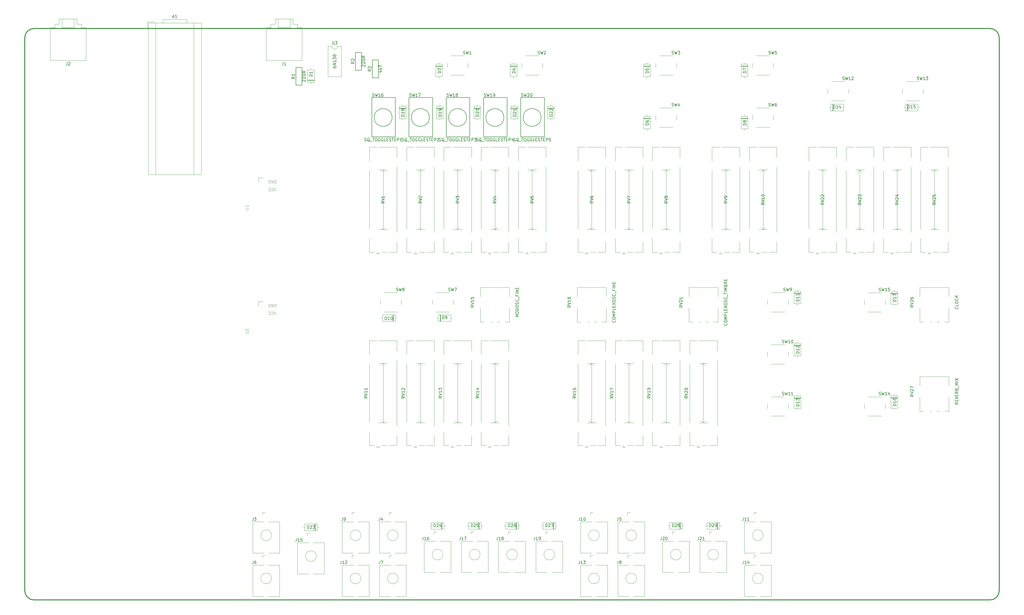
<source format=gbr>
%TF.GenerationSoftware,KiCad,Pcbnew,9.0.7*%
%TF.CreationDate,2026-02-09T16:52:59+00:00*%
%TF.ProjectId,WEASEL_KiCad,57454153-454c-45f4-9b69-4361642e6b69,rev?*%
%TF.SameCoordinates,Original*%
%TF.FileFunction,Legend,Top*%
%TF.FilePolarity,Positive*%
%FSLAX46Y46*%
G04 Gerber Fmt 4.6, Leading zero omitted, Abs format (unit mm)*
G04 Created by KiCad (PCBNEW 9.0.7) date 2026-02-09 16:52:59*
%MOMM*%
%LPD*%
G01*
G04 APERTURE LIST*
%ADD10C,0.300000*%
%ADD11C,0.152400*%
%ADD12C,0.150000*%
%ADD13C,0.100000*%
%ADD14C,0.120000*%
G04 APERTURE END LIST*
D10*
X21500000Y-16000000D02*
X342500000Y-16000000D01*
X342500000Y-208000000D02*
X21500000Y-208000000D01*
X18500000Y-19000000D02*
G75*
G02*
X21500000Y-16000000I3000000J0D01*
G01*
X345500000Y-205000000D02*
G75*
G02*
X342500000Y-208000000I-3000000J0D01*
G01*
X21500000Y-208000000D02*
G75*
G02*
X18500000Y-205000000I0J3000000D01*
G01*
X342500000Y-16000000D02*
G75*
G02*
X345500000Y-19000000I0J-3000000D01*
G01*
X345500000Y-19000000D02*
X345500000Y-205000000D01*
X18500000Y-205000000D02*
X18500000Y-19000000D01*
D11*
X134712095Y-29719332D02*
X134228286Y-30057999D01*
X134712095Y-30299904D02*
X133696095Y-30299904D01*
X133696095Y-30299904D02*
X133696095Y-29912856D01*
X133696095Y-29912856D02*
X133744476Y-29816094D01*
X133744476Y-29816094D02*
X133792857Y-29767713D01*
X133792857Y-29767713D02*
X133889619Y-29719332D01*
X133889619Y-29719332D02*
X134034762Y-29719332D01*
X134034762Y-29719332D02*
X134131524Y-29767713D01*
X134131524Y-29767713D02*
X134179905Y-29816094D01*
X134179905Y-29816094D02*
X134228286Y-29912856D01*
X134228286Y-29912856D02*
X134228286Y-30299904D01*
X133696095Y-29380666D02*
X133696095Y-28751713D01*
X133696095Y-28751713D02*
X134083143Y-29090380D01*
X134083143Y-29090380D02*
X134083143Y-28945237D01*
X134083143Y-28945237D02*
X134131524Y-28848475D01*
X134131524Y-28848475D02*
X134179905Y-28800094D01*
X134179905Y-28800094D02*
X134276667Y-28751713D01*
X134276667Y-28751713D02*
X134518572Y-28751713D01*
X134518572Y-28751713D02*
X134615334Y-28800094D01*
X134615334Y-28800094D02*
X134663715Y-28848475D01*
X134663715Y-28848475D02*
X134712095Y-28945237D01*
X134712095Y-28945237D02*
X134712095Y-29235523D01*
X134712095Y-29235523D02*
X134663715Y-29332285D01*
X134663715Y-29332285D02*
X134615334Y-29380666D01*
X137634762Y-30251523D02*
X138312095Y-30251523D01*
X137247715Y-30493428D02*
X137973429Y-30735333D01*
X137973429Y-30735333D02*
X137973429Y-30106380D01*
X138312095Y-29719333D02*
X137296095Y-29719333D01*
X137925048Y-29622571D02*
X138312095Y-29332285D01*
X137634762Y-29332285D02*
X138021810Y-29719333D01*
X137296095Y-28993619D02*
X137296095Y-28316285D01*
X137296095Y-28316285D02*
X138312095Y-28751714D01*
D12*
X266704819Y-74571428D02*
X266228628Y-74904761D01*
X266704819Y-75142856D02*
X265704819Y-75142856D01*
X265704819Y-75142856D02*
X265704819Y-74761904D01*
X265704819Y-74761904D02*
X265752438Y-74666666D01*
X265752438Y-74666666D02*
X265800057Y-74619047D01*
X265800057Y-74619047D02*
X265895295Y-74571428D01*
X265895295Y-74571428D02*
X266038152Y-74571428D01*
X266038152Y-74571428D02*
X266133390Y-74619047D01*
X266133390Y-74619047D02*
X266181009Y-74666666D01*
X266181009Y-74666666D02*
X266228628Y-74761904D01*
X266228628Y-74761904D02*
X266228628Y-75142856D01*
X265704819Y-74285713D02*
X266704819Y-73952380D01*
X266704819Y-73952380D02*
X265704819Y-73619047D01*
X266704819Y-72761904D02*
X266704819Y-73333332D01*
X266704819Y-73047618D02*
X265704819Y-73047618D01*
X265704819Y-73047618D02*
X265847676Y-73142856D01*
X265847676Y-73142856D02*
X265942914Y-73238094D01*
X265942914Y-73238094D02*
X265990533Y-73333332D01*
X265704819Y-72142856D02*
X265704819Y-72047618D01*
X265704819Y-72047618D02*
X265752438Y-71952380D01*
X265752438Y-71952380D02*
X265800057Y-71904761D01*
X265800057Y-71904761D02*
X265895295Y-71857142D01*
X265895295Y-71857142D02*
X266085771Y-71809523D01*
X266085771Y-71809523D02*
X266323866Y-71809523D01*
X266323866Y-71809523D02*
X266514342Y-71857142D01*
X266514342Y-71857142D02*
X266609580Y-71904761D01*
X266609580Y-71904761D02*
X266657200Y-71952380D01*
X266657200Y-71952380D02*
X266704819Y-72047618D01*
X266704819Y-72047618D02*
X266704819Y-72142856D01*
X266704819Y-72142856D02*
X266657200Y-72238094D01*
X266657200Y-72238094D02*
X266609580Y-72285713D01*
X266609580Y-72285713D02*
X266514342Y-72333332D01*
X266514342Y-72333332D02*
X266323866Y-72380951D01*
X266323866Y-72380951D02*
X266085771Y-72380951D01*
X266085771Y-72380951D02*
X265895295Y-72333332D01*
X265895295Y-72333332D02*
X265800057Y-72285713D01*
X265800057Y-72285713D02*
X265752438Y-72238094D01*
X265752438Y-72238094D02*
X265704819Y-72142856D01*
X152163176Y-186834819D02*
X152163176Y-187549104D01*
X152163176Y-187549104D02*
X152115557Y-187691961D01*
X152115557Y-187691961D02*
X152020319Y-187787200D01*
X152020319Y-187787200D02*
X151877462Y-187834819D01*
X151877462Y-187834819D02*
X151782224Y-187834819D01*
X153163176Y-187834819D02*
X152591748Y-187834819D01*
X152877462Y-187834819D02*
X152877462Y-186834819D01*
X152877462Y-186834819D02*
X152782224Y-186977676D01*
X152782224Y-186977676D02*
X152686986Y-187072914D01*
X152686986Y-187072914D02*
X152591748Y-187120533D01*
X154020319Y-186834819D02*
X153829843Y-186834819D01*
X153829843Y-186834819D02*
X153734605Y-186882438D01*
X153734605Y-186882438D02*
X153686986Y-186930057D01*
X153686986Y-186930057D02*
X153591748Y-187072914D01*
X153591748Y-187072914D02*
X153544129Y-187263390D01*
X153544129Y-187263390D02*
X153544129Y-187644342D01*
X153544129Y-187644342D02*
X153591748Y-187739580D01*
X153591748Y-187739580D02*
X153639367Y-187787200D01*
X153639367Y-187787200D02*
X153734605Y-187834819D01*
X153734605Y-187834819D02*
X153925081Y-187834819D01*
X153925081Y-187834819D02*
X154020319Y-187787200D01*
X154020319Y-187787200D02*
X154067938Y-187739580D01*
X154067938Y-187739580D02*
X154115557Y-187644342D01*
X154115557Y-187644342D02*
X154115557Y-187406247D01*
X154115557Y-187406247D02*
X154067938Y-187311009D01*
X154067938Y-187311009D02*
X154020319Y-187263390D01*
X154020319Y-187263390D02*
X153925081Y-187215771D01*
X153925081Y-187215771D02*
X153734605Y-187215771D01*
X153734605Y-187215771D02*
X153639367Y-187263390D01*
X153639367Y-187263390D02*
X153591748Y-187311009D01*
X153591748Y-187311009D02*
X153544129Y-187406247D01*
X244663176Y-186834819D02*
X244663176Y-187549104D01*
X244663176Y-187549104D02*
X244615557Y-187691961D01*
X244615557Y-187691961D02*
X244520319Y-187787200D01*
X244520319Y-187787200D02*
X244377462Y-187834819D01*
X244377462Y-187834819D02*
X244282224Y-187834819D01*
X245091748Y-186930057D02*
X245139367Y-186882438D01*
X245139367Y-186882438D02*
X245234605Y-186834819D01*
X245234605Y-186834819D02*
X245472700Y-186834819D01*
X245472700Y-186834819D02*
X245567938Y-186882438D01*
X245567938Y-186882438D02*
X245615557Y-186930057D01*
X245615557Y-186930057D02*
X245663176Y-187025295D01*
X245663176Y-187025295D02*
X245663176Y-187120533D01*
X245663176Y-187120533D02*
X245615557Y-187263390D01*
X245615557Y-187263390D02*
X245044129Y-187834819D01*
X245044129Y-187834819D02*
X245663176Y-187834819D01*
X246615557Y-187834819D02*
X246044129Y-187834819D01*
X246329843Y-187834819D02*
X246329843Y-186834819D01*
X246329843Y-186834819D02*
X246234605Y-186977676D01*
X246234605Y-186977676D02*
X246139367Y-187072914D01*
X246139367Y-187072914D02*
X246044129Y-187120533D01*
X158120619Y-30870094D02*
X157120619Y-30870094D01*
X157120619Y-30870094D02*
X157120619Y-30631999D01*
X157120619Y-30631999D02*
X157168238Y-30489142D01*
X157168238Y-30489142D02*
X157263476Y-30393904D01*
X157263476Y-30393904D02*
X157358714Y-30346285D01*
X157358714Y-30346285D02*
X157549190Y-30298666D01*
X157549190Y-30298666D02*
X157692047Y-30298666D01*
X157692047Y-30298666D02*
X157882523Y-30346285D01*
X157882523Y-30346285D02*
X157977761Y-30393904D01*
X157977761Y-30393904D02*
X158073000Y-30489142D01*
X158073000Y-30489142D02*
X158120619Y-30631999D01*
X158120619Y-30631999D02*
X158120619Y-30870094D01*
X157120619Y-29965332D02*
X157120619Y-29346285D01*
X157120619Y-29346285D02*
X157501571Y-29679618D01*
X157501571Y-29679618D02*
X157501571Y-29536761D01*
X157501571Y-29536761D02*
X157549190Y-29441523D01*
X157549190Y-29441523D02*
X157596809Y-29393904D01*
X157596809Y-29393904D02*
X157692047Y-29346285D01*
X157692047Y-29346285D02*
X157930142Y-29346285D01*
X157930142Y-29346285D02*
X158025380Y-29393904D01*
X158025380Y-29393904D02*
X158073000Y-29441523D01*
X158073000Y-29441523D02*
X158120619Y-29536761D01*
X158120619Y-29536761D02*
X158120619Y-29822475D01*
X158120619Y-29822475D02*
X158073000Y-29917713D01*
X158073000Y-29917713D02*
X158025380Y-29965332D01*
X254204819Y-74095238D02*
X253728628Y-74428571D01*
X254204819Y-74666666D02*
X253204819Y-74666666D01*
X253204819Y-74666666D02*
X253204819Y-74285714D01*
X253204819Y-74285714D02*
X253252438Y-74190476D01*
X253252438Y-74190476D02*
X253300057Y-74142857D01*
X253300057Y-74142857D02*
X253395295Y-74095238D01*
X253395295Y-74095238D02*
X253538152Y-74095238D01*
X253538152Y-74095238D02*
X253633390Y-74142857D01*
X253633390Y-74142857D02*
X253681009Y-74190476D01*
X253681009Y-74190476D02*
X253728628Y-74285714D01*
X253728628Y-74285714D02*
X253728628Y-74666666D01*
X253204819Y-73809523D02*
X254204819Y-73476190D01*
X254204819Y-73476190D02*
X253204819Y-73142857D01*
X254204819Y-72761904D02*
X254204819Y-72571428D01*
X254204819Y-72571428D02*
X254157200Y-72476190D01*
X254157200Y-72476190D02*
X254109580Y-72428571D01*
X254109580Y-72428571D02*
X253966723Y-72333333D01*
X253966723Y-72333333D02*
X253776247Y-72285714D01*
X253776247Y-72285714D02*
X253395295Y-72285714D01*
X253395295Y-72285714D02*
X253300057Y-72333333D01*
X253300057Y-72333333D02*
X253252438Y-72380952D01*
X253252438Y-72380952D02*
X253204819Y-72476190D01*
X253204819Y-72476190D02*
X253204819Y-72666666D01*
X253204819Y-72666666D02*
X253252438Y-72761904D01*
X253252438Y-72761904D02*
X253300057Y-72809523D01*
X253300057Y-72809523D02*
X253395295Y-72857142D01*
X253395295Y-72857142D02*
X253633390Y-72857142D01*
X253633390Y-72857142D02*
X253728628Y-72809523D01*
X253728628Y-72809523D02*
X253776247Y-72761904D01*
X253776247Y-72761904D02*
X253823866Y-72666666D01*
X253823866Y-72666666D02*
X253823866Y-72476190D01*
X253823866Y-72476190D02*
X253776247Y-72380952D01*
X253776247Y-72380952D02*
X253728628Y-72333333D01*
X253728628Y-72333333D02*
X253633390Y-72285714D01*
X137639366Y-194834819D02*
X137639366Y-195549104D01*
X137639366Y-195549104D02*
X137591747Y-195691961D01*
X137591747Y-195691961D02*
X137496509Y-195787200D01*
X137496509Y-195787200D02*
X137353652Y-195834819D01*
X137353652Y-195834819D02*
X137258414Y-195834819D01*
X138020319Y-194834819D02*
X138686985Y-194834819D01*
X138686985Y-194834819D02*
X138258414Y-195834819D01*
X114954819Y-31988094D02*
X113954819Y-31988094D01*
X113954819Y-31988094D02*
X113954819Y-31749999D01*
X113954819Y-31749999D02*
X114002438Y-31607142D01*
X114002438Y-31607142D02*
X114097676Y-31511904D01*
X114097676Y-31511904D02*
X114192914Y-31464285D01*
X114192914Y-31464285D02*
X114383390Y-31416666D01*
X114383390Y-31416666D02*
X114526247Y-31416666D01*
X114526247Y-31416666D02*
X114716723Y-31464285D01*
X114716723Y-31464285D02*
X114811961Y-31511904D01*
X114811961Y-31511904D02*
X114907200Y-31607142D01*
X114907200Y-31607142D02*
X114954819Y-31749999D01*
X114954819Y-31749999D02*
X114954819Y-31988094D01*
X114954819Y-30464285D02*
X114954819Y-31035713D01*
X114954819Y-30749999D02*
X113954819Y-30749999D01*
X113954819Y-30749999D02*
X114097676Y-30845237D01*
X114097676Y-30845237D02*
X114192914Y-30940475D01*
X114192914Y-30940475D02*
X114240533Y-31035713D01*
X177163176Y-186834819D02*
X177163176Y-187549104D01*
X177163176Y-187549104D02*
X177115557Y-187691961D01*
X177115557Y-187691961D02*
X177020319Y-187787200D01*
X177020319Y-187787200D02*
X176877462Y-187834819D01*
X176877462Y-187834819D02*
X176782224Y-187834819D01*
X178163176Y-187834819D02*
X177591748Y-187834819D01*
X177877462Y-187834819D02*
X177877462Y-186834819D01*
X177877462Y-186834819D02*
X177782224Y-186977676D01*
X177782224Y-186977676D02*
X177686986Y-187072914D01*
X177686986Y-187072914D02*
X177591748Y-187120533D01*
X178734605Y-187263390D02*
X178639367Y-187215771D01*
X178639367Y-187215771D02*
X178591748Y-187168152D01*
X178591748Y-187168152D02*
X178544129Y-187072914D01*
X178544129Y-187072914D02*
X178544129Y-187025295D01*
X178544129Y-187025295D02*
X178591748Y-186930057D01*
X178591748Y-186930057D02*
X178639367Y-186882438D01*
X178639367Y-186882438D02*
X178734605Y-186834819D01*
X178734605Y-186834819D02*
X178925081Y-186834819D01*
X178925081Y-186834819D02*
X179020319Y-186882438D01*
X179020319Y-186882438D02*
X179067938Y-186930057D01*
X179067938Y-186930057D02*
X179115557Y-187025295D01*
X179115557Y-187025295D02*
X179115557Y-187072914D01*
X179115557Y-187072914D02*
X179067938Y-187168152D01*
X179067938Y-187168152D02*
X179020319Y-187215771D01*
X179020319Y-187215771D02*
X178925081Y-187263390D01*
X178925081Y-187263390D02*
X178734605Y-187263390D01*
X178734605Y-187263390D02*
X178639367Y-187311009D01*
X178639367Y-187311009D02*
X178591748Y-187358628D01*
X178591748Y-187358628D02*
X178544129Y-187453866D01*
X178544129Y-187453866D02*
X178544129Y-187644342D01*
X178544129Y-187644342D02*
X178591748Y-187739580D01*
X178591748Y-187739580D02*
X178639367Y-187787200D01*
X178639367Y-187787200D02*
X178734605Y-187834819D01*
X178734605Y-187834819D02*
X178925081Y-187834819D01*
X178925081Y-187834819D02*
X179020319Y-187787200D01*
X179020319Y-187787200D02*
X179067938Y-187739580D01*
X179067938Y-187739580D02*
X179115557Y-187644342D01*
X179115557Y-187644342D02*
X179115557Y-187453866D01*
X179115557Y-187453866D02*
X179067938Y-187358628D01*
X179067938Y-187358628D02*
X179020319Y-187311009D01*
X179020319Y-187311009D02*
X178925081Y-187263390D01*
D13*
X92507419Y-118491904D02*
X93316942Y-118491904D01*
X93316942Y-118491904D02*
X93412180Y-118444285D01*
X93412180Y-118444285D02*
X93459800Y-118396666D01*
X93459800Y-118396666D02*
X93507419Y-118301428D01*
X93507419Y-118301428D02*
X93507419Y-118110952D01*
X93507419Y-118110952D02*
X93459800Y-118015714D01*
X93459800Y-118015714D02*
X93412180Y-117968095D01*
X93412180Y-117968095D02*
X93316942Y-117920476D01*
X93316942Y-117920476D02*
X92507419Y-117920476D01*
X92602657Y-117491904D02*
X92555038Y-117444285D01*
X92555038Y-117444285D02*
X92507419Y-117349047D01*
X92507419Y-117349047D02*
X92507419Y-117110952D01*
X92507419Y-117110952D02*
X92555038Y-117015714D01*
X92555038Y-117015714D02*
X92602657Y-116968095D01*
X92602657Y-116968095D02*
X92697895Y-116920476D01*
X92697895Y-116920476D02*
X92793133Y-116920476D01*
X92793133Y-116920476D02*
X92935990Y-116968095D01*
X92935990Y-116968095D02*
X93507419Y-117539523D01*
X93507419Y-117539523D02*
X93507419Y-116920476D01*
X102788972Y-112157580D02*
X102455639Y-111157580D01*
X102455639Y-111157580D02*
X102122306Y-112157580D01*
X101217544Y-111252819D02*
X101265163Y-111205200D01*
X101265163Y-111205200D02*
X101408020Y-111157580D01*
X101408020Y-111157580D02*
X101503258Y-111157580D01*
X101503258Y-111157580D02*
X101646115Y-111205200D01*
X101646115Y-111205200D02*
X101741353Y-111300438D01*
X101741353Y-111300438D02*
X101788972Y-111395676D01*
X101788972Y-111395676D02*
X101836591Y-111586152D01*
X101836591Y-111586152D02*
X101836591Y-111729009D01*
X101836591Y-111729009D02*
X101788972Y-111919485D01*
X101788972Y-111919485D02*
X101741353Y-112014723D01*
X101741353Y-112014723D02*
X101646115Y-112109961D01*
X101646115Y-112109961D02*
X101503258Y-112157580D01*
X101503258Y-112157580D02*
X101408020Y-112157580D01*
X101408020Y-112157580D02*
X101265163Y-112109961D01*
X101265163Y-112109961D02*
X101217544Y-112062342D01*
X100217544Y-111252819D02*
X100265163Y-111205200D01*
X100265163Y-111205200D02*
X100408020Y-111157580D01*
X100408020Y-111157580D02*
X100503258Y-111157580D01*
X100503258Y-111157580D02*
X100646115Y-111205200D01*
X100646115Y-111205200D02*
X100741353Y-111300438D01*
X100741353Y-111300438D02*
X100788972Y-111395676D01*
X100788972Y-111395676D02*
X100836591Y-111586152D01*
X100836591Y-111586152D02*
X100836591Y-111729009D01*
X100836591Y-111729009D02*
X100788972Y-111919485D01*
X100788972Y-111919485D02*
X100741353Y-112014723D01*
X100741353Y-112014723D02*
X100646115Y-112109961D01*
X100646115Y-112109961D02*
X100503258Y-112157580D01*
X100503258Y-112157580D02*
X100408020Y-112157580D01*
X100408020Y-112157580D02*
X100265163Y-112109961D01*
X100265163Y-112109961D02*
X100217544Y-112062342D01*
X102322306Y-109509961D02*
X102417544Y-109557580D01*
X102417544Y-109557580D02*
X102560401Y-109557580D01*
X102560401Y-109557580D02*
X102703258Y-109509961D01*
X102703258Y-109509961D02*
X102798496Y-109414723D01*
X102798496Y-109414723D02*
X102846115Y-109319485D01*
X102846115Y-109319485D02*
X102893734Y-109129009D01*
X102893734Y-109129009D02*
X102893734Y-108986152D01*
X102893734Y-108986152D02*
X102846115Y-108795676D01*
X102846115Y-108795676D02*
X102798496Y-108700438D01*
X102798496Y-108700438D02*
X102703258Y-108605200D01*
X102703258Y-108605200D02*
X102560401Y-108557580D01*
X102560401Y-108557580D02*
X102465163Y-108557580D01*
X102465163Y-108557580D02*
X102322306Y-108605200D01*
X102322306Y-108605200D02*
X102274687Y-108652819D01*
X102274687Y-108652819D02*
X102274687Y-108986152D01*
X102274687Y-108986152D02*
X102465163Y-108986152D01*
X101846115Y-108557580D02*
X101846115Y-109557580D01*
X101846115Y-109557580D02*
X101274687Y-108557580D01*
X101274687Y-108557580D02*
X101274687Y-109557580D01*
X100798496Y-108557580D02*
X100798496Y-109557580D01*
X100798496Y-109557580D02*
X100560401Y-109557580D01*
X100560401Y-109557580D02*
X100417544Y-109509961D01*
X100417544Y-109509961D02*
X100322306Y-109414723D01*
X100322306Y-109414723D02*
X100274687Y-109319485D01*
X100274687Y-109319485D02*
X100227068Y-109129009D01*
X100227068Y-109129009D02*
X100227068Y-108986152D01*
X100227068Y-108986152D02*
X100274687Y-108795676D01*
X100274687Y-108795676D02*
X100322306Y-108700438D01*
X100322306Y-108700438D02*
X100417544Y-108605200D01*
X100417544Y-108605200D02*
X100560401Y-108557580D01*
X100560401Y-108557580D02*
X100798496Y-108557580D01*
D12*
X124663176Y-194834819D02*
X124663176Y-195549104D01*
X124663176Y-195549104D02*
X124615557Y-195691961D01*
X124615557Y-195691961D02*
X124520319Y-195787200D01*
X124520319Y-195787200D02*
X124377462Y-195834819D01*
X124377462Y-195834819D02*
X124282224Y-195834819D01*
X125663176Y-195834819D02*
X125091748Y-195834819D01*
X125377462Y-195834819D02*
X125377462Y-194834819D01*
X125377462Y-194834819D02*
X125282224Y-194977676D01*
X125282224Y-194977676D02*
X125186986Y-195072914D01*
X125186986Y-195072914D02*
X125091748Y-195120533D01*
X126044129Y-194930057D02*
X126091748Y-194882438D01*
X126091748Y-194882438D02*
X126186986Y-194834819D01*
X126186986Y-194834819D02*
X126425081Y-194834819D01*
X126425081Y-194834819D02*
X126520319Y-194882438D01*
X126520319Y-194882438D02*
X126567938Y-194930057D01*
X126567938Y-194930057D02*
X126615557Y-195025295D01*
X126615557Y-195025295D02*
X126615557Y-195120533D01*
X126615557Y-195120533D02*
X126567938Y-195263390D01*
X126567938Y-195263390D02*
X125996510Y-195834819D01*
X125996510Y-195834819D02*
X126615557Y-195834819D01*
X234204819Y-74095238D02*
X233728628Y-74428571D01*
X234204819Y-74666666D02*
X233204819Y-74666666D01*
X233204819Y-74666666D02*
X233204819Y-74285714D01*
X233204819Y-74285714D02*
X233252438Y-74190476D01*
X233252438Y-74190476D02*
X233300057Y-74142857D01*
X233300057Y-74142857D02*
X233395295Y-74095238D01*
X233395295Y-74095238D02*
X233538152Y-74095238D01*
X233538152Y-74095238D02*
X233633390Y-74142857D01*
X233633390Y-74142857D02*
X233681009Y-74190476D01*
X233681009Y-74190476D02*
X233728628Y-74285714D01*
X233728628Y-74285714D02*
X233728628Y-74666666D01*
X233204819Y-73809523D02*
X234204819Y-73476190D01*
X234204819Y-73476190D02*
X233204819Y-73142857D01*
X233633390Y-72666666D02*
X233585771Y-72761904D01*
X233585771Y-72761904D02*
X233538152Y-72809523D01*
X233538152Y-72809523D02*
X233442914Y-72857142D01*
X233442914Y-72857142D02*
X233395295Y-72857142D01*
X233395295Y-72857142D02*
X233300057Y-72809523D01*
X233300057Y-72809523D02*
X233252438Y-72761904D01*
X233252438Y-72761904D02*
X233204819Y-72666666D01*
X233204819Y-72666666D02*
X233204819Y-72476190D01*
X233204819Y-72476190D02*
X233252438Y-72380952D01*
X233252438Y-72380952D02*
X233300057Y-72333333D01*
X233300057Y-72333333D02*
X233395295Y-72285714D01*
X233395295Y-72285714D02*
X233442914Y-72285714D01*
X233442914Y-72285714D02*
X233538152Y-72333333D01*
X233538152Y-72333333D02*
X233585771Y-72380952D01*
X233585771Y-72380952D02*
X233633390Y-72476190D01*
X233633390Y-72476190D02*
X233633390Y-72666666D01*
X233633390Y-72666666D02*
X233681009Y-72761904D01*
X233681009Y-72761904D02*
X233728628Y-72809523D01*
X233728628Y-72809523D02*
X233823866Y-72857142D01*
X233823866Y-72857142D02*
X234014342Y-72857142D01*
X234014342Y-72857142D02*
X234109580Y-72809523D01*
X234109580Y-72809523D02*
X234157200Y-72761904D01*
X234157200Y-72761904D02*
X234204819Y-72666666D01*
X234204819Y-72666666D02*
X234204819Y-72476190D01*
X234204819Y-72476190D02*
X234157200Y-72380952D01*
X234157200Y-72380952D02*
X234109580Y-72333333D01*
X234109580Y-72333333D02*
X234014342Y-72285714D01*
X234014342Y-72285714D02*
X233823866Y-72285714D01*
X233823866Y-72285714D02*
X233728628Y-72333333D01*
X233728628Y-72333333D02*
X233681009Y-72380952D01*
X233681009Y-72380952D02*
X233633390Y-72476190D01*
X316702119Y-109037228D02*
X316225928Y-109370561D01*
X316702119Y-109608656D02*
X315702119Y-109608656D01*
X315702119Y-109608656D02*
X315702119Y-109227704D01*
X315702119Y-109227704D02*
X315749738Y-109132466D01*
X315749738Y-109132466D02*
X315797357Y-109084847D01*
X315797357Y-109084847D02*
X315892595Y-109037228D01*
X315892595Y-109037228D02*
X316035452Y-109037228D01*
X316035452Y-109037228D02*
X316130690Y-109084847D01*
X316130690Y-109084847D02*
X316178309Y-109132466D01*
X316178309Y-109132466D02*
X316225928Y-109227704D01*
X316225928Y-109227704D02*
X316225928Y-109608656D01*
X315702119Y-108751513D02*
X316702119Y-108418180D01*
X316702119Y-108418180D02*
X315702119Y-108084847D01*
X315797357Y-107799132D02*
X315749738Y-107751513D01*
X315749738Y-107751513D02*
X315702119Y-107656275D01*
X315702119Y-107656275D02*
X315702119Y-107418180D01*
X315702119Y-107418180D02*
X315749738Y-107322942D01*
X315749738Y-107322942D02*
X315797357Y-107275323D01*
X315797357Y-107275323D02*
X315892595Y-107227704D01*
X315892595Y-107227704D02*
X315987833Y-107227704D01*
X315987833Y-107227704D02*
X316130690Y-107275323D01*
X316130690Y-107275323D02*
X316702119Y-107846751D01*
X316702119Y-107846751D02*
X316702119Y-107227704D01*
X315702119Y-106370561D02*
X315702119Y-106561037D01*
X315702119Y-106561037D02*
X315749738Y-106656275D01*
X315749738Y-106656275D02*
X315797357Y-106703894D01*
X315797357Y-106703894D02*
X315940214Y-106799132D01*
X315940214Y-106799132D02*
X316130690Y-106846751D01*
X316130690Y-106846751D02*
X316511642Y-106846751D01*
X316511642Y-106846751D02*
X316606880Y-106799132D01*
X316606880Y-106799132D02*
X316654500Y-106751513D01*
X316654500Y-106751513D02*
X316702119Y-106656275D01*
X316702119Y-106656275D02*
X316702119Y-106465799D01*
X316702119Y-106465799D02*
X316654500Y-106370561D01*
X316654500Y-106370561D02*
X316606880Y-106322942D01*
X316606880Y-106322942D02*
X316511642Y-106275323D01*
X316511642Y-106275323D02*
X316273547Y-106275323D01*
X316273547Y-106275323D02*
X316178309Y-106322942D01*
X316178309Y-106322942D02*
X316130690Y-106370561D01*
X316130690Y-106370561D02*
X316083071Y-106465799D01*
X316083071Y-106465799D02*
X316083071Y-106656275D01*
X316083071Y-106656275D02*
X316130690Y-106751513D01*
X316130690Y-106751513D02*
X316178309Y-106799132D01*
X316178309Y-106799132D02*
X316273547Y-106846751D01*
X331606880Y-109584847D02*
X331654500Y-109632466D01*
X331654500Y-109632466D02*
X331702119Y-109775323D01*
X331702119Y-109775323D02*
X331702119Y-109870561D01*
X331702119Y-109870561D02*
X331654500Y-110013418D01*
X331654500Y-110013418D02*
X331559261Y-110108656D01*
X331559261Y-110108656D02*
X331464023Y-110156275D01*
X331464023Y-110156275D02*
X331273547Y-110203894D01*
X331273547Y-110203894D02*
X331130690Y-110203894D01*
X331130690Y-110203894D02*
X330940214Y-110156275D01*
X330940214Y-110156275D02*
X330844976Y-110108656D01*
X330844976Y-110108656D02*
X330749738Y-110013418D01*
X330749738Y-110013418D02*
X330702119Y-109870561D01*
X330702119Y-109870561D02*
X330702119Y-109775323D01*
X330702119Y-109775323D02*
X330749738Y-109632466D01*
X330749738Y-109632466D02*
X330797357Y-109584847D01*
X331702119Y-108680085D02*
X331702119Y-109156275D01*
X331702119Y-109156275D02*
X330702119Y-109156275D01*
X330702119Y-108156275D02*
X330702119Y-107965799D01*
X330702119Y-107965799D02*
X330749738Y-107870561D01*
X330749738Y-107870561D02*
X330844976Y-107775323D01*
X330844976Y-107775323D02*
X331035452Y-107727704D01*
X331035452Y-107727704D02*
X331368785Y-107727704D01*
X331368785Y-107727704D02*
X331559261Y-107775323D01*
X331559261Y-107775323D02*
X331654500Y-107870561D01*
X331654500Y-107870561D02*
X331702119Y-107965799D01*
X331702119Y-107965799D02*
X331702119Y-108156275D01*
X331702119Y-108156275D02*
X331654500Y-108251513D01*
X331654500Y-108251513D02*
X331559261Y-108346751D01*
X331559261Y-108346751D02*
X331368785Y-108394370D01*
X331368785Y-108394370D02*
X331035452Y-108394370D01*
X331035452Y-108394370D02*
X330844976Y-108346751D01*
X330844976Y-108346751D02*
X330749738Y-108251513D01*
X330749738Y-108251513D02*
X330702119Y-108156275D01*
X331606880Y-106727704D02*
X331654500Y-106775323D01*
X331654500Y-106775323D02*
X331702119Y-106918180D01*
X331702119Y-106918180D02*
X331702119Y-107013418D01*
X331702119Y-107013418D02*
X331654500Y-107156275D01*
X331654500Y-107156275D02*
X331559261Y-107251513D01*
X331559261Y-107251513D02*
X331464023Y-107299132D01*
X331464023Y-107299132D02*
X331273547Y-107346751D01*
X331273547Y-107346751D02*
X331130690Y-107346751D01*
X331130690Y-107346751D02*
X330940214Y-107299132D01*
X330940214Y-107299132D02*
X330844976Y-107251513D01*
X330844976Y-107251513D02*
X330749738Y-107156275D01*
X330749738Y-107156275D02*
X330702119Y-107013418D01*
X330702119Y-107013418D02*
X330702119Y-106918180D01*
X330702119Y-106918180D02*
X330749738Y-106775323D01*
X330749738Y-106775323D02*
X330797357Y-106727704D01*
X331702119Y-106299132D02*
X330702119Y-106299132D01*
X331702119Y-105727704D02*
X331130690Y-106156275D01*
X330702119Y-105727704D02*
X331273547Y-106299132D01*
X278370619Y-142846285D02*
X277370619Y-142846285D01*
X277370619Y-142846285D02*
X277370619Y-142608190D01*
X277370619Y-142608190D02*
X277418238Y-142465333D01*
X277418238Y-142465333D02*
X277513476Y-142370095D01*
X277513476Y-142370095D02*
X277608714Y-142322476D01*
X277608714Y-142322476D02*
X277799190Y-142274857D01*
X277799190Y-142274857D02*
X277942047Y-142274857D01*
X277942047Y-142274857D02*
X278132523Y-142322476D01*
X278132523Y-142322476D02*
X278227761Y-142370095D01*
X278227761Y-142370095D02*
X278323000Y-142465333D01*
X278323000Y-142465333D02*
X278370619Y-142608190D01*
X278370619Y-142608190D02*
X278370619Y-142846285D01*
X278370619Y-141322476D02*
X278370619Y-141893904D01*
X278370619Y-141608190D02*
X277370619Y-141608190D01*
X277370619Y-141608190D02*
X277513476Y-141703428D01*
X277513476Y-141703428D02*
X277608714Y-141798666D01*
X277608714Y-141798666D02*
X277656333Y-141893904D01*
X277370619Y-140989142D02*
X277370619Y-140370095D01*
X277370619Y-140370095D02*
X277751571Y-140703428D01*
X277751571Y-140703428D02*
X277751571Y-140560571D01*
X277751571Y-140560571D02*
X277799190Y-140465333D01*
X277799190Y-140465333D02*
X277846809Y-140417714D01*
X277846809Y-140417714D02*
X277942047Y-140370095D01*
X277942047Y-140370095D02*
X278180142Y-140370095D01*
X278180142Y-140370095D02*
X278275380Y-140417714D01*
X278275380Y-140417714D02*
X278323000Y-140465333D01*
X278323000Y-140465333D02*
X278370619Y-140560571D01*
X278370619Y-140560571D02*
X278370619Y-140846285D01*
X278370619Y-140846285D02*
X278323000Y-140941523D01*
X278323000Y-140941523D02*
X278275380Y-140989142D01*
X310870619Y-142726285D02*
X309870619Y-142726285D01*
X309870619Y-142726285D02*
X309870619Y-142488190D01*
X309870619Y-142488190D02*
X309918238Y-142345333D01*
X309918238Y-142345333D02*
X310013476Y-142250095D01*
X310013476Y-142250095D02*
X310108714Y-142202476D01*
X310108714Y-142202476D02*
X310299190Y-142154857D01*
X310299190Y-142154857D02*
X310442047Y-142154857D01*
X310442047Y-142154857D02*
X310632523Y-142202476D01*
X310632523Y-142202476D02*
X310727761Y-142250095D01*
X310727761Y-142250095D02*
X310823000Y-142345333D01*
X310823000Y-142345333D02*
X310870619Y-142488190D01*
X310870619Y-142488190D02*
X310870619Y-142726285D01*
X310870619Y-141202476D02*
X310870619Y-141773904D01*
X310870619Y-141488190D02*
X309870619Y-141488190D01*
X309870619Y-141488190D02*
X310013476Y-141583428D01*
X310013476Y-141583428D02*
X310108714Y-141678666D01*
X310108714Y-141678666D02*
X310156333Y-141773904D01*
X309870619Y-140345333D02*
X309870619Y-140535809D01*
X309870619Y-140535809D02*
X309918238Y-140631047D01*
X309918238Y-140631047D02*
X309965857Y-140678666D01*
X309965857Y-140678666D02*
X310108714Y-140773904D01*
X310108714Y-140773904D02*
X310299190Y-140821523D01*
X310299190Y-140821523D02*
X310680142Y-140821523D01*
X310680142Y-140821523D02*
X310775380Y-140773904D01*
X310775380Y-140773904D02*
X310823000Y-140726285D01*
X310823000Y-140726285D02*
X310870619Y-140631047D01*
X310870619Y-140631047D02*
X310870619Y-140440571D01*
X310870619Y-140440571D02*
X310823000Y-140345333D01*
X310823000Y-140345333D02*
X310775380Y-140297714D01*
X310775380Y-140297714D02*
X310680142Y-140250095D01*
X310680142Y-140250095D02*
X310442047Y-140250095D01*
X310442047Y-140250095D02*
X310346809Y-140297714D01*
X310346809Y-140297714D02*
X310299190Y-140345333D01*
X310299190Y-140345333D02*
X310251571Y-140440571D01*
X310251571Y-140440571D02*
X310251571Y-140631047D01*
X310251571Y-140631047D02*
X310299190Y-140726285D01*
X310299190Y-140726285D02*
X310346809Y-140773904D01*
X310346809Y-140773904D02*
X310442047Y-140821523D01*
X286704819Y-74571428D02*
X286228628Y-74904761D01*
X286704819Y-75142856D02*
X285704819Y-75142856D01*
X285704819Y-75142856D02*
X285704819Y-74761904D01*
X285704819Y-74761904D02*
X285752438Y-74666666D01*
X285752438Y-74666666D02*
X285800057Y-74619047D01*
X285800057Y-74619047D02*
X285895295Y-74571428D01*
X285895295Y-74571428D02*
X286038152Y-74571428D01*
X286038152Y-74571428D02*
X286133390Y-74619047D01*
X286133390Y-74619047D02*
X286181009Y-74666666D01*
X286181009Y-74666666D02*
X286228628Y-74761904D01*
X286228628Y-74761904D02*
X286228628Y-75142856D01*
X285704819Y-74285713D02*
X286704819Y-73952380D01*
X286704819Y-73952380D02*
X285704819Y-73619047D01*
X285800057Y-73333332D02*
X285752438Y-73285713D01*
X285752438Y-73285713D02*
X285704819Y-73190475D01*
X285704819Y-73190475D02*
X285704819Y-72952380D01*
X285704819Y-72952380D02*
X285752438Y-72857142D01*
X285752438Y-72857142D02*
X285800057Y-72809523D01*
X285800057Y-72809523D02*
X285895295Y-72761904D01*
X285895295Y-72761904D02*
X285990533Y-72761904D01*
X285990533Y-72761904D02*
X286133390Y-72809523D01*
X286133390Y-72809523D02*
X286704819Y-73380951D01*
X286704819Y-73380951D02*
X286704819Y-72761904D01*
X285800057Y-72380951D02*
X285752438Y-72333332D01*
X285752438Y-72333332D02*
X285704819Y-72238094D01*
X285704819Y-72238094D02*
X285704819Y-71999999D01*
X285704819Y-71999999D02*
X285752438Y-71904761D01*
X285752438Y-71904761D02*
X285800057Y-71857142D01*
X285800057Y-71857142D02*
X285895295Y-71809523D01*
X285895295Y-71809523D02*
X285990533Y-71809523D01*
X285990533Y-71809523D02*
X286133390Y-71857142D01*
X286133390Y-71857142D02*
X286704819Y-72428570D01*
X286704819Y-72428570D02*
X286704819Y-71809523D01*
X190666667Y-24537200D02*
X190809524Y-24584819D01*
X190809524Y-24584819D02*
X191047619Y-24584819D01*
X191047619Y-24584819D02*
X191142857Y-24537200D01*
X191142857Y-24537200D02*
X191190476Y-24489580D01*
X191190476Y-24489580D02*
X191238095Y-24394342D01*
X191238095Y-24394342D02*
X191238095Y-24299104D01*
X191238095Y-24299104D02*
X191190476Y-24203866D01*
X191190476Y-24203866D02*
X191142857Y-24156247D01*
X191142857Y-24156247D02*
X191047619Y-24108628D01*
X191047619Y-24108628D02*
X190857143Y-24061009D01*
X190857143Y-24061009D02*
X190761905Y-24013390D01*
X190761905Y-24013390D02*
X190714286Y-23965771D01*
X190714286Y-23965771D02*
X190666667Y-23870533D01*
X190666667Y-23870533D02*
X190666667Y-23775295D01*
X190666667Y-23775295D02*
X190714286Y-23680057D01*
X190714286Y-23680057D02*
X190761905Y-23632438D01*
X190761905Y-23632438D02*
X190857143Y-23584819D01*
X190857143Y-23584819D02*
X191095238Y-23584819D01*
X191095238Y-23584819D02*
X191238095Y-23632438D01*
X191571429Y-23584819D02*
X191809524Y-24584819D01*
X191809524Y-24584819D02*
X192000000Y-23870533D01*
X192000000Y-23870533D02*
X192190476Y-24584819D01*
X192190476Y-24584819D02*
X192428572Y-23584819D01*
X192761905Y-23680057D02*
X192809524Y-23632438D01*
X192809524Y-23632438D02*
X192904762Y-23584819D01*
X192904762Y-23584819D02*
X193142857Y-23584819D01*
X193142857Y-23584819D02*
X193238095Y-23632438D01*
X193238095Y-23632438D02*
X193285714Y-23680057D01*
X193285714Y-23680057D02*
X193333333Y-23775295D01*
X193333333Y-23775295D02*
X193333333Y-23870533D01*
X193333333Y-23870533D02*
X193285714Y-24013390D01*
X193285714Y-24013390D02*
X192714286Y-24584819D01*
X192714286Y-24584819D02*
X193333333Y-24584819D01*
X260620619Y-48370094D02*
X259620619Y-48370094D01*
X259620619Y-48370094D02*
X259620619Y-48131999D01*
X259620619Y-48131999D02*
X259668238Y-47989142D01*
X259668238Y-47989142D02*
X259763476Y-47893904D01*
X259763476Y-47893904D02*
X259858714Y-47846285D01*
X259858714Y-47846285D02*
X260049190Y-47798666D01*
X260049190Y-47798666D02*
X260192047Y-47798666D01*
X260192047Y-47798666D02*
X260382523Y-47846285D01*
X260382523Y-47846285D02*
X260477761Y-47893904D01*
X260477761Y-47893904D02*
X260573000Y-47989142D01*
X260573000Y-47989142D02*
X260620619Y-48131999D01*
X260620619Y-48131999D02*
X260620619Y-48370094D01*
X260049190Y-47227237D02*
X260001571Y-47322475D01*
X260001571Y-47322475D02*
X259953952Y-47370094D01*
X259953952Y-47370094D02*
X259858714Y-47417713D01*
X259858714Y-47417713D02*
X259811095Y-47417713D01*
X259811095Y-47417713D02*
X259715857Y-47370094D01*
X259715857Y-47370094D02*
X259668238Y-47322475D01*
X259668238Y-47322475D02*
X259620619Y-47227237D01*
X259620619Y-47227237D02*
X259620619Y-47036761D01*
X259620619Y-47036761D02*
X259668238Y-46941523D01*
X259668238Y-46941523D02*
X259715857Y-46893904D01*
X259715857Y-46893904D02*
X259811095Y-46846285D01*
X259811095Y-46846285D02*
X259858714Y-46846285D01*
X259858714Y-46846285D02*
X259953952Y-46893904D01*
X259953952Y-46893904D02*
X260001571Y-46941523D01*
X260001571Y-46941523D02*
X260049190Y-47036761D01*
X260049190Y-47036761D02*
X260049190Y-47227237D01*
X260049190Y-47227237D02*
X260096809Y-47322475D01*
X260096809Y-47322475D02*
X260144428Y-47370094D01*
X260144428Y-47370094D02*
X260239666Y-47417713D01*
X260239666Y-47417713D02*
X260430142Y-47417713D01*
X260430142Y-47417713D02*
X260525380Y-47370094D01*
X260525380Y-47370094D02*
X260573000Y-47322475D01*
X260573000Y-47322475D02*
X260620619Y-47227237D01*
X260620619Y-47227237D02*
X260620619Y-47036761D01*
X260620619Y-47036761D02*
X260573000Y-46941523D01*
X260573000Y-46941523D02*
X260525380Y-46893904D01*
X260525380Y-46893904D02*
X260430142Y-46846285D01*
X260430142Y-46846285D02*
X260239666Y-46846285D01*
X260239666Y-46846285D02*
X260144428Y-46893904D01*
X260144428Y-46893904D02*
X260096809Y-46941523D01*
X260096809Y-46941523D02*
X260049190Y-47036761D01*
X217639366Y-194834819D02*
X217639366Y-195549104D01*
X217639366Y-195549104D02*
X217591747Y-195691961D01*
X217591747Y-195691961D02*
X217496509Y-195787200D01*
X217496509Y-195787200D02*
X217353652Y-195834819D01*
X217353652Y-195834819D02*
X217258414Y-195834819D01*
X218258414Y-195263390D02*
X218163176Y-195215771D01*
X218163176Y-195215771D02*
X218115557Y-195168152D01*
X218115557Y-195168152D02*
X218067938Y-195072914D01*
X218067938Y-195072914D02*
X218067938Y-195025295D01*
X218067938Y-195025295D02*
X218115557Y-194930057D01*
X218115557Y-194930057D02*
X218163176Y-194882438D01*
X218163176Y-194882438D02*
X218258414Y-194834819D01*
X218258414Y-194834819D02*
X218448890Y-194834819D01*
X218448890Y-194834819D02*
X218544128Y-194882438D01*
X218544128Y-194882438D02*
X218591747Y-194930057D01*
X218591747Y-194930057D02*
X218639366Y-195025295D01*
X218639366Y-195025295D02*
X218639366Y-195072914D01*
X218639366Y-195072914D02*
X218591747Y-195168152D01*
X218591747Y-195168152D02*
X218544128Y-195215771D01*
X218544128Y-195215771D02*
X218448890Y-195263390D01*
X218448890Y-195263390D02*
X218258414Y-195263390D01*
X218258414Y-195263390D02*
X218163176Y-195311009D01*
X218163176Y-195311009D02*
X218115557Y-195358628D01*
X218115557Y-195358628D02*
X218067938Y-195453866D01*
X218067938Y-195453866D02*
X218067938Y-195644342D01*
X218067938Y-195644342D02*
X218115557Y-195739580D01*
X218115557Y-195739580D02*
X218163176Y-195787200D01*
X218163176Y-195787200D02*
X218258414Y-195834819D01*
X218258414Y-195834819D02*
X218448890Y-195834819D01*
X218448890Y-195834819D02*
X218544128Y-195787200D01*
X218544128Y-195787200D02*
X218591747Y-195739580D01*
X218591747Y-195739580D02*
X218639366Y-195644342D01*
X218639366Y-195644342D02*
X218639366Y-195453866D01*
X218639366Y-195453866D02*
X218591747Y-195358628D01*
X218591747Y-195358628D02*
X218544128Y-195311009D01*
X218544128Y-195311009D02*
X218448890Y-195263390D01*
X180785714Y-183434819D02*
X180785714Y-182434819D01*
X180785714Y-182434819D02*
X181023809Y-182434819D01*
X181023809Y-182434819D02*
X181166666Y-182482438D01*
X181166666Y-182482438D02*
X181261904Y-182577676D01*
X181261904Y-182577676D02*
X181309523Y-182672914D01*
X181309523Y-182672914D02*
X181357142Y-182863390D01*
X181357142Y-182863390D02*
X181357142Y-183006247D01*
X181357142Y-183006247D02*
X181309523Y-183196723D01*
X181309523Y-183196723D02*
X181261904Y-183291961D01*
X181261904Y-183291961D02*
X181166666Y-183387200D01*
X181166666Y-183387200D02*
X181023809Y-183434819D01*
X181023809Y-183434819D02*
X180785714Y-183434819D01*
X181738095Y-182530057D02*
X181785714Y-182482438D01*
X181785714Y-182482438D02*
X181880952Y-182434819D01*
X181880952Y-182434819D02*
X182119047Y-182434819D01*
X182119047Y-182434819D02*
X182214285Y-182482438D01*
X182214285Y-182482438D02*
X182261904Y-182530057D01*
X182261904Y-182530057D02*
X182309523Y-182625295D01*
X182309523Y-182625295D02*
X182309523Y-182720533D01*
X182309523Y-182720533D02*
X182261904Y-182863390D01*
X182261904Y-182863390D02*
X181690476Y-183434819D01*
X181690476Y-183434819D02*
X182309523Y-183434819D01*
X183166666Y-182434819D02*
X182976190Y-182434819D01*
X182976190Y-182434819D02*
X182880952Y-182482438D01*
X182880952Y-182482438D02*
X182833333Y-182530057D01*
X182833333Y-182530057D02*
X182738095Y-182672914D01*
X182738095Y-182672914D02*
X182690476Y-182863390D01*
X182690476Y-182863390D02*
X182690476Y-183244342D01*
X182690476Y-183244342D02*
X182738095Y-183339580D01*
X182738095Y-183339580D02*
X182785714Y-183387200D01*
X182785714Y-183387200D02*
X182880952Y-183434819D01*
X182880952Y-183434819D02*
X183071428Y-183434819D01*
X183071428Y-183434819D02*
X183166666Y-183387200D01*
X183166666Y-183387200D02*
X183214285Y-183339580D01*
X183214285Y-183339580D02*
X183261904Y-183244342D01*
X183261904Y-183244342D02*
X183261904Y-183006247D01*
X183261904Y-183006247D02*
X183214285Y-182911009D01*
X183214285Y-182911009D02*
X183166666Y-182863390D01*
X183166666Y-182863390D02*
X183071428Y-182815771D01*
X183071428Y-182815771D02*
X182880952Y-182815771D01*
X182880952Y-182815771D02*
X182785714Y-182863390D01*
X182785714Y-182863390D02*
X182738095Y-182911009D01*
X182738095Y-182911009D02*
X182690476Y-183006247D01*
X227870619Y-48370094D02*
X226870619Y-48370094D01*
X226870619Y-48370094D02*
X226870619Y-48131999D01*
X226870619Y-48131999D02*
X226918238Y-47989142D01*
X226918238Y-47989142D02*
X227013476Y-47893904D01*
X227013476Y-47893904D02*
X227108714Y-47846285D01*
X227108714Y-47846285D02*
X227299190Y-47798666D01*
X227299190Y-47798666D02*
X227442047Y-47798666D01*
X227442047Y-47798666D02*
X227632523Y-47846285D01*
X227632523Y-47846285D02*
X227727761Y-47893904D01*
X227727761Y-47893904D02*
X227823000Y-47989142D01*
X227823000Y-47989142D02*
X227870619Y-48131999D01*
X227870619Y-48131999D02*
X227870619Y-48370094D01*
X226870619Y-46941523D02*
X226870619Y-47131999D01*
X226870619Y-47131999D02*
X226918238Y-47227237D01*
X226918238Y-47227237D02*
X226965857Y-47274856D01*
X226965857Y-47274856D02*
X227108714Y-47370094D01*
X227108714Y-47370094D02*
X227299190Y-47417713D01*
X227299190Y-47417713D02*
X227680142Y-47417713D01*
X227680142Y-47417713D02*
X227775380Y-47370094D01*
X227775380Y-47370094D02*
X227823000Y-47322475D01*
X227823000Y-47322475D02*
X227870619Y-47227237D01*
X227870619Y-47227237D02*
X227870619Y-47036761D01*
X227870619Y-47036761D02*
X227823000Y-46941523D01*
X227823000Y-46941523D02*
X227775380Y-46893904D01*
X227775380Y-46893904D02*
X227680142Y-46846285D01*
X227680142Y-46846285D02*
X227442047Y-46846285D01*
X227442047Y-46846285D02*
X227346809Y-46893904D01*
X227346809Y-46893904D02*
X227299190Y-46941523D01*
X227299190Y-46941523D02*
X227251571Y-47036761D01*
X227251571Y-47036761D02*
X227251571Y-47227237D01*
X227251571Y-47227237D02*
X227299190Y-47322475D01*
X227299190Y-47322475D02*
X227346809Y-47370094D01*
X227346809Y-47370094D02*
X227442047Y-47417713D01*
X164663176Y-186834819D02*
X164663176Y-187549104D01*
X164663176Y-187549104D02*
X164615557Y-187691961D01*
X164615557Y-187691961D02*
X164520319Y-187787200D01*
X164520319Y-187787200D02*
X164377462Y-187834819D01*
X164377462Y-187834819D02*
X164282224Y-187834819D01*
X165663176Y-187834819D02*
X165091748Y-187834819D01*
X165377462Y-187834819D02*
X165377462Y-186834819D01*
X165377462Y-186834819D02*
X165282224Y-186977676D01*
X165282224Y-186977676D02*
X165186986Y-187072914D01*
X165186986Y-187072914D02*
X165091748Y-187120533D01*
X165996510Y-186834819D02*
X166663176Y-186834819D01*
X166663176Y-186834819D02*
X166234605Y-187834819D01*
X164204819Y-74095238D02*
X163728628Y-74428571D01*
X164204819Y-74666666D02*
X163204819Y-74666666D01*
X163204819Y-74666666D02*
X163204819Y-74285714D01*
X163204819Y-74285714D02*
X163252438Y-74190476D01*
X163252438Y-74190476D02*
X163300057Y-74142857D01*
X163300057Y-74142857D02*
X163395295Y-74095238D01*
X163395295Y-74095238D02*
X163538152Y-74095238D01*
X163538152Y-74095238D02*
X163633390Y-74142857D01*
X163633390Y-74142857D02*
X163681009Y-74190476D01*
X163681009Y-74190476D02*
X163728628Y-74285714D01*
X163728628Y-74285714D02*
X163728628Y-74666666D01*
X163204819Y-73809523D02*
X164204819Y-73476190D01*
X164204819Y-73476190D02*
X163204819Y-73142857D01*
X163204819Y-72904761D02*
X163204819Y-72285714D01*
X163204819Y-72285714D02*
X163585771Y-72619047D01*
X163585771Y-72619047D02*
X163585771Y-72476190D01*
X163585771Y-72476190D02*
X163633390Y-72380952D01*
X163633390Y-72380952D02*
X163681009Y-72333333D01*
X163681009Y-72333333D02*
X163776247Y-72285714D01*
X163776247Y-72285714D02*
X164014342Y-72285714D01*
X164014342Y-72285714D02*
X164109580Y-72333333D01*
X164109580Y-72333333D02*
X164157200Y-72380952D01*
X164157200Y-72380952D02*
X164204819Y-72476190D01*
X164204819Y-72476190D02*
X164204819Y-72761904D01*
X164204819Y-72761904D02*
X164157200Y-72857142D01*
X164157200Y-72857142D02*
X164109580Y-72904761D01*
X204663176Y-194834819D02*
X204663176Y-195549104D01*
X204663176Y-195549104D02*
X204615557Y-195691961D01*
X204615557Y-195691961D02*
X204520319Y-195787200D01*
X204520319Y-195787200D02*
X204377462Y-195834819D01*
X204377462Y-195834819D02*
X204282224Y-195834819D01*
X205663176Y-195834819D02*
X205091748Y-195834819D01*
X205377462Y-195834819D02*
X205377462Y-194834819D01*
X205377462Y-194834819D02*
X205282224Y-194977676D01*
X205282224Y-194977676D02*
X205186986Y-195072914D01*
X205186986Y-195072914D02*
X205091748Y-195120533D01*
X205996510Y-194834819D02*
X206615557Y-194834819D01*
X206615557Y-194834819D02*
X206282224Y-195215771D01*
X206282224Y-195215771D02*
X206425081Y-195215771D01*
X206425081Y-195215771D02*
X206520319Y-195263390D01*
X206520319Y-195263390D02*
X206567938Y-195311009D01*
X206567938Y-195311009D02*
X206615557Y-195406247D01*
X206615557Y-195406247D02*
X206615557Y-195644342D01*
X206615557Y-195644342D02*
X206567938Y-195739580D01*
X206567938Y-195739580D02*
X206520319Y-195787200D01*
X206520319Y-195787200D02*
X206425081Y-195834819D01*
X206425081Y-195834819D02*
X206139367Y-195834819D01*
X206139367Y-195834819D02*
X206044129Y-195787200D01*
X206044129Y-195787200D02*
X205996510Y-195739580D01*
X113285714Y-184034819D02*
X113285714Y-183034819D01*
X113285714Y-183034819D02*
X113523809Y-183034819D01*
X113523809Y-183034819D02*
X113666666Y-183082438D01*
X113666666Y-183082438D02*
X113761904Y-183177676D01*
X113761904Y-183177676D02*
X113809523Y-183272914D01*
X113809523Y-183272914D02*
X113857142Y-183463390D01*
X113857142Y-183463390D02*
X113857142Y-183606247D01*
X113857142Y-183606247D02*
X113809523Y-183796723D01*
X113809523Y-183796723D02*
X113761904Y-183891961D01*
X113761904Y-183891961D02*
X113666666Y-183987200D01*
X113666666Y-183987200D02*
X113523809Y-184034819D01*
X113523809Y-184034819D02*
X113285714Y-184034819D01*
X114238095Y-183130057D02*
X114285714Y-183082438D01*
X114285714Y-183082438D02*
X114380952Y-183034819D01*
X114380952Y-183034819D02*
X114619047Y-183034819D01*
X114619047Y-183034819D02*
X114714285Y-183082438D01*
X114714285Y-183082438D02*
X114761904Y-183130057D01*
X114761904Y-183130057D02*
X114809523Y-183225295D01*
X114809523Y-183225295D02*
X114809523Y-183320533D01*
X114809523Y-183320533D02*
X114761904Y-183463390D01*
X114761904Y-183463390D02*
X114190476Y-184034819D01*
X114190476Y-184034819D02*
X114809523Y-184034819D01*
X115142857Y-183034819D02*
X115761904Y-183034819D01*
X115761904Y-183034819D02*
X115428571Y-183415771D01*
X115428571Y-183415771D02*
X115571428Y-183415771D01*
X115571428Y-183415771D02*
X115666666Y-183463390D01*
X115666666Y-183463390D02*
X115714285Y-183511009D01*
X115714285Y-183511009D02*
X115761904Y-183606247D01*
X115761904Y-183606247D02*
X115761904Y-183844342D01*
X115761904Y-183844342D02*
X115714285Y-183939580D01*
X115714285Y-183939580D02*
X115666666Y-183987200D01*
X115666666Y-183987200D02*
X115571428Y-184034819D01*
X115571428Y-184034819D02*
X115285714Y-184034819D01*
X115285714Y-184034819D02*
X115190476Y-183987200D01*
X115190476Y-183987200D02*
X115142857Y-183939580D01*
X195620619Y-45476285D02*
X194620619Y-45476285D01*
X194620619Y-45476285D02*
X194620619Y-45238190D01*
X194620619Y-45238190D02*
X194668238Y-45095333D01*
X194668238Y-45095333D02*
X194763476Y-45000095D01*
X194763476Y-45000095D02*
X194858714Y-44952476D01*
X194858714Y-44952476D02*
X195049190Y-44904857D01*
X195049190Y-44904857D02*
X195192047Y-44904857D01*
X195192047Y-44904857D02*
X195382523Y-44952476D01*
X195382523Y-44952476D02*
X195477761Y-45000095D01*
X195477761Y-45000095D02*
X195573000Y-45095333D01*
X195573000Y-45095333D02*
X195620619Y-45238190D01*
X195620619Y-45238190D02*
X195620619Y-45476285D01*
X194715857Y-44523904D02*
X194668238Y-44476285D01*
X194668238Y-44476285D02*
X194620619Y-44381047D01*
X194620619Y-44381047D02*
X194620619Y-44142952D01*
X194620619Y-44142952D02*
X194668238Y-44047714D01*
X194668238Y-44047714D02*
X194715857Y-44000095D01*
X194715857Y-44000095D02*
X194811095Y-43952476D01*
X194811095Y-43952476D02*
X194906333Y-43952476D01*
X194906333Y-43952476D02*
X195049190Y-44000095D01*
X195049190Y-44000095D02*
X195620619Y-44571523D01*
X195620619Y-44571523D02*
X195620619Y-43952476D01*
X194715857Y-43571523D02*
X194668238Y-43523904D01*
X194668238Y-43523904D02*
X194620619Y-43428666D01*
X194620619Y-43428666D02*
X194620619Y-43190571D01*
X194620619Y-43190571D02*
X194668238Y-43095333D01*
X194668238Y-43095333D02*
X194715857Y-43047714D01*
X194715857Y-43047714D02*
X194811095Y-43000095D01*
X194811095Y-43000095D02*
X194906333Y-43000095D01*
X194906333Y-43000095D02*
X195049190Y-43047714D01*
X195049190Y-43047714D02*
X195620619Y-43619142D01*
X195620619Y-43619142D02*
X195620619Y-43000095D01*
D11*
X129072095Y-27169332D02*
X128588286Y-27507999D01*
X129072095Y-27749904D02*
X128056095Y-27749904D01*
X128056095Y-27749904D02*
X128056095Y-27362856D01*
X128056095Y-27362856D02*
X128104476Y-27266094D01*
X128104476Y-27266094D02*
X128152857Y-27217713D01*
X128152857Y-27217713D02*
X128249619Y-27169332D01*
X128249619Y-27169332D02*
X128394762Y-27169332D01*
X128394762Y-27169332D02*
X128491524Y-27217713D01*
X128491524Y-27217713D02*
X128539905Y-27266094D01*
X128539905Y-27266094D02*
X128588286Y-27362856D01*
X128588286Y-27362856D02*
X128588286Y-27749904D01*
X128152857Y-26782285D02*
X128104476Y-26733904D01*
X128104476Y-26733904D02*
X128056095Y-26637142D01*
X128056095Y-26637142D02*
X128056095Y-26395237D01*
X128056095Y-26395237D02*
X128104476Y-26298475D01*
X128104476Y-26298475D02*
X128152857Y-26250094D01*
X128152857Y-26250094D02*
X128249619Y-26201713D01*
X128249619Y-26201713D02*
X128346381Y-26201713D01*
X128346381Y-26201713D02*
X128491524Y-26250094D01*
X128491524Y-26250094D02*
X129072095Y-26830666D01*
X129072095Y-26830666D02*
X129072095Y-26201713D01*
X131752857Y-28765904D02*
X131704476Y-28717523D01*
X131704476Y-28717523D02*
X131656095Y-28620761D01*
X131656095Y-28620761D02*
X131656095Y-28378856D01*
X131656095Y-28378856D02*
X131704476Y-28282094D01*
X131704476Y-28282094D02*
X131752857Y-28233713D01*
X131752857Y-28233713D02*
X131849619Y-28185332D01*
X131849619Y-28185332D02*
X131946381Y-28185332D01*
X131946381Y-28185332D02*
X132091524Y-28233713D01*
X132091524Y-28233713D02*
X132672095Y-28814285D01*
X132672095Y-28814285D02*
X132672095Y-28185332D01*
X131752857Y-27798285D02*
X131704476Y-27749904D01*
X131704476Y-27749904D02*
X131656095Y-27653142D01*
X131656095Y-27653142D02*
X131656095Y-27411237D01*
X131656095Y-27411237D02*
X131704476Y-27314475D01*
X131704476Y-27314475D02*
X131752857Y-27266094D01*
X131752857Y-27266094D02*
X131849619Y-27217713D01*
X131849619Y-27217713D02*
X131946381Y-27217713D01*
X131946381Y-27217713D02*
X132091524Y-27266094D01*
X132091524Y-27266094D02*
X132672095Y-27846666D01*
X132672095Y-27846666D02*
X132672095Y-27217713D01*
X131656095Y-26588761D02*
X131656095Y-26491999D01*
X131656095Y-26491999D02*
X131704476Y-26395237D01*
X131704476Y-26395237D02*
X131752857Y-26346856D01*
X131752857Y-26346856D02*
X131849619Y-26298475D01*
X131849619Y-26298475D02*
X132043143Y-26250094D01*
X132043143Y-26250094D02*
X132285048Y-26250094D01*
X132285048Y-26250094D02*
X132478572Y-26298475D01*
X132478572Y-26298475D02*
X132575334Y-26346856D01*
X132575334Y-26346856D02*
X132623715Y-26395237D01*
X132623715Y-26395237D02*
X132672095Y-26491999D01*
X132672095Y-26491999D02*
X132672095Y-26588761D01*
X132672095Y-26588761D02*
X132623715Y-26685523D01*
X132623715Y-26685523D02*
X132575334Y-26733904D01*
X132575334Y-26733904D02*
X132478572Y-26782285D01*
X132478572Y-26782285D02*
X132285048Y-26830666D01*
X132285048Y-26830666D02*
X132043143Y-26830666D01*
X132043143Y-26830666D02*
X131849619Y-26782285D01*
X131849619Y-26782285D02*
X131752857Y-26733904D01*
X131752857Y-26733904D02*
X131704476Y-26685523D01*
X131704476Y-26685523D02*
X131656095Y-26588761D01*
X132672095Y-25234094D02*
X132188286Y-25572761D01*
X132672095Y-25814666D02*
X131656095Y-25814666D01*
X131656095Y-25814666D02*
X131656095Y-25427618D01*
X131656095Y-25427618D02*
X131704476Y-25330856D01*
X131704476Y-25330856D02*
X131752857Y-25282475D01*
X131752857Y-25282475D02*
X131849619Y-25234094D01*
X131849619Y-25234094D02*
X131994762Y-25234094D01*
X131994762Y-25234094D02*
X132091524Y-25282475D01*
X132091524Y-25282475D02*
X132139905Y-25330856D01*
X132139905Y-25330856D02*
X132188286Y-25427618D01*
X132188286Y-25427618D02*
X132188286Y-25814666D01*
D12*
X158643905Y-113539019D02*
X158643905Y-112539019D01*
X158643905Y-112539019D02*
X158882000Y-112539019D01*
X158882000Y-112539019D02*
X159024857Y-112586638D01*
X159024857Y-112586638D02*
X159120095Y-112681876D01*
X159120095Y-112681876D02*
X159167714Y-112777114D01*
X159167714Y-112777114D02*
X159215333Y-112967590D01*
X159215333Y-112967590D02*
X159215333Y-113110447D01*
X159215333Y-113110447D02*
X159167714Y-113300923D01*
X159167714Y-113300923D02*
X159120095Y-113396161D01*
X159120095Y-113396161D02*
X159024857Y-113491400D01*
X159024857Y-113491400D02*
X158882000Y-113539019D01*
X158882000Y-113539019D02*
X158643905Y-113539019D01*
X159691524Y-113539019D02*
X159882000Y-113539019D01*
X159882000Y-113539019D02*
X159977238Y-113491400D01*
X159977238Y-113491400D02*
X160024857Y-113443780D01*
X160024857Y-113443780D02*
X160120095Y-113300923D01*
X160120095Y-113300923D02*
X160167714Y-113110447D01*
X160167714Y-113110447D02*
X160167714Y-112729495D01*
X160167714Y-112729495D02*
X160120095Y-112634257D01*
X160120095Y-112634257D02*
X160072476Y-112586638D01*
X160072476Y-112586638D02*
X159977238Y-112539019D01*
X159977238Y-112539019D02*
X159786762Y-112539019D01*
X159786762Y-112539019D02*
X159691524Y-112586638D01*
X159691524Y-112586638D02*
X159643905Y-112634257D01*
X159643905Y-112634257D02*
X159596286Y-112729495D01*
X159596286Y-112729495D02*
X159596286Y-112967590D01*
X159596286Y-112967590D02*
X159643905Y-113062828D01*
X159643905Y-113062828D02*
X159691524Y-113110447D01*
X159691524Y-113110447D02*
X159786762Y-113158066D01*
X159786762Y-113158066D02*
X159977238Y-113158066D01*
X159977238Y-113158066D02*
X160072476Y-113110447D01*
X160072476Y-113110447D02*
X160120095Y-113062828D01*
X160120095Y-113062828D02*
X160167714Y-112967590D01*
X158454819Y-139571428D02*
X157978628Y-139904761D01*
X158454819Y-140142856D02*
X157454819Y-140142856D01*
X157454819Y-140142856D02*
X157454819Y-139761904D01*
X157454819Y-139761904D02*
X157502438Y-139666666D01*
X157502438Y-139666666D02*
X157550057Y-139619047D01*
X157550057Y-139619047D02*
X157645295Y-139571428D01*
X157645295Y-139571428D02*
X157788152Y-139571428D01*
X157788152Y-139571428D02*
X157883390Y-139619047D01*
X157883390Y-139619047D02*
X157931009Y-139666666D01*
X157931009Y-139666666D02*
X157978628Y-139761904D01*
X157978628Y-139761904D02*
X157978628Y-140142856D01*
X157454819Y-139285713D02*
X158454819Y-138952380D01*
X158454819Y-138952380D02*
X157454819Y-138619047D01*
X158454819Y-137761904D02*
X158454819Y-138333332D01*
X158454819Y-138047618D02*
X157454819Y-138047618D01*
X157454819Y-138047618D02*
X157597676Y-138142856D01*
X157597676Y-138142856D02*
X157692914Y-138238094D01*
X157692914Y-138238094D02*
X157740533Y-138333332D01*
X157454819Y-137428570D02*
X157454819Y-136809523D01*
X157454819Y-136809523D02*
X157835771Y-137142856D01*
X157835771Y-137142856D02*
X157835771Y-136999999D01*
X157835771Y-136999999D02*
X157883390Y-136904761D01*
X157883390Y-136904761D02*
X157931009Y-136857142D01*
X157931009Y-136857142D02*
X158026247Y-136809523D01*
X158026247Y-136809523D02*
X158264342Y-136809523D01*
X158264342Y-136809523D02*
X158359580Y-136857142D01*
X158359580Y-136857142D02*
X158407200Y-136904761D01*
X158407200Y-136904761D02*
X158454819Y-136999999D01*
X158454819Y-136999999D02*
X158454819Y-137285713D01*
X158454819Y-137285713D02*
X158407200Y-137380951D01*
X158407200Y-137380951D02*
X158359580Y-137428570D01*
X305187776Y-104157200D02*
X305330633Y-104204819D01*
X305330633Y-104204819D02*
X305568728Y-104204819D01*
X305568728Y-104204819D02*
X305663966Y-104157200D01*
X305663966Y-104157200D02*
X305711585Y-104109580D01*
X305711585Y-104109580D02*
X305759204Y-104014342D01*
X305759204Y-104014342D02*
X305759204Y-103919104D01*
X305759204Y-103919104D02*
X305711585Y-103823866D01*
X305711585Y-103823866D02*
X305663966Y-103776247D01*
X305663966Y-103776247D02*
X305568728Y-103728628D01*
X305568728Y-103728628D02*
X305378252Y-103681009D01*
X305378252Y-103681009D02*
X305283014Y-103633390D01*
X305283014Y-103633390D02*
X305235395Y-103585771D01*
X305235395Y-103585771D02*
X305187776Y-103490533D01*
X305187776Y-103490533D02*
X305187776Y-103395295D01*
X305187776Y-103395295D02*
X305235395Y-103300057D01*
X305235395Y-103300057D02*
X305283014Y-103252438D01*
X305283014Y-103252438D02*
X305378252Y-103204819D01*
X305378252Y-103204819D02*
X305616347Y-103204819D01*
X305616347Y-103204819D02*
X305759204Y-103252438D01*
X306092538Y-103204819D02*
X306330633Y-104204819D01*
X306330633Y-104204819D02*
X306521109Y-103490533D01*
X306521109Y-103490533D02*
X306711585Y-104204819D01*
X306711585Y-104204819D02*
X306949681Y-103204819D01*
X307854442Y-104204819D02*
X307283014Y-104204819D01*
X307568728Y-104204819D02*
X307568728Y-103204819D01*
X307568728Y-103204819D02*
X307473490Y-103347676D01*
X307473490Y-103347676D02*
X307378252Y-103442914D01*
X307378252Y-103442914D02*
X307283014Y-103490533D01*
X308759204Y-103204819D02*
X308283014Y-103204819D01*
X308283014Y-103204819D02*
X308235395Y-103681009D01*
X308235395Y-103681009D02*
X308283014Y-103633390D01*
X308283014Y-103633390D02*
X308378252Y-103585771D01*
X308378252Y-103585771D02*
X308616347Y-103585771D01*
X308616347Y-103585771D02*
X308711585Y-103633390D01*
X308711585Y-103633390D02*
X308759204Y-103681009D01*
X308759204Y-103681009D02*
X308806823Y-103776247D01*
X308806823Y-103776247D02*
X308806823Y-104014342D01*
X308806823Y-104014342D02*
X308759204Y-104109580D01*
X308759204Y-104109580D02*
X308711585Y-104157200D01*
X308711585Y-104157200D02*
X308616347Y-104204819D01*
X308616347Y-104204819D02*
X308378252Y-104204819D01*
X308378252Y-104204819D02*
X308283014Y-104157200D01*
X308283014Y-104157200D02*
X308235395Y-104109580D01*
X235666667Y-24537200D02*
X235809524Y-24584819D01*
X235809524Y-24584819D02*
X236047619Y-24584819D01*
X236047619Y-24584819D02*
X236142857Y-24537200D01*
X236142857Y-24537200D02*
X236190476Y-24489580D01*
X236190476Y-24489580D02*
X236238095Y-24394342D01*
X236238095Y-24394342D02*
X236238095Y-24299104D01*
X236238095Y-24299104D02*
X236190476Y-24203866D01*
X236190476Y-24203866D02*
X236142857Y-24156247D01*
X236142857Y-24156247D02*
X236047619Y-24108628D01*
X236047619Y-24108628D02*
X235857143Y-24061009D01*
X235857143Y-24061009D02*
X235761905Y-24013390D01*
X235761905Y-24013390D02*
X235714286Y-23965771D01*
X235714286Y-23965771D02*
X235666667Y-23870533D01*
X235666667Y-23870533D02*
X235666667Y-23775295D01*
X235666667Y-23775295D02*
X235714286Y-23680057D01*
X235714286Y-23680057D02*
X235761905Y-23632438D01*
X235761905Y-23632438D02*
X235857143Y-23584819D01*
X235857143Y-23584819D02*
X236095238Y-23584819D01*
X236095238Y-23584819D02*
X236238095Y-23632438D01*
X236571429Y-23584819D02*
X236809524Y-24584819D01*
X236809524Y-24584819D02*
X237000000Y-23870533D01*
X237000000Y-23870533D02*
X237190476Y-24584819D01*
X237190476Y-24584819D02*
X237428572Y-23584819D01*
X237714286Y-23584819D02*
X238333333Y-23584819D01*
X238333333Y-23584819D02*
X238000000Y-23965771D01*
X238000000Y-23965771D02*
X238142857Y-23965771D01*
X238142857Y-23965771D02*
X238238095Y-24013390D01*
X238238095Y-24013390D02*
X238285714Y-24061009D01*
X238285714Y-24061009D02*
X238333333Y-24156247D01*
X238333333Y-24156247D02*
X238333333Y-24394342D01*
X238333333Y-24394342D02*
X238285714Y-24489580D01*
X238285714Y-24489580D02*
X238238095Y-24537200D01*
X238238095Y-24537200D02*
X238142857Y-24584819D01*
X238142857Y-24584819D02*
X237857143Y-24584819D01*
X237857143Y-24584819D02*
X237761905Y-24537200D01*
X237761905Y-24537200D02*
X237714286Y-24489580D01*
X316702119Y-139037228D02*
X316225928Y-139370561D01*
X316702119Y-139608656D02*
X315702119Y-139608656D01*
X315702119Y-139608656D02*
X315702119Y-139227704D01*
X315702119Y-139227704D02*
X315749738Y-139132466D01*
X315749738Y-139132466D02*
X315797357Y-139084847D01*
X315797357Y-139084847D02*
X315892595Y-139037228D01*
X315892595Y-139037228D02*
X316035452Y-139037228D01*
X316035452Y-139037228D02*
X316130690Y-139084847D01*
X316130690Y-139084847D02*
X316178309Y-139132466D01*
X316178309Y-139132466D02*
X316225928Y-139227704D01*
X316225928Y-139227704D02*
X316225928Y-139608656D01*
X315702119Y-138751513D02*
X316702119Y-138418180D01*
X316702119Y-138418180D02*
X315702119Y-138084847D01*
X315797357Y-137799132D02*
X315749738Y-137751513D01*
X315749738Y-137751513D02*
X315702119Y-137656275D01*
X315702119Y-137656275D02*
X315702119Y-137418180D01*
X315702119Y-137418180D02*
X315749738Y-137322942D01*
X315749738Y-137322942D02*
X315797357Y-137275323D01*
X315797357Y-137275323D02*
X315892595Y-137227704D01*
X315892595Y-137227704D02*
X315987833Y-137227704D01*
X315987833Y-137227704D02*
X316130690Y-137275323D01*
X316130690Y-137275323D02*
X316702119Y-137846751D01*
X316702119Y-137846751D02*
X316702119Y-137227704D01*
X315702119Y-136894370D02*
X315702119Y-136227704D01*
X315702119Y-136227704D02*
X316702119Y-136656275D01*
X331702119Y-141656276D02*
X331225928Y-141989609D01*
X331702119Y-142227704D02*
X330702119Y-142227704D01*
X330702119Y-142227704D02*
X330702119Y-141846752D01*
X330702119Y-141846752D02*
X330749738Y-141751514D01*
X330749738Y-141751514D02*
X330797357Y-141703895D01*
X330797357Y-141703895D02*
X330892595Y-141656276D01*
X330892595Y-141656276D02*
X331035452Y-141656276D01*
X331035452Y-141656276D02*
X331130690Y-141703895D01*
X331130690Y-141703895D02*
X331178309Y-141751514D01*
X331178309Y-141751514D02*
X331225928Y-141846752D01*
X331225928Y-141846752D02*
X331225928Y-142227704D01*
X331178309Y-141227704D02*
X331178309Y-140894371D01*
X331702119Y-140751514D02*
X331702119Y-141227704D01*
X331702119Y-141227704D02*
X330702119Y-141227704D01*
X330702119Y-141227704D02*
X330702119Y-140751514D01*
X330702119Y-140465799D02*
X331702119Y-140132466D01*
X331702119Y-140132466D02*
X330702119Y-139799133D01*
X331178309Y-139465799D02*
X331178309Y-139132466D01*
X331702119Y-138989609D02*
X331702119Y-139465799D01*
X331702119Y-139465799D02*
X330702119Y-139465799D01*
X330702119Y-139465799D02*
X330702119Y-138989609D01*
X331702119Y-137989609D02*
X331225928Y-138322942D01*
X331702119Y-138561037D02*
X330702119Y-138561037D01*
X330702119Y-138561037D02*
X330702119Y-138180085D01*
X330702119Y-138180085D02*
X330749738Y-138084847D01*
X330749738Y-138084847D02*
X330797357Y-138037228D01*
X330797357Y-138037228D02*
X330892595Y-137989609D01*
X330892595Y-137989609D02*
X331035452Y-137989609D01*
X331035452Y-137989609D02*
X331130690Y-138037228D01*
X331130690Y-138037228D02*
X331178309Y-138084847D01*
X331178309Y-138084847D02*
X331225928Y-138180085D01*
X331225928Y-138180085D02*
X331225928Y-138561037D01*
X331178309Y-137227704D02*
X331225928Y-137084847D01*
X331225928Y-137084847D02*
X331273547Y-137037228D01*
X331273547Y-137037228D02*
X331368785Y-136989609D01*
X331368785Y-136989609D02*
X331511642Y-136989609D01*
X331511642Y-136989609D02*
X331606880Y-137037228D01*
X331606880Y-137037228D02*
X331654500Y-137084847D01*
X331654500Y-137084847D02*
X331702119Y-137180085D01*
X331702119Y-137180085D02*
X331702119Y-137561037D01*
X331702119Y-137561037D02*
X330702119Y-137561037D01*
X330702119Y-137561037D02*
X330702119Y-137227704D01*
X330702119Y-137227704D02*
X330749738Y-137132466D01*
X330749738Y-137132466D02*
X330797357Y-137084847D01*
X330797357Y-137084847D02*
X330892595Y-137037228D01*
X330892595Y-137037228D02*
X330987833Y-137037228D01*
X330987833Y-137037228D02*
X331083071Y-137084847D01*
X331083071Y-137084847D02*
X331130690Y-137132466D01*
X331130690Y-137132466D02*
X331178309Y-137227704D01*
X331178309Y-137227704D02*
X331178309Y-137561037D01*
X331797357Y-136799133D02*
X331797357Y-136037228D01*
X331702119Y-135799132D02*
X330702119Y-135799132D01*
X330702119Y-135799132D02*
X331416404Y-135465799D01*
X331416404Y-135465799D02*
X330702119Y-135132466D01*
X330702119Y-135132466D02*
X331702119Y-135132466D01*
X331702119Y-134656275D02*
X330702119Y-134656275D01*
X330702119Y-134275323D02*
X331702119Y-133608657D01*
X330702119Y-133608657D02*
X331702119Y-134275323D01*
X228454819Y-139571428D02*
X227978628Y-139904761D01*
X228454819Y-140142856D02*
X227454819Y-140142856D01*
X227454819Y-140142856D02*
X227454819Y-139761904D01*
X227454819Y-139761904D02*
X227502438Y-139666666D01*
X227502438Y-139666666D02*
X227550057Y-139619047D01*
X227550057Y-139619047D02*
X227645295Y-139571428D01*
X227645295Y-139571428D02*
X227788152Y-139571428D01*
X227788152Y-139571428D02*
X227883390Y-139619047D01*
X227883390Y-139619047D02*
X227931009Y-139666666D01*
X227931009Y-139666666D02*
X227978628Y-139761904D01*
X227978628Y-139761904D02*
X227978628Y-140142856D01*
X227454819Y-139285713D02*
X228454819Y-138952380D01*
X228454819Y-138952380D02*
X227454819Y-138619047D01*
X228454819Y-137761904D02*
X228454819Y-138333332D01*
X228454819Y-138047618D02*
X227454819Y-138047618D01*
X227454819Y-138047618D02*
X227597676Y-138142856D01*
X227597676Y-138142856D02*
X227692914Y-138238094D01*
X227692914Y-138238094D02*
X227740533Y-138333332D01*
X228454819Y-137285713D02*
X228454819Y-137095237D01*
X228454819Y-137095237D02*
X228407200Y-136999999D01*
X228407200Y-136999999D02*
X228359580Y-136952380D01*
X228359580Y-136952380D02*
X228216723Y-136857142D01*
X228216723Y-136857142D02*
X228026247Y-136809523D01*
X228026247Y-136809523D02*
X227645295Y-136809523D01*
X227645295Y-136809523D02*
X227550057Y-136857142D01*
X227550057Y-136857142D02*
X227502438Y-136904761D01*
X227502438Y-136904761D02*
X227454819Y-136999999D01*
X227454819Y-136999999D02*
X227454819Y-137190475D01*
X227454819Y-137190475D02*
X227502438Y-137285713D01*
X227502438Y-137285713D02*
X227550057Y-137333332D01*
X227550057Y-137333332D02*
X227645295Y-137380951D01*
X227645295Y-137380951D02*
X227883390Y-137380951D01*
X227883390Y-137380951D02*
X227978628Y-137333332D01*
X227978628Y-137333332D02*
X228026247Y-137285713D01*
X228026247Y-137285713D02*
X228073866Y-137190475D01*
X228073866Y-137190475D02*
X228073866Y-136999999D01*
X228073866Y-136999999D02*
X228026247Y-136904761D01*
X228026247Y-136904761D02*
X227978628Y-136857142D01*
X227978628Y-136857142D02*
X227883390Y-136809523D01*
X248285714Y-183434819D02*
X248285714Y-182434819D01*
X248285714Y-182434819D02*
X248523809Y-182434819D01*
X248523809Y-182434819D02*
X248666666Y-182482438D01*
X248666666Y-182482438D02*
X248761904Y-182577676D01*
X248761904Y-182577676D02*
X248809523Y-182672914D01*
X248809523Y-182672914D02*
X248857142Y-182863390D01*
X248857142Y-182863390D02*
X248857142Y-183006247D01*
X248857142Y-183006247D02*
X248809523Y-183196723D01*
X248809523Y-183196723D02*
X248761904Y-183291961D01*
X248761904Y-183291961D02*
X248666666Y-183387200D01*
X248666666Y-183387200D02*
X248523809Y-183434819D01*
X248523809Y-183434819D02*
X248285714Y-183434819D01*
X249238095Y-182530057D02*
X249285714Y-182482438D01*
X249285714Y-182482438D02*
X249380952Y-182434819D01*
X249380952Y-182434819D02*
X249619047Y-182434819D01*
X249619047Y-182434819D02*
X249714285Y-182482438D01*
X249714285Y-182482438D02*
X249761904Y-182530057D01*
X249761904Y-182530057D02*
X249809523Y-182625295D01*
X249809523Y-182625295D02*
X249809523Y-182720533D01*
X249809523Y-182720533D02*
X249761904Y-182863390D01*
X249761904Y-182863390D02*
X249190476Y-183434819D01*
X249190476Y-183434819D02*
X249809523Y-183434819D01*
X250285714Y-183434819D02*
X250476190Y-183434819D01*
X250476190Y-183434819D02*
X250571428Y-183387200D01*
X250571428Y-183387200D02*
X250619047Y-183339580D01*
X250619047Y-183339580D02*
X250714285Y-183196723D01*
X250714285Y-183196723D02*
X250761904Y-183006247D01*
X250761904Y-183006247D02*
X250761904Y-182625295D01*
X250761904Y-182625295D02*
X250714285Y-182530057D01*
X250714285Y-182530057D02*
X250666666Y-182482438D01*
X250666666Y-182482438D02*
X250571428Y-182434819D01*
X250571428Y-182434819D02*
X250380952Y-182434819D01*
X250380952Y-182434819D02*
X250285714Y-182482438D01*
X250285714Y-182482438D02*
X250238095Y-182530057D01*
X250238095Y-182530057D02*
X250190476Y-182625295D01*
X250190476Y-182625295D02*
X250190476Y-182863390D01*
X250190476Y-182863390D02*
X250238095Y-182958628D01*
X250238095Y-182958628D02*
X250285714Y-183006247D01*
X250285714Y-183006247D02*
X250380952Y-183053866D01*
X250380952Y-183053866D02*
X250571428Y-183053866D01*
X250571428Y-183053866D02*
X250666666Y-183006247D01*
X250666666Y-183006247D02*
X250714285Y-182958628D01*
X250714285Y-182958628D02*
X250761904Y-182863390D01*
X273163967Y-104123000D02*
X273306824Y-104170619D01*
X273306824Y-104170619D02*
X273544919Y-104170619D01*
X273544919Y-104170619D02*
X273640157Y-104123000D01*
X273640157Y-104123000D02*
X273687776Y-104075380D01*
X273687776Y-104075380D02*
X273735395Y-103980142D01*
X273735395Y-103980142D02*
X273735395Y-103884904D01*
X273735395Y-103884904D02*
X273687776Y-103789666D01*
X273687776Y-103789666D02*
X273640157Y-103742047D01*
X273640157Y-103742047D02*
X273544919Y-103694428D01*
X273544919Y-103694428D02*
X273354443Y-103646809D01*
X273354443Y-103646809D02*
X273259205Y-103599190D01*
X273259205Y-103599190D02*
X273211586Y-103551571D01*
X273211586Y-103551571D02*
X273163967Y-103456333D01*
X273163967Y-103456333D02*
X273163967Y-103361095D01*
X273163967Y-103361095D02*
X273211586Y-103265857D01*
X273211586Y-103265857D02*
X273259205Y-103218238D01*
X273259205Y-103218238D02*
X273354443Y-103170619D01*
X273354443Y-103170619D02*
X273592538Y-103170619D01*
X273592538Y-103170619D02*
X273735395Y-103218238D01*
X274068729Y-103170619D02*
X274306824Y-104170619D01*
X274306824Y-104170619D02*
X274497300Y-103456333D01*
X274497300Y-103456333D02*
X274687776Y-104170619D01*
X274687776Y-104170619D02*
X274925872Y-103170619D01*
X275354443Y-104170619D02*
X275544919Y-104170619D01*
X275544919Y-104170619D02*
X275640157Y-104123000D01*
X275640157Y-104123000D02*
X275687776Y-104075380D01*
X275687776Y-104075380D02*
X275783014Y-103932523D01*
X275783014Y-103932523D02*
X275830633Y-103742047D01*
X275830633Y-103742047D02*
X275830633Y-103361095D01*
X275830633Y-103361095D02*
X275783014Y-103265857D01*
X275783014Y-103265857D02*
X275735395Y-103218238D01*
X275735395Y-103218238D02*
X275640157Y-103170619D01*
X275640157Y-103170619D02*
X275449681Y-103170619D01*
X275449681Y-103170619D02*
X275354443Y-103218238D01*
X275354443Y-103218238D02*
X275306824Y-103265857D01*
X275306824Y-103265857D02*
X275259205Y-103361095D01*
X275259205Y-103361095D02*
X275259205Y-103599190D01*
X275259205Y-103599190D02*
X275306824Y-103694428D01*
X275306824Y-103694428D02*
X275354443Y-103742047D01*
X275354443Y-103742047D02*
X275449681Y-103789666D01*
X275449681Y-103789666D02*
X275640157Y-103789666D01*
X275640157Y-103789666D02*
X275735395Y-103742047D01*
X275735395Y-103742047D02*
X275783014Y-103694428D01*
X275783014Y-103694428D02*
X275830633Y-103599190D01*
X299204819Y-74571428D02*
X298728628Y-74904761D01*
X299204819Y-75142856D02*
X298204819Y-75142856D01*
X298204819Y-75142856D02*
X298204819Y-74761904D01*
X298204819Y-74761904D02*
X298252438Y-74666666D01*
X298252438Y-74666666D02*
X298300057Y-74619047D01*
X298300057Y-74619047D02*
X298395295Y-74571428D01*
X298395295Y-74571428D02*
X298538152Y-74571428D01*
X298538152Y-74571428D02*
X298633390Y-74619047D01*
X298633390Y-74619047D02*
X298681009Y-74666666D01*
X298681009Y-74666666D02*
X298728628Y-74761904D01*
X298728628Y-74761904D02*
X298728628Y-75142856D01*
X298204819Y-74285713D02*
X299204819Y-73952380D01*
X299204819Y-73952380D02*
X298204819Y-73619047D01*
X298300057Y-73333332D02*
X298252438Y-73285713D01*
X298252438Y-73285713D02*
X298204819Y-73190475D01*
X298204819Y-73190475D02*
X298204819Y-72952380D01*
X298204819Y-72952380D02*
X298252438Y-72857142D01*
X298252438Y-72857142D02*
X298300057Y-72809523D01*
X298300057Y-72809523D02*
X298395295Y-72761904D01*
X298395295Y-72761904D02*
X298490533Y-72761904D01*
X298490533Y-72761904D02*
X298633390Y-72809523D01*
X298633390Y-72809523D02*
X299204819Y-73380951D01*
X299204819Y-73380951D02*
X299204819Y-72761904D01*
X298204819Y-72428570D02*
X298204819Y-71809523D01*
X298204819Y-71809523D02*
X298585771Y-72142856D01*
X298585771Y-72142856D02*
X298585771Y-71999999D01*
X298585771Y-71999999D02*
X298633390Y-71904761D01*
X298633390Y-71904761D02*
X298681009Y-71857142D01*
X298681009Y-71857142D02*
X298776247Y-71809523D01*
X298776247Y-71809523D02*
X299014342Y-71809523D01*
X299014342Y-71809523D02*
X299109580Y-71857142D01*
X299109580Y-71857142D02*
X299157200Y-71904761D01*
X299157200Y-71904761D02*
X299204819Y-71999999D01*
X299204819Y-71999999D02*
X299204819Y-72285713D01*
X299204819Y-72285713D02*
X299157200Y-72380951D01*
X299157200Y-72380951D02*
X299109580Y-72428570D01*
X239202119Y-109037228D02*
X238725928Y-109370561D01*
X239202119Y-109608656D02*
X238202119Y-109608656D01*
X238202119Y-109608656D02*
X238202119Y-109227704D01*
X238202119Y-109227704D02*
X238249738Y-109132466D01*
X238249738Y-109132466D02*
X238297357Y-109084847D01*
X238297357Y-109084847D02*
X238392595Y-109037228D01*
X238392595Y-109037228D02*
X238535452Y-109037228D01*
X238535452Y-109037228D02*
X238630690Y-109084847D01*
X238630690Y-109084847D02*
X238678309Y-109132466D01*
X238678309Y-109132466D02*
X238725928Y-109227704D01*
X238725928Y-109227704D02*
X238725928Y-109608656D01*
X238202119Y-108751513D02*
X239202119Y-108418180D01*
X239202119Y-108418180D02*
X238202119Y-108084847D01*
X238297357Y-107799132D02*
X238249738Y-107751513D01*
X238249738Y-107751513D02*
X238202119Y-107656275D01*
X238202119Y-107656275D02*
X238202119Y-107418180D01*
X238202119Y-107418180D02*
X238249738Y-107322942D01*
X238249738Y-107322942D02*
X238297357Y-107275323D01*
X238297357Y-107275323D02*
X238392595Y-107227704D01*
X238392595Y-107227704D02*
X238487833Y-107227704D01*
X238487833Y-107227704D02*
X238630690Y-107275323D01*
X238630690Y-107275323D02*
X239202119Y-107846751D01*
X239202119Y-107846751D02*
X239202119Y-107227704D01*
X239202119Y-106275323D02*
X239202119Y-106846751D01*
X239202119Y-106561037D02*
X238202119Y-106561037D01*
X238202119Y-106561037D02*
X238344976Y-106656275D01*
X238344976Y-106656275D02*
X238440214Y-106751513D01*
X238440214Y-106751513D02*
X238487833Y-106846751D01*
X254106880Y-115108657D02*
X254154500Y-115156276D01*
X254154500Y-115156276D02*
X254202119Y-115299133D01*
X254202119Y-115299133D02*
X254202119Y-115394371D01*
X254202119Y-115394371D02*
X254154500Y-115537228D01*
X254154500Y-115537228D02*
X254059261Y-115632466D01*
X254059261Y-115632466D02*
X253964023Y-115680085D01*
X253964023Y-115680085D02*
X253773547Y-115727704D01*
X253773547Y-115727704D02*
X253630690Y-115727704D01*
X253630690Y-115727704D02*
X253440214Y-115680085D01*
X253440214Y-115680085D02*
X253344976Y-115632466D01*
X253344976Y-115632466D02*
X253249738Y-115537228D01*
X253249738Y-115537228D02*
X253202119Y-115394371D01*
X253202119Y-115394371D02*
X253202119Y-115299133D01*
X253202119Y-115299133D02*
X253249738Y-115156276D01*
X253249738Y-115156276D02*
X253297357Y-115108657D01*
X253202119Y-114489609D02*
X253202119Y-114299133D01*
X253202119Y-114299133D02*
X253249738Y-114203895D01*
X253249738Y-114203895D02*
X253344976Y-114108657D01*
X253344976Y-114108657D02*
X253535452Y-114061038D01*
X253535452Y-114061038D02*
X253868785Y-114061038D01*
X253868785Y-114061038D02*
X254059261Y-114108657D01*
X254059261Y-114108657D02*
X254154500Y-114203895D01*
X254154500Y-114203895D02*
X254202119Y-114299133D01*
X254202119Y-114299133D02*
X254202119Y-114489609D01*
X254202119Y-114489609D02*
X254154500Y-114584847D01*
X254154500Y-114584847D02*
X254059261Y-114680085D01*
X254059261Y-114680085D02*
X253868785Y-114727704D01*
X253868785Y-114727704D02*
X253535452Y-114727704D01*
X253535452Y-114727704D02*
X253344976Y-114680085D01*
X253344976Y-114680085D02*
X253249738Y-114584847D01*
X253249738Y-114584847D02*
X253202119Y-114489609D01*
X254202119Y-113632466D02*
X253202119Y-113632466D01*
X253202119Y-113632466D02*
X253916404Y-113299133D01*
X253916404Y-113299133D02*
X253202119Y-112965800D01*
X253202119Y-112965800D02*
X254202119Y-112965800D01*
X254202119Y-112489609D02*
X253202119Y-112489609D01*
X253202119Y-112489609D02*
X253202119Y-112108657D01*
X253202119Y-112108657D02*
X253249738Y-112013419D01*
X253249738Y-112013419D02*
X253297357Y-111965800D01*
X253297357Y-111965800D02*
X253392595Y-111918181D01*
X253392595Y-111918181D02*
X253535452Y-111918181D01*
X253535452Y-111918181D02*
X253630690Y-111965800D01*
X253630690Y-111965800D02*
X253678309Y-112013419D01*
X253678309Y-112013419D02*
X253725928Y-112108657D01*
X253725928Y-112108657D02*
X253725928Y-112489609D01*
X254202119Y-111013419D02*
X254202119Y-111489609D01*
X254202119Y-111489609D02*
X253202119Y-111489609D01*
X253678309Y-110680085D02*
X253678309Y-110346752D01*
X254202119Y-110203895D02*
X254202119Y-110680085D01*
X254202119Y-110680085D02*
X253202119Y-110680085D01*
X253202119Y-110680085D02*
X253202119Y-110203895D01*
X253202119Y-109870561D02*
X254202119Y-109203895D01*
X253202119Y-109203895D02*
X254202119Y-109870561D01*
X253202119Y-108632466D02*
X253202119Y-108441990D01*
X253202119Y-108441990D02*
X253249738Y-108346752D01*
X253249738Y-108346752D02*
X253344976Y-108251514D01*
X253344976Y-108251514D02*
X253535452Y-108203895D01*
X253535452Y-108203895D02*
X253868785Y-108203895D01*
X253868785Y-108203895D02*
X254059261Y-108251514D01*
X254059261Y-108251514D02*
X254154500Y-108346752D01*
X254154500Y-108346752D02*
X254202119Y-108441990D01*
X254202119Y-108441990D02*
X254202119Y-108632466D01*
X254202119Y-108632466D02*
X254154500Y-108727704D01*
X254154500Y-108727704D02*
X254059261Y-108822942D01*
X254059261Y-108822942D02*
X253868785Y-108870561D01*
X253868785Y-108870561D02*
X253535452Y-108870561D01*
X253535452Y-108870561D02*
X253344976Y-108822942D01*
X253344976Y-108822942D02*
X253249738Y-108727704D01*
X253249738Y-108727704D02*
X253202119Y-108632466D01*
X254154500Y-107822942D02*
X254202119Y-107680085D01*
X254202119Y-107680085D02*
X254202119Y-107441990D01*
X254202119Y-107441990D02*
X254154500Y-107346752D01*
X254154500Y-107346752D02*
X254106880Y-107299133D01*
X254106880Y-107299133D02*
X254011642Y-107251514D01*
X254011642Y-107251514D02*
X253916404Y-107251514D01*
X253916404Y-107251514D02*
X253821166Y-107299133D01*
X253821166Y-107299133D02*
X253773547Y-107346752D01*
X253773547Y-107346752D02*
X253725928Y-107441990D01*
X253725928Y-107441990D02*
X253678309Y-107632466D01*
X253678309Y-107632466D02*
X253630690Y-107727704D01*
X253630690Y-107727704D02*
X253583071Y-107775323D01*
X253583071Y-107775323D02*
X253487833Y-107822942D01*
X253487833Y-107822942D02*
X253392595Y-107822942D01*
X253392595Y-107822942D02*
X253297357Y-107775323D01*
X253297357Y-107775323D02*
X253249738Y-107727704D01*
X253249738Y-107727704D02*
X253202119Y-107632466D01*
X253202119Y-107632466D02*
X253202119Y-107394371D01*
X253202119Y-107394371D02*
X253249738Y-107251514D01*
X254106880Y-106251514D02*
X254154500Y-106299133D01*
X254154500Y-106299133D02*
X254202119Y-106441990D01*
X254202119Y-106441990D02*
X254202119Y-106537228D01*
X254202119Y-106537228D02*
X254154500Y-106680085D01*
X254154500Y-106680085D02*
X254059261Y-106775323D01*
X254059261Y-106775323D02*
X253964023Y-106822942D01*
X253964023Y-106822942D02*
X253773547Y-106870561D01*
X253773547Y-106870561D02*
X253630690Y-106870561D01*
X253630690Y-106870561D02*
X253440214Y-106822942D01*
X253440214Y-106822942D02*
X253344976Y-106775323D01*
X253344976Y-106775323D02*
X253249738Y-106680085D01*
X253249738Y-106680085D02*
X253202119Y-106537228D01*
X253202119Y-106537228D02*
X253202119Y-106441990D01*
X253202119Y-106441990D02*
X253249738Y-106299133D01*
X253249738Y-106299133D02*
X253297357Y-106251514D01*
X254297357Y-106061038D02*
X254297357Y-105299133D01*
X253202119Y-105203894D02*
X253202119Y-104632466D01*
X254202119Y-104918180D02*
X253202119Y-104918180D01*
X254202119Y-104299132D02*
X253202119Y-104299132D01*
X254202119Y-103822942D02*
X253202119Y-103822942D01*
X253202119Y-103822942D02*
X253916404Y-103489609D01*
X253916404Y-103489609D02*
X253202119Y-103156276D01*
X253202119Y-103156276D02*
X254202119Y-103156276D01*
X253678309Y-102346752D02*
X253725928Y-102203895D01*
X253725928Y-102203895D02*
X253773547Y-102156276D01*
X253773547Y-102156276D02*
X253868785Y-102108657D01*
X253868785Y-102108657D02*
X254011642Y-102108657D01*
X254011642Y-102108657D02*
X254106880Y-102156276D01*
X254106880Y-102156276D02*
X254154500Y-102203895D01*
X254154500Y-102203895D02*
X254202119Y-102299133D01*
X254202119Y-102299133D02*
X254202119Y-102680085D01*
X254202119Y-102680085D02*
X253202119Y-102680085D01*
X253202119Y-102680085D02*
X253202119Y-102346752D01*
X253202119Y-102346752D02*
X253249738Y-102251514D01*
X253249738Y-102251514D02*
X253297357Y-102203895D01*
X253297357Y-102203895D02*
X253392595Y-102156276D01*
X253392595Y-102156276D02*
X253487833Y-102156276D01*
X253487833Y-102156276D02*
X253583071Y-102203895D01*
X253583071Y-102203895D02*
X253630690Y-102251514D01*
X253630690Y-102251514D02*
X253678309Y-102346752D01*
X253678309Y-102346752D02*
X253678309Y-102680085D01*
X254202119Y-101108657D02*
X253725928Y-101441990D01*
X254202119Y-101680085D02*
X253202119Y-101680085D01*
X253202119Y-101680085D02*
X253202119Y-101299133D01*
X253202119Y-101299133D02*
X253249738Y-101203895D01*
X253249738Y-101203895D02*
X253297357Y-101156276D01*
X253297357Y-101156276D02*
X253392595Y-101108657D01*
X253392595Y-101108657D02*
X253535452Y-101108657D01*
X253535452Y-101108657D02*
X253630690Y-101156276D01*
X253630690Y-101156276D02*
X253678309Y-101203895D01*
X253678309Y-101203895D02*
X253725928Y-101299133D01*
X253725928Y-101299133D02*
X253725928Y-101680085D01*
X253678309Y-100680085D02*
X253678309Y-100346752D01*
X254202119Y-100203895D02*
X254202119Y-100680085D01*
X254202119Y-100680085D02*
X253202119Y-100680085D01*
X253202119Y-100680085D02*
X253202119Y-100203895D01*
X204663176Y-180334819D02*
X204663176Y-181049104D01*
X204663176Y-181049104D02*
X204615557Y-181191961D01*
X204615557Y-181191961D02*
X204520319Y-181287200D01*
X204520319Y-181287200D02*
X204377462Y-181334819D01*
X204377462Y-181334819D02*
X204282224Y-181334819D01*
X205663176Y-181334819D02*
X205091748Y-181334819D01*
X205377462Y-181334819D02*
X205377462Y-180334819D01*
X205377462Y-180334819D02*
X205282224Y-180477676D01*
X205282224Y-180477676D02*
X205186986Y-180572914D01*
X205186986Y-180572914D02*
X205091748Y-180620533D01*
X206282224Y-180334819D02*
X206377462Y-180334819D01*
X206377462Y-180334819D02*
X206472700Y-180382438D01*
X206472700Y-180382438D02*
X206520319Y-180430057D01*
X206520319Y-180430057D02*
X206567938Y-180525295D01*
X206567938Y-180525295D02*
X206615557Y-180715771D01*
X206615557Y-180715771D02*
X206615557Y-180953866D01*
X206615557Y-180953866D02*
X206567938Y-181144342D01*
X206567938Y-181144342D02*
X206520319Y-181239580D01*
X206520319Y-181239580D02*
X206472700Y-181287200D01*
X206472700Y-181287200D02*
X206377462Y-181334819D01*
X206377462Y-181334819D02*
X206282224Y-181334819D01*
X206282224Y-181334819D02*
X206186986Y-181287200D01*
X206186986Y-181287200D02*
X206139367Y-181239580D01*
X206139367Y-181239580D02*
X206091748Y-181144342D01*
X206091748Y-181144342D02*
X206044129Y-180953866D01*
X206044129Y-180953866D02*
X206044129Y-180715771D01*
X206044129Y-180715771D02*
X206091748Y-180525295D01*
X206091748Y-180525295D02*
X206139367Y-180430057D01*
X206139367Y-180430057D02*
X206186986Y-180382438D01*
X206186986Y-180382438D02*
X206282224Y-180334819D01*
X95139366Y-194834819D02*
X95139366Y-195549104D01*
X95139366Y-195549104D02*
X95091747Y-195691961D01*
X95091747Y-195691961D02*
X94996509Y-195787200D01*
X94996509Y-195787200D02*
X94853652Y-195834819D01*
X94853652Y-195834819D02*
X94758414Y-195834819D01*
X96044128Y-194834819D02*
X95853652Y-194834819D01*
X95853652Y-194834819D02*
X95758414Y-194882438D01*
X95758414Y-194882438D02*
X95710795Y-194930057D01*
X95710795Y-194930057D02*
X95615557Y-195072914D01*
X95615557Y-195072914D02*
X95567938Y-195263390D01*
X95567938Y-195263390D02*
X95567938Y-195644342D01*
X95567938Y-195644342D02*
X95615557Y-195739580D01*
X95615557Y-195739580D02*
X95663176Y-195787200D01*
X95663176Y-195787200D02*
X95758414Y-195834819D01*
X95758414Y-195834819D02*
X95948890Y-195834819D01*
X95948890Y-195834819D02*
X96044128Y-195787200D01*
X96044128Y-195787200D02*
X96091747Y-195739580D01*
X96091747Y-195739580D02*
X96139366Y-195644342D01*
X96139366Y-195644342D02*
X96139366Y-195406247D01*
X96139366Y-195406247D02*
X96091747Y-195311009D01*
X96091747Y-195311009D02*
X96044128Y-195263390D01*
X96044128Y-195263390D02*
X95948890Y-195215771D01*
X95948890Y-195215771D02*
X95758414Y-195215771D01*
X95758414Y-195215771D02*
X95663176Y-195263390D01*
X95663176Y-195263390D02*
X95615557Y-195311009D01*
X95615557Y-195311009D02*
X95567938Y-195406247D01*
X268166667Y-24537200D02*
X268309524Y-24584819D01*
X268309524Y-24584819D02*
X268547619Y-24584819D01*
X268547619Y-24584819D02*
X268642857Y-24537200D01*
X268642857Y-24537200D02*
X268690476Y-24489580D01*
X268690476Y-24489580D02*
X268738095Y-24394342D01*
X268738095Y-24394342D02*
X268738095Y-24299104D01*
X268738095Y-24299104D02*
X268690476Y-24203866D01*
X268690476Y-24203866D02*
X268642857Y-24156247D01*
X268642857Y-24156247D02*
X268547619Y-24108628D01*
X268547619Y-24108628D02*
X268357143Y-24061009D01*
X268357143Y-24061009D02*
X268261905Y-24013390D01*
X268261905Y-24013390D02*
X268214286Y-23965771D01*
X268214286Y-23965771D02*
X268166667Y-23870533D01*
X268166667Y-23870533D02*
X268166667Y-23775295D01*
X268166667Y-23775295D02*
X268214286Y-23680057D01*
X268214286Y-23680057D02*
X268261905Y-23632438D01*
X268261905Y-23632438D02*
X268357143Y-23584819D01*
X268357143Y-23584819D02*
X268595238Y-23584819D01*
X268595238Y-23584819D02*
X268738095Y-23632438D01*
X269071429Y-23584819D02*
X269309524Y-24584819D01*
X269309524Y-24584819D02*
X269500000Y-23870533D01*
X269500000Y-23870533D02*
X269690476Y-24584819D01*
X269690476Y-24584819D02*
X269928572Y-23584819D01*
X270785714Y-23584819D02*
X270309524Y-23584819D01*
X270309524Y-23584819D02*
X270261905Y-24061009D01*
X270261905Y-24061009D02*
X270309524Y-24013390D01*
X270309524Y-24013390D02*
X270404762Y-23965771D01*
X270404762Y-23965771D02*
X270642857Y-23965771D01*
X270642857Y-23965771D02*
X270738095Y-24013390D01*
X270738095Y-24013390D02*
X270785714Y-24061009D01*
X270785714Y-24061009D02*
X270833333Y-24156247D01*
X270833333Y-24156247D02*
X270833333Y-24394342D01*
X270833333Y-24394342D02*
X270785714Y-24489580D01*
X270785714Y-24489580D02*
X270738095Y-24537200D01*
X270738095Y-24537200D02*
X270642857Y-24584819D01*
X270642857Y-24584819D02*
X270404762Y-24584819D01*
X270404762Y-24584819D02*
X270309524Y-24537200D01*
X270309524Y-24537200D02*
X270261905Y-24489580D01*
X189663176Y-186834819D02*
X189663176Y-187549104D01*
X189663176Y-187549104D02*
X189615557Y-187691961D01*
X189615557Y-187691961D02*
X189520319Y-187787200D01*
X189520319Y-187787200D02*
X189377462Y-187834819D01*
X189377462Y-187834819D02*
X189282224Y-187834819D01*
X190663176Y-187834819D02*
X190091748Y-187834819D01*
X190377462Y-187834819D02*
X190377462Y-186834819D01*
X190377462Y-186834819D02*
X190282224Y-186977676D01*
X190282224Y-186977676D02*
X190186986Y-187072914D01*
X190186986Y-187072914D02*
X190091748Y-187120533D01*
X191139367Y-187834819D02*
X191329843Y-187834819D01*
X191329843Y-187834819D02*
X191425081Y-187787200D01*
X191425081Y-187787200D02*
X191472700Y-187739580D01*
X191472700Y-187739580D02*
X191567938Y-187596723D01*
X191567938Y-187596723D02*
X191615557Y-187406247D01*
X191615557Y-187406247D02*
X191615557Y-187025295D01*
X191615557Y-187025295D02*
X191567938Y-186930057D01*
X191567938Y-186930057D02*
X191520319Y-186882438D01*
X191520319Y-186882438D02*
X191425081Y-186834819D01*
X191425081Y-186834819D02*
X191234605Y-186834819D01*
X191234605Y-186834819D02*
X191139367Y-186882438D01*
X191139367Y-186882438D02*
X191091748Y-186930057D01*
X191091748Y-186930057D02*
X191044129Y-187025295D01*
X191044129Y-187025295D02*
X191044129Y-187263390D01*
X191044129Y-187263390D02*
X191091748Y-187358628D01*
X191091748Y-187358628D02*
X191139367Y-187406247D01*
X191139367Y-187406247D02*
X191234605Y-187453866D01*
X191234605Y-187453866D02*
X191425081Y-187453866D01*
X191425081Y-187453866D02*
X191520319Y-187406247D01*
X191520319Y-187406247D02*
X191567938Y-187358628D01*
X191567938Y-187358628D02*
X191615557Y-187263390D01*
X143163967Y-104123000D02*
X143306824Y-104170619D01*
X143306824Y-104170619D02*
X143544919Y-104170619D01*
X143544919Y-104170619D02*
X143640157Y-104123000D01*
X143640157Y-104123000D02*
X143687776Y-104075380D01*
X143687776Y-104075380D02*
X143735395Y-103980142D01*
X143735395Y-103980142D02*
X143735395Y-103884904D01*
X143735395Y-103884904D02*
X143687776Y-103789666D01*
X143687776Y-103789666D02*
X143640157Y-103742047D01*
X143640157Y-103742047D02*
X143544919Y-103694428D01*
X143544919Y-103694428D02*
X143354443Y-103646809D01*
X143354443Y-103646809D02*
X143259205Y-103599190D01*
X143259205Y-103599190D02*
X143211586Y-103551571D01*
X143211586Y-103551571D02*
X143163967Y-103456333D01*
X143163967Y-103456333D02*
X143163967Y-103361095D01*
X143163967Y-103361095D02*
X143211586Y-103265857D01*
X143211586Y-103265857D02*
X143259205Y-103218238D01*
X143259205Y-103218238D02*
X143354443Y-103170619D01*
X143354443Y-103170619D02*
X143592538Y-103170619D01*
X143592538Y-103170619D02*
X143735395Y-103218238D01*
X144068729Y-103170619D02*
X144306824Y-104170619D01*
X144306824Y-104170619D02*
X144497300Y-103456333D01*
X144497300Y-103456333D02*
X144687776Y-104170619D01*
X144687776Y-104170619D02*
X144925872Y-103170619D01*
X145449681Y-103599190D02*
X145354443Y-103551571D01*
X145354443Y-103551571D02*
X145306824Y-103503952D01*
X145306824Y-103503952D02*
X145259205Y-103408714D01*
X145259205Y-103408714D02*
X145259205Y-103361095D01*
X145259205Y-103361095D02*
X145306824Y-103265857D01*
X145306824Y-103265857D02*
X145354443Y-103218238D01*
X145354443Y-103218238D02*
X145449681Y-103170619D01*
X145449681Y-103170619D02*
X145640157Y-103170619D01*
X145640157Y-103170619D02*
X145735395Y-103218238D01*
X145735395Y-103218238D02*
X145783014Y-103265857D01*
X145783014Y-103265857D02*
X145830633Y-103361095D01*
X145830633Y-103361095D02*
X145830633Y-103408714D01*
X145830633Y-103408714D02*
X145783014Y-103503952D01*
X145783014Y-103503952D02*
X145735395Y-103551571D01*
X145735395Y-103551571D02*
X145640157Y-103599190D01*
X145640157Y-103599190D02*
X145449681Y-103599190D01*
X145449681Y-103599190D02*
X145354443Y-103646809D01*
X145354443Y-103646809D02*
X145306824Y-103694428D01*
X145306824Y-103694428D02*
X145259205Y-103789666D01*
X145259205Y-103789666D02*
X145259205Y-103980142D01*
X145259205Y-103980142D02*
X145306824Y-104075380D01*
X145306824Y-104075380D02*
X145354443Y-104123000D01*
X145354443Y-104123000D02*
X145449681Y-104170619D01*
X145449681Y-104170619D02*
X145640157Y-104170619D01*
X145640157Y-104170619D02*
X145735395Y-104123000D01*
X145735395Y-104123000D02*
X145783014Y-104075380D01*
X145783014Y-104075380D02*
X145830633Y-103980142D01*
X145830633Y-103980142D02*
X145830633Y-103789666D01*
X145830633Y-103789666D02*
X145783014Y-103694428D01*
X145783014Y-103694428D02*
X145735395Y-103646809D01*
X145735395Y-103646809D02*
X145640157Y-103599190D01*
X217639366Y-180334819D02*
X217639366Y-181049104D01*
X217639366Y-181049104D02*
X217591747Y-181191961D01*
X217591747Y-181191961D02*
X217496509Y-181287200D01*
X217496509Y-181287200D02*
X217353652Y-181334819D01*
X217353652Y-181334819D02*
X217258414Y-181334819D01*
X218591747Y-180334819D02*
X218115557Y-180334819D01*
X218115557Y-180334819D02*
X218067938Y-180811009D01*
X218067938Y-180811009D02*
X218115557Y-180763390D01*
X218115557Y-180763390D02*
X218210795Y-180715771D01*
X218210795Y-180715771D02*
X218448890Y-180715771D01*
X218448890Y-180715771D02*
X218544128Y-180763390D01*
X218544128Y-180763390D02*
X218591747Y-180811009D01*
X218591747Y-180811009D02*
X218639366Y-180906247D01*
X218639366Y-180906247D02*
X218639366Y-181144342D01*
X218639366Y-181144342D02*
X218591747Y-181239580D01*
X218591747Y-181239580D02*
X218544128Y-181287200D01*
X218544128Y-181287200D02*
X218448890Y-181334819D01*
X218448890Y-181334819D02*
X218210795Y-181334819D01*
X218210795Y-181334819D02*
X218115557Y-181287200D01*
X218115557Y-181287200D02*
X218067938Y-181239580D01*
X278370619Y-125096285D02*
X277370619Y-125096285D01*
X277370619Y-125096285D02*
X277370619Y-124858190D01*
X277370619Y-124858190D02*
X277418238Y-124715333D01*
X277418238Y-124715333D02*
X277513476Y-124620095D01*
X277513476Y-124620095D02*
X277608714Y-124572476D01*
X277608714Y-124572476D02*
X277799190Y-124524857D01*
X277799190Y-124524857D02*
X277942047Y-124524857D01*
X277942047Y-124524857D02*
X278132523Y-124572476D01*
X278132523Y-124572476D02*
X278227761Y-124620095D01*
X278227761Y-124620095D02*
X278323000Y-124715333D01*
X278323000Y-124715333D02*
X278370619Y-124858190D01*
X278370619Y-124858190D02*
X278370619Y-125096285D01*
X278370619Y-123572476D02*
X278370619Y-124143904D01*
X278370619Y-123858190D02*
X277370619Y-123858190D01*
X277370619Y-123858190D02*
X277513476Y-123953428D01*
X277513476Y-123953428D02*
X277608714Y-124048666D01*
X277608714Y-124048666D02*
X277656333Y-124143904D01*
X277465857Y-123191523D02*
X277418238Y-123143904D01*
X277418238Y-123143904D02*
X277370619Y-123048666D01*
X277370619Y-123048666D02*
X277370619Y-122810571D01*
X277370619Y-122810571D02*
X277418238Y-122715333D01*
X277418238Y-122715333D02*
X277465857Y-122667714D01*
X277465857Y-122667714D02*
X277561095Y-122620095D01*
X277561095Y-122620095D02*
X277656333Y-122620095D01*
X277656333Y-122620095D02*
X277799190Y-122667714D01*
X277799190Y-122667714D02*
X278370619Y-123239142D01*
X278370619Y-123239142D02*
X278370619Y-122620095D01*
X240954819Y-139571428D02*
X240478628Y-139904761D01*
X240954819Y-140142856D02*
X239954819Y-140142856D01*
X239954819Y-140142856D02*
X239954819Y-139761904D01*
X239954819Y-139761904D02*
X240002438Y-139666666D01*
X240002438Y-139666666D02*
X240050057Y-139619047D01*
X240050057Y-139619047D02*
X240145295Y-139571428D01*
X240145295Y-139571428D02*
X240288152Y-139571428D01*
X240288152Y-139571428D02*
X240383390Y-139619047D01*
X240383390Y-139619047D02*
X240431009Y-139666666D01*
X240431009Y-139666666D02*
X240478628Y-139761904D01*
X240478628Y-139761904D02*
X240478628Y-140142856D01*
X239954819Y-139285713D02*
X240954819Y-138952380D01*
X240954819Y-138952380D02*
X239954819Y-138619047D01*
X240050057Y-138333332D02*
X240002438Y-138285713D01*
X240002438Y-138285713D02*
X239954819Y-138190475D01*
X239954819Y-138190475D02*
X239954819Y-137952380D01*
X239954819Y-137952380D02*
X240002438Y-137857142D01*
X240002438Y-137857142D02*
X240050057Y-137809523D01*
X240050057Y-137809523D02*
X240145295Y-137761904D01*
X240145295Y-137761904D02*
X240240533Y-137761904D01*
X240240533Y-137761904D02*
X240383390Y-137809523D01*
X240383390Y-137809523D02*
X240954819Y-138380951D01*
X240954819Y-138380951D02*
X240954819Y-137761904D01*
X239954819Y-137142856D02*
X239954819Y-137047618D01*
X239954819Y-137047618D02*
X240002438Y-136952380D01*
X240002438Y-136952380D02*
X240050057Y-136904761D01*
X240050057Y-136904761D02*
X240145295Y-136857142D01*
X240145295Y-136857142D02*
X240335771Y-136809523D01*
X240335771Y-136809523D02*
X240573866Y-136809523D01*
X240573866Y-136809523D02*
X240764342Y-136857142D01*
X240764342Y-136857142D02*
X240859580Y-136904761D01*
X240859580Y-136904761D02*
X240907200Y-136952380D01*
X240907200Y-136952380D02*
X240954819Y-137047618D01*
X240954819Y-137047618D02*
X240954819Y-137142856D01*
X240954819Y-137142856D02*
X240907200Y-137238094D01*
X240907200Y-137238094D02*
X240859580Y-137285713D01*
X240859580Y-137285713D02*
X240764342Y-137333332D01*
X240764342Y-137333332D02*
X240573866Y-137380951D01*
X240573866Y-137380951D02*
X240335771Y-137380951D01*
X240335771Y-137380951D02*
X240145295Y-137333332D01*
X240145295Y-137333332D02*
X240050057Y-137285713D01*
X240050057Y-137285713D02*
X240002438Y-137238094D01*
X240002438Y-137238094D02*
X239954819Y-137142856D01*
X125139366Y-180334819D02*
X125139366Y-181049104D01*
X125139366Y-181049104D02*
X125091747Y-181191961D01*
X125091747Y-181191961D02*
X124996509Y-181287200D01*
X124996509Y-181287200D02*
X124853652Y-181334819D01*
X124853652Y-181334819D02*
X124758414Y-181334819D01*
X125663176Y-181334819D02*
X125853652Y-181334819D01*
X125853652Y-181334819D02*
X125948890Y-181287200D01*
X125948890Y-181287200D02*
X125996509Y-181239580D01*
X125996509Y-181239580D02*
X126091747Y-181096723D01*
X126091747Y-181096723D02*
X126139366Y-180906247D01*
X126139366Y-180906247D02*
X126139366Y-180525295D01*
X126139366Y-180525295D02*
X126091747Y-180430057D01*
X126091747Y-180430057D02*
X126044128Y-180382438D01*
X126044128Y-180382438D02*
X125948890Y-180334819D01*
X125948890Y-180334819D02*
X125758414Y-180334819D01*
X125758414Y-180334819D02*
X125663176Y-180382438D01*
X125663176Y-180382438D02*
X125615557Y-180430057D01*
X125615557Y-180430057D02*
X125567938Y-180525295D01*
X125567938Y-180525295D02*
X125567938Y-180763390D01*
X125567938Y-180763390D02*
X125615557Y-180858628D01*
X125615557Y-180858628D02*
X125663176Y-180906247D01*
X125663176Y-180906247D02*
X125758414Y-180953866D01*
X125758414Y-180953866D02*
X125948890Y-180953866D01*
X125948890Y-180953866D02*
X126044128Y-180906247D01*
X126044128Y-180906247D02*
X126091747Y-180858628D01*
X126091747Y-180858628D02*
X126139366Y-180763390D01*
X133454819Y-139571428D02*
X132978628Y-139904761D01*
X133454819Y-140142856D02*
X132454819Y-140142856D01*
X132454819Y-140142856D02*
X132454819Y-139761904D01*
X132454819Y-139761904D02*
X132502438Y-139666666D01*
X132502438Y-139666666D02*
X132550057Y-139619047D01*
X132550057Y-139619047D02*
X132645295Y-139571428D01*
X132645295Y-139571428D02*
X132788152Y-139571428D01*
X132788152Y-139571428D02*
X132883390Y-139619047D01*
X132883390Y-139619047D02*
X132931009Y-139666666D01*
X132931009Y-139666666D02*
X132978628Y-139761904D01*
X132978628Y-139761904D02*
X132978628Y-140142856D01*
X132454819Y-139285713D02*
X133454819Y-138952380D01*
X133454819Y-138952380D02*
X132454819Y-138619047D01*
X133454819Y-137761904D02*
X133454819Y-138333332D01*
X133454819Y-138047618D02*
X132454819Y-138047618D01*
X132454819Y-138047618D02*
X132597676Y-138142856D01*
X132597676Y-138142856D02*
X132692914Y-138238094D01*
X132692914Y-138238094D02*
X132740533Y-138333332D01*
X133454819Y-136809523D02*
X133454819Y-137380951D01*
X133454819Y-137095237D02*
X132454819Y-137095237D01*
X132454819Y-137095237D02*
X132597676Y-137190475D01*
X132597676Y-137190475D02*
X132692914Y-137285713D01*
X132692914Y-137285713D02*
X132740533Y-137380951D01*
D11*
X109072095Y-32229332D02*
X108588286Y-32567999D01*
X109072095Y-32809904D02*
X108056095Y-32809904D01*
X108056095Y-32809904D02*
X108056095Y-32422856D01*
X108056095Y-32422856D02*
X108104476Y-32326094D01*
X108104476Y-32326094D02*
X108152857Y-32277713D01*
X108152857Y-32277713D02*
X108249619Y-32229332D01*
X108249619Y-32229332D02*
X108394762Y-32229332D01*
X108394762Y-32229332D02*
X108491524Y-32277713D01*
X108491524Y-32277713D02*
X108539905Y-32326094D01*
X108539905Y-32326094D02*
X108588286Y-32422856D01*
X108588286Y-32422856D02*
X108588286Y-32809904D01*
X109072095Y-31261713D02*
X109072095Y-31842285D01*
X109072095Y-31551999D02*
X108056095Y-31551999D01*
X108056095Y-31551999D02*
X108201238Y-31648761D01*
X108201238Y-31648761D02*
X108298000Y-31745523D01*
X108298000Y-31745523D02*
X108346381Y-31842285D01*
X111752857Y-33825904D02*
X111704476Y-33777523D01*
X111704476Y-33777523D02*
X111656095Y-33680761D01*
X111656095Y-33680761D02*
X111656095Y-33438856D01*
X111656095Y-33438856D02*
X111704476Y-33342094D01*
X111704476Y-33342094D02*
X111752857Y-33293713D01*
X111752857Y-33293713D02*
X111849619Y-33245332D01*
X111849619Y-33245332D02*
X111946381Y-33245332D01*
X111946381Y-33245332D02*
X112091524Y-33293713D01*
X112091524Y-33293713D02*
X112672095Y-33874285D01*
X112672095Y-33874285D02*
X112672095Y-33245332D01*
X111752857Y-32858285D02*
X111704476Y-32809904D01*
X111704476Y-32809904D02*
X111656095Y-32713142D01*
X111656095Y-32713142D02*
X111656095Y-32471237D01*
X111656095Y-32471237D02*
X111704476Y-32374475D01*
X111704476Y-32374475D02*
X111752857Y-32326094D01*
X111752857Y-32326094D02*
X111849619Y-32277713D01*
X111849619Y-32277713D02*
X111946381Y-32277713D01*
X111946381Y-32277713D02*
X112091524Y-32326094D01*
X112091524Y-32326094D02*
X112672095Y-32906666D01*
X112672095Y-32906666D02*
X112672095Y-32277713D01*
X111656095Y-31648761D02*
X111656095Y-31551999D01*
X111656095Y-31551999D02*
X111704476Y-31455237D01*
X111704476Y-31455237D02*
X111752857Y-31406856D01*
X111752857Y-31406856D02*
X111849619Y-31358475D01*
X111849619Y-31358475D02*
X112043143Y-31310094D01*
X112043143Y-31310094D02*
X112285048Y-31310094D01*
X112285048Y-31310094D02*
X112478572Y-31358475D01*
X112478572Y-31358475D02*
X112575334Y-31406856D01*
X112575334Y-31406856D02*
X112623715Y-31455237D01*
X112623715Y-31455237D02*
X112672095Y-31551999D01*
X112672095Y-31551999D02*
X112672095Y-31648761D01*
X112672095Y-31648761D02*
X112623715Y-31745523D01*
X112623715Y-31745523D02*
X112575334Y-31793904D01*
X112575334Y-31793904D02*
X112478572Y-31842285D01*
X112478572Y-31842285D02*
X112285048Y-31890666D01*
X112285048Y-31890666D02*
X112043143Y-31890666D01*
X112043143Y-31890666D02*
X111849619Y-31842285D01*
X111849619Y-31842285D02*
X111752857Y-31793904D01*
X111752857Y-31793904D02*
X111704476Y-31745523D01*
X111704476Y-31745523D02*
X111656095Y-31648761D01*
X112672095Y-30294094D02*
X112188286Y-30632761D01*
X112672095Y-30874666D02*
X111656095Y-30874666D01*
X111656095Y-30874666D02*
X111656095Y-30487618D01*
X111656095Y-30487618D02*
X111704476Y-30390856D01*
X111704476Y-30390856D02*
X111752857Y-30342475D01*
X111752857Y-30342475D02*
X111849619Y-30294094D01*
X111849619Y-30294094D02*
X111994762Y-30294094D01*
X111994762Y-30294094D02*
X112091524Y-30342475D01*
X112091524Y-30342475D02*
X112139905Y-30390856D01*
X112139905Y-30390856D02*
X112188286Y-30487618D01*
X112188286Y-30487618D02*
X112188286Y-30874666D01*
D12*
X209204819Y-74095238D02*
X208728628Y-74428571D01*
X209204819Y-74666666D02*
X208204819Y-74666666D01*
X208204819Y-74666666D02*
X208204819Y-74285714D01*
X208204819Y-74285714D02*
X208252438Y-74190476D01*
X208252438Y-74190476D02*
X208300057Y-74142857D01*
X208300057Y-74142857D02*
X208395295Y-74095238D01*
X208395295Y-74095238D02*
X208538152Y-74095238D01*
X208538152Y-74095238D02*
X208633390Y-74142857D01*
X208633390Y-74142857D02*
X208681009Y-74190476D01*
X208681009Y-74190476D02*
X208728628Y-74285714D01*
X208728628Y-74285714D02*
X208728628Y-74666666D01*
X208204819Y-73809523D02*
X209204819Y-73476190D01*
X209204819Y-73476190D02*
X208204819Y-73142857D01*
X208204819Y-72380952D02*
X208204819Y-72571428D01*
X208204819Y-72571428D02*
X208252438Y-72666666D01*
X208252438Y-72666666D02*
X208300057Y-72714285D01*
X208300057Y-72714285D02*
X208442914Y-72809523D01*
X208442914Y-72809523D02*
X208633390Y-72857142D01*
X208633390Y-72857142D02*
X209014342Y-72857142D01*
X209014342Y-72857142D02*
X209109580Y-72809523D01*
X209109580Y-72809523D02*
X209157200Y-72761904D01*
X209157200Y-72761904D02*
X209204819Y-72666666D01*
X209204819Y-72666666D02*
X209204819Y-72476190D01*
X209204819Y-72476190D02*
X209157200Y-72380952D01*
X209157200Y-72380952D02*
X209109580Y-72333333D01*
X209109580Y-72333333D02*
X209014342Y-72285714D01*
X209014342Y-72285714D02*
X208776247Y-72285714D01*
X208776247Y-72285714D02*
X208681009Y-72333333D01*
X208681009Y-72333333D02*
X208633390Y-72380952D01*
X208633390Y-72380952D02*
X208585771Y-72476190D01*
X208585771Y-72476190D02*
X208585771Y-72666666D01*
X208585771Y-72666666D02*
X208633390Y-72761904D01*
X208633390Y-72761904D02*
X208681009Y-72809523D01*
X208681009Y-72809523D02*
X208776247Y-72857142D01*
X121723095Y-20324819D02*
X121723095Y-21134342D01*
X121723095Y-21134342D02*
X121770714Y-21229580D01*
X121770714Y-21229580D02*
X121818333Y-21277200D01*
X121818333Y-21277200D02*
X121913571Y-21324819D01*
X121913571Y-21324819D02*
X122104047Y-21324819D01*
X122104047Y-21324819D02*
X122199285Y-21277200D01*
X122199285Y-21277200D02*
X122246904Y-21229580D01*
X122246904Y-21229580D02*
X122294523Y-21134342D01*
X122294523Y-21134342D02*
X122294523Y-20324819D01*
X122675476Y-20324819D02*
X123294523Y-20324819D01*
X123294523Y-20324819D02*
X122961190Y-20705771D01*
X122961190Y-20705771D02*
X123104047Y-20705771D01*
X123104047Y-20705771D02*
X123199285Y-20753390D01*
X123199285Y-20753390D02*
X123246904Y-20801009D01*
X123246904Y-20801009D02*
X123294523Y-20896247D01*
X123294523Y-20896247D02*
X123294523Y-21134342D01*
X123294523Y-21134342D02*
X123246904Y-21229580D01*
X123246904Y-21229580D02*
X123199285Y-21277200D01*
X123199285Y-21277200D02*
X123104047Y-21324819D01*
X123104047Y-21324819D02*
X122818333Y-21324819D01*
X122818333Y-21324819D02*
X122723095Y-21277200D01*
X122723095Y-21277200D02*
X122675476Y-21229580D01*
X121939819Y-28771904D02*
X121939819Y-28962380D01*
X121939819Y-28962380D02*
X121987438Y-29057618D01*
X121987438Y-29057618D02*
X122035057Y-29105237D01*
X122035057Y-29105237D02*
X122177914Y-29200475D01*
X122177914Y-29200475D02*
X122368390Y-29248094D01*
X122368390Y-29248094D02*
X122749342Y-29248094D01*
X122749342Y-29248094D02*
X122844580Y-29200475D01*
X122844580Y-29200475D02*
X122892200Y-29152856D01*
X122892200Y-29152856D02*
X122939819Y-29057618D01*
X122939819Y-29057618D02*
X122939819Y-28867142D01*
X122939819Y-28867142D02*
X122892200Y-28771904D01*
X122892200Y-28771904D02*
X122844580Y-28724285D01*
X122844580Y-28724285D02*
X122749342Y-28676666D01*
X122749342Y-28676666D02*
X122511247Y-28676666D01*
X122511247Y-28676666D02*
X122416009Y-28724285D01*
X122416009Y-28724285D02*
X122368390Y-28771904D01*
X122368390Y-28771904D02*
X122320771Y-28867142D01*
X122320771Y-28867142D02*
X122320771Y-29057618D01*
X122320771Y-29057618D02*
X122368390Y-29152856D01*
X122368390Y-29152856D02*
X122416009Y-29200475D01*
X122416009Y-29200475D02*
X122511247Y-29248094D01*
X122939819Y-28248094D02*
X121939819Y-28248094D01*
X121939819Y-28248094D02*
X122939819Y-27676666D01*
X122939819Y-27676666D02*
X121939819Y-27676666D01*
X122939819Y-26676666D02*
X122939819Y-27248094D01*
X122939819Y-26962380D02*
X121939819Y-26962380D01*
X121939819Y-26962380D02*
X122082676Y-27057618D01*
X122082676Y-27057618D02*
X122177914Y-27152856D01*
X122177914Y-27152856D02*
X122225533Y-27248094D01*
X121939819Y-26343332D02*
X121939819Y-25724285D01*
X121939819Y-25724285D02*
X122320771Y-26057618D01*
X122320771Y-26057618D02*
X122320771Y-25914761D01*
X122320771Y-25914761D02*
X122368390Y-25819523D01*
X122368390Y-25819523D02*
X122416009Y-25771904D01*
X122416009Y-25771904D02*
X122511247Y-25724285D01*
X122511247Y-25724285D02*
X122749342Y-25724285D01*
X122749342Y-25724285D02*
X122844580Y-25771904D01*
X122844580Y-25771904D02*
X122892200Y-25819523D01*
X122892200Y-25819523D02*
X122939819Y-25914761D01*
X122939819Y-25914761D02*
X122939819Y-26200475D01*
X122939819Y-26200475D02*
X122892200Y-26295713D01*
X122892200Y-26295713D02*
X122844580Y-26343332D01*
X122368390Y-25152856D02*
X122320771Y-25248094D01*
X122320771Y-25248094D02*
X122273152Y-25295713D01*
X122273152Y-25295713D02*
X122177914Y-25343332D01*
X122177914Y-25343332D02*
X122130295Y-25343332D01*
X122130295Y-25343332D02*
X122035057Y-25295713D01*
X122035057Y-25295713D02*
X121987438Y-25248094D01*
X121987438Y-25248094D02*
X121939819Y-25152856D01*
X121939819Y-25152856D02*
X121939819Y-24962380D01*
X121939819Y-24962380D02*
X121987438Y-24867142D01*
X121987438Y-24867142D02*
X122035057Y-24819523D01*
X122035057Y-24819523D02*
X122130295Y-24771904D01*
X122130295Y-24771904D02*
X122177914Y-24771904D01*
X122177914Y-24771904D02*
X122273152Y-24819523D01*
X122273152Y-24819523D02*
X122320771Y-24867142D01*
X122320771Y-24867142D02*
X122368390Y-24962380D01*
X122368390Y-24962380D02*
X122368390Y-25152856D01*
X122368390Y-25152856D02*
X122416009Y-25248094D01*
X122416009Y-25248094D02*
X122463628Y-25295713D01*
X122463628Y-25295713D02*
X122558866Y-25343332D01*
X122558866Y-25343332D02*
X122749342Y-25343332D01*
X122749342Y-25343332D02*
X122844580Y-25295713D01*
X122844580Y-25295713D02*
X122892200Y-25248094D01*
X122892200Y-25248094D02*
X122939819Y-25152856D01*
X122939819Y-25152856D02*
X122939819Y-24962380D01*
X122939819Y-24962380D02*
X122892200Y-24867142D01*
X122892200Y-24867142D02*
X122844580Y-24819523D01*
X122844580Y-24819523D02*
X122749342Y-24771904D01*
X122749342Y-24771904D02*
X122558866Y-24771904D01*
X122558866Y-24771904D02*
X122463628Y-24819523D01*
X122463628Y-24819523D02*
X122416009Y-24867142D01*
X122416009Y-24867142D02*
X122368390Y-24962380D01*
X317940476Y-33157200D02*
X318083333Y-33204819D01*
X318083333Y-33204819D02*
X318321428Y-33204819D01*
X318321428Y-33204819D02*
X318416666Y-33157200D01*
X318416666Y-33157200D02*
X318464285Y-33109580D01*
X318464285Y-33109580D02*
X318511904Y-33014342D01*
X318511904Y-33014342D02*
X318511904Y-32919104D01*
X318511904Y-32919104D02*
X318464285Y-32823866D01*
X318464285Y-32823866D02*
X318416666Y-32776247D01*
X318416666Y-32776247D02*
X318321428Y-32728628D01*
X318321428Y-32728628D02*
X318130952Y-32681009D01*
X318130952Y-32681009D02*
X318035714Y-32633390D01*
X318035714Y-32633390D02*
X317988095Y-32585771D01*
X317988095Y-32585771D02*
X317940476Y-32490533D01*
X317940476Y-32490533D02*
X317940476Y-32395295D01*
X317940476Y-32395295D02*
X317988095Y-32300057D01*
X317988095Y-32300057D02*
X318035714Y-32252438D01*
X318035714Y-32252438D02*
X318130952Y-32204819D01*
X318130952Y-32204819D02*
X318369047Y-32204819D01*
X318369047Y-32204819D02*
X318511904Y-32252438D01*
X318845238Y-32204819D02*
X319083333Y-33204819D01*
X319083333Y-33204819D02*
X319273809Y-32490533D01*
X319273809Y-32490533D02*
X319464285Y-33204819D01*
X319464285Y-33204819D02*
X319702381Y-32204819D01*
X320607142Y-33204819D02*
X320035714Y-33204819D01*
X320321428Y-33204819D02*
X320321428Y-32204819D01*
X320321428Y-32204819D02*
X320226190Y-32347676D01*
X320226190Y-32347676D02*
X320130952Y-32442914D01*
X320130952Y-32442914D02*
X320035714Y-32490533D01*
X320940476Y-32204819D02*
X321559523Y-32204819D01*
X321559523Y-32204819D02*
X321226190Y-32585771D01*
X321226190Y-32585771D02*
X321369047Y-32585771D01*
X321369047Y-32585771D02*
X321464285Y-32633390D01*
X321464285Y-32633390D02*
X321511904Y-32681009D01*
X321511904Y-32681009D02*
X321559523Y-32776247D01*
X321559523Y-32776247D02*
X321559523Y-33014342D01*
X321559523Y-33014342D02*
X321511904Y-33109580D01*
X321511904Y-33109580D02*
X321464285Y-33157200D01*
X321464285Y-33157200D02*
X321369047Y-33204819D01*
X321369047Y-33204819D02*
X321083333Y-33204819D01*
X321083333Y-33204819D02*
X320988095Y-33157200D01*
X320988095Y-33157200D02*
X320940476Y-33109580D01*
X324204819Y-74571428D02*
X323728628Y-74904761D01*
X324204819Y-75142856D02*
X323204819Y-75142856D01*
X323204819Y-75142856D02*
X323204819Y-74761904D01*
X323204819Y-74761904D02*
X323252438Y-74666666D01*
X323252438Y-74666666D02*
X323300057Y-74619047D01*
X323300057Y-74619047D02*
X323395295Y-74571428D01*
X323395295Y-74571428D02*
X323538152Y-74571428D01*
X323538152Y-74571428D02*
X323633390Y-74619047D01*
X323633390Y-74619047D02*
X323681009Y-74666666D01*
X323681009Y-74666666D02*
X323728628Y-74761904D01*
X323728628Y-74761904D02*
X323728628Y-75142856D01*
X323204819Y-74285713D02*
X324204819Y-73952380D01*
X324204819Y-73952380D02*
X323204819Y-73619047D01*
X323300057Y-73333332D02*
X323252438Y-73285713D01*
X323252438Y-73285713D02*
X323204819Y-73190475D01*
X323204819Y-73190475D02*
X323204819Y-72952380D01*
X323204819Y-72952380D02*
X323252438Y-72857142D01*
X323252438Y-72857142D02*
X323300057Y-72809523D01*
X323300057Y-72809523D02*
X323395295Y-72761904D01*
X323395295Y-72761904D02*
X323490533Y-72761904D01*
X323490533Y-72761904D02*
X323633390Y-72809523D01*
X323633390Y-72809523D02*
X324204819Y-73380951D01*
X324204819Y-73380951D02*
X324204819Y-72761904D01*
X323204819Y-71857142D02*
X323204819Y-72333332D01*
X323204819Y-72333332D02*
X323681009Y-72380951D01*
X323681009Y-72380951D02*
X323633390Y-72333332D01*
X323633390Y-72333332D02*
X323585771Y-72238094D01*
X323585771Y-72238094D02*
X323585771Y-71999999D01*
X323585771Y-71999999D02*
X323633390Y-71904761D01*
X323633390Y-71904761D02*
X323681009Y-71857142D01*
X323681009Y-71857142D02*
X323776247Y-71809523D01*
X323776247Y-71809523D02*
X324014342Y-71809523D01*
X324014342Y-71809523D02*
X324109580Y-71857142D01*
X324109580Y-71857142D02*
X324157200Y-71904761D01*
X324157200Y-71904761D02*
X324204819Y-71999999D01*
X324204819Y-71999999D02*
X324204819Y-72238094D01*
X324204819Y-72238094D02*
X324157200Y-72333332D01*
X324157200Y-72333332D02*
X324109580Y-72380951D01*
X201702119Y-109037228D02*
X201225928Y-109370561D01*
X201702119Y-109608656D02*
X200702119Y-109608656D01*
X200702119Y-109608656D02*
X200702119Y-109227704D01*
X200702119Y-109227704D02*
X200749738Y-109132466D01*
X200749738Y-109132466D02*
X200797357Y-109084847D01*
X200797357Y-109084847D02*
X200892595Y-109037228D01*
X200892595Y-109037228D02*
X201035452Y-109037228D01*
X201035452Y-109037228D02*
X201130690Y-109084847D01*
X201130690Y-109084847D02*
X201178309Y-109132466D01*
X201178309Y-109132466D02*
X201225928Y-109227704D01*
X201225928Y-109227704D02*
X201225928Y-109608656D01*
X200702119Y-108751513D02*
X201702119Y-108418180D01*
X201702119Y-108418180D02*
X200702119Y-108084847D01*
X201702119Y-107227704D02*
X201702119Y-107799132D01*
X201702119Y-107513418D02*
X200702119Y-107513418D01*
X200702119Y-107513418D02*
X200844976Y-107608656D01*
X200844976Y-107608656D02*
X200940214Y-107703894D01*
X200940214Y-107703894D02*
X200987833Y-107799132D01*
X201130690Y-106656275D02*
X201083071Y-106751513D01*
X201083071Y-106751513D02*
X201035452Y-106799132D01*
X201035452Y-106799132D02*
X200940214Y-106846751D01*
X200940214Y-106846751D02*
X200892595Y-106846751D01*
X200892595Y-106846751D02*
X200797357Y-106799132D01*
X200797357Y-106799132D02*
X200749738Y-106751513D01*
X200749738Y-106751513D02*
X200702119Y-106656275D01*
X200702119Y-106656275D02*
X200702119Y-106465799D01*
X200702119Y-106465799D02*
X200749738Y-106370561D01*
X200749738Y-106370561D02*
X200797357Y-106322942D01*
X200797357Y-106322942D02*
X200892595Y-106275323D01*
X200892595Y-106275323D02*
X200940214Y-106275323D01*
X200940214Y-106275323D02*
X201035452Y-106322942D01*
X201035452Y-106322942D02*
X201083071Y-106370561D01*
X201083071Y-106370561D02*
X201130690Y-106465799D01*
X201130690Y-106465799D02*
X201130690Y-106656275D01*
X201130690Y-106656275D02*
X201178309Y-106751513D01*
X201178309Y-106751513D02*
X201225928Y-106799132D01*
X201225928Y-106799132D02*
X201321166Y-106846751D01*
X201321166Y-106846751D02*
X201511642Y-106846751D01*
X201511642Y-106846751D02*
X201606880Y-106799132D01*
X201606880Y-106799132D02*
X201654500Y-106751513D01*
X201654500Y-106751513D02*
X201702119Y-106656275D01*
X201702119Y-106656275D02*
X201702119Y-106465799D01*
X201702119Y-106465799D02*
X201654500Y-106370561D01*
X201654500Y-106370561D02*
X201606880Y-106322942D01*
X201606880Y-106322942D02*
X201511642Y-106275323D01*
X201511642Y-106275323D02*
X201321166Y-106275323D01*
X201321166Y-106275323D02*
X201225928Y-106322942D01*
X201225928Y-106322942D02*
X201178309Y-106370561D01*
X201178309Y-106370561D02*
X201130690Y-106465799D01*
X216606880Y-114108657D02*
X216654500Y-114156276D01*
X216654500Y-114156276D02*
X216702119Y-114299133D01*
X216702119Y-114299133D02*
X216702119Y-114394371D01*
X216702119Y-114394371D02*
X216654500Y-114537228D01*
X216654500Y-114537228D02*
X216559261Y-114632466D01*
X216559261Y-114632466D02*
X216464023Y-114680085D01*
X216464023Y-114680085D02*
X216273547Y-114727704D01*
X216273547Y-114727704D02*
X216130690Y-114727704D01*
X216130690Y-114727704D02*
X215940214Y-114680085D01*
X215940214Y-114680085D02*
X215844976Y-114632466D01*
X215844976Y-114632466D02*
X215749738Y-114537228D01*
X215749738Y-114537228D02*
X215702119Y-114394371D01*
X215702119Y-114394371D02*
X215702119Y-114299133D01*
X215702119Y-114299133D02*
X215749738Y-114156276D01*
X215749738Y-114156276D02*
X215797357Y-114108657D01*
X215702119Y-113489609D02*
X215702119Y-113299133D01*
X215702119Y-113299133D02*
X215749738Y-113203895D01*
X215749738Y-113203895D02*
X215844976Y-113108657D01*
X215844976Y-113108657D02*
X216035452Y-113061038D01*
X216035452Y-113061038D02*
X216368785Y-113061038D01*
X216368785Y-113061038D02*
X216559261Y-113108657D01*
X216559261Y-113108657D02*
X216654500Y-113203895D01*
X216654500Y-113203895D02*
X216702119Y-113299133D01*
X216702119Y-113299133D02*
X216702119Y-113489609D01*
X216702119Y-113489609D02*
X216654500Y-113584847D01*
X216654500Y-113584847D02*
X216559261Y-113680085D01*
X216559261Y-113680085D02*
X216368785Y-113727704D01*
X216368785Y-113727704D02*
X216035452Y-113727704D01*
X216035452Y-113727704D02*
X215844976Y-113680085D01*
X215844976Y-113680085D02*
X215749738Y-113584847D01*
X215749738Y-113584847D02*
X215702119Y-113489609D01*
X216702119Y-112632466D02*
X215702119Y-112632466D01*
X215702119Y-112632466D02*
X216416404Y-112299133D01*
X216416404Y-112299133D02*
X215702119Y-111965800D01*
X215702119Y-111965800D02*
X216702119Y-111965800D01*
X216702119Y-111489609D02*
X215702119Y-111489609D01*
X215702119Y-111489609D02*
X215702119Y-111108657D01*
X215702119Y-111108657D02*
X215749738Y-111013419D01*
X215749738Y-111013419D02*
X215797357Y-110965800D01*
X215797357Y-110965800D02*
X215892595Y-110918181D01*
X215892595Y-110918181D02*
X216035452Y-110918181D01*
X216035452Y-110918181D02*
X216130690Y-110965800D01*
X216130690Y-110965800D02*
X216178309Y-111013419D01*
X216178309Y-111013419D02*
X216225928Y-111108657D01*
X216225928Y-111108657D02*
X216225928Y-111489609D01*
X216702119Y-110013419D02*
X216702119Y-110489609D01*
X216702119Y-110489609D02*
X215702119Y-110489609D01*
X216178309Y-109680085D02*
X216178309Y-109346752D01*
X216702119Y-109203895D02*
X216702119Y-109680085D01*
X216702119Y-109680085D02*
X215702119Y-109680085D01*
X215702119Y-109680085D02*
X215702119Y-109203895D01*
X215702119Y-108870561D02*
X216702119Y-108203895D01*
X215702119Y-108203895D02*
X216702119Y-108870561D01*
X215702119Y-107632466D02*
X215702119Y-107441990D01*
X215702119Y-107441990D02*
X215749738Y-107346752D01*
X215749738Y-107346752D02*
X215844976Y-107251514D01*
X215844976Y-107251514D02*
X216035452Y-107203895D01*
X216035452Y-107203895D02*
X216368785Y-107203895D01*
X216368785Y-107203895D02*
X216559261Y-107251514D01*
X216559261Y-107251514D02*
X216654500Y-107346752D01*
X216654500Y-107346752D02*
X216702119Y-107441990D01*
X216702119Y-107441990D02*
X216702119Y-107632466D01*
X216702119Y-107632466D02*
X216654500Y-107727704D01*
X216654500Y-107727704D02*
X216559261Y-107822942D01*
X216559261Y-107822942D02*
X216368785Y-107870561D01*
X216368785Y-107870561D02*
X216035452Y-107870561D01*
X216035452Y-107870561D02*
X215844976Y-107822942D01*
X215844976Y-107822942D02*
X215749738Y-107727704D01*
X215749738Y-107727704D02*
X215702119Y-107632466D01*
X216654500Y-106822942D02*
X216702119Y-106680085D01*
X216702119Y-106680085D02*
X216702119Y-106441990D01*
X216702119Y-106441990D02*
X216654500Y-106346752D01*
X216654500Y-106346752D02*
X216606880Y-106299133D01*
X216606880Y-106299133D02*
X216511642Y-106251514D01*
X216511642Y-106251514D02*
X216416404Y-106251514D01*
X216416404Y-106251514D02*
X216321166Y-106299133D01*
X216321166Y-106299133D02*
X216273547Y-106346752D01*
X216273547Y-106346752D02*
X216225928Y-106441990D01*
X216225928Y-106441990D02*
X216178309Y-106632466D01*
X216178309Y-106632466D02*
X216130690Y-106727704D01*
X216130690Y-106727704D02*
X216083071Y-106775323D01*
X216083071Y-106775323D02*
X215987833Y-106822942D01*
X215987833Y-106822942D02*
X215892595Y-106822942D01*
X215892595Y-106822942D02*
X215797357Y-106775323D01*
X215797357Y-106775323D02*
X215749738Y-106727704D01*
X215749738Y-106727704D02*
X215702119Y-106632466D01*
X215702119Y-106632466D02*
X215702119Y-106394371D01*
X215702119Y-106394371D02*
X215749738Y-106251514D01*
X216606880Y-105251514D02*
X216654500Y-105299133D01*
X216654500Y-105299133D02*
X216702119Y-105441990D01*
X216702119Y-105441990D02*
X216702119Y-105537228D01*
X216702119Y-105537228D02*
X216654500Y-105680085D01*
X216654500Y-105680085D02*
X216559261Y-105775323D01*
X216559261Y-105775323D02*
X216464023Y-105822942D01*
X216464023Y-105822942D02*
X216273547Y-105870561D01*
X216273547Y-105870561D02*
X216130690Y-105870561D01*
X216130690Y-105870561D02*
X215940214Y-105822942D01*
X215940214Y-105822942D02*
X215844976Y-105775323D01*
X215844976Y-105775323D02*
X215749738Y-105680085D01*
X215749738Y-105680085D02*
X215702119Y-105537228D01*
X215702119Y-105537228D02*
X215702119Y-105441990D01*
X215702119Y-105441990D02*
X215749738Y-105299133D01*
X215749738Y-105299133D02*
X215797357Y-105251514D01*
X216797357Y-105061038D02*
X216797357Y-104299133D01*
X216178309Y-103727704D02*
X216178309Y-104061037D01*
X216702119Y-104061037D02*
X215702119Y-104061037D01*
X215702119Y-104061037D02*
X215702119Y-103584847D01*
X216702119Y-103203894D02*
X215702119Y-103203894D01*
X216702119Y-102727704D02*
X215702119Y-102727704D01*
X215702119Y-102727704D02*
X216702119Y-102156276D01*
X216702119Y-102156276D02*
X215702119Y-102156276D01*
X216178309Y-101680085D02*
X216178309Y-101346752D01*
X216702119Y-101203895D02*
X216702119Y-101680085D01*
X216702119Y-101680085D02*
X215702119Y-101680085D01*
X215702119Y-101680085D02*
X215702119Y-101203895D01*
X32666666Y-27304819D02*
X32666666Y-28019104D01*
X32666666Y-28019104D02*
X32619047Y-28161961D01*
X32619047Y-28161961D02*
X32523809Y-28257200D01*
X32523809Y-28257200D02*
X32380952Y-28304819D01*
X32380952Y-28304819D02*
X32285714Y-28304819D01*
X33095238Y-27400057D02*
X33142857Y-27352438D01*
X33142857Y-27352438D02*
X33238095Y-27304819D01*
X33238095Y-27304819D02*
X33476190Y-27304819D01*
X33476190Y-27304819D02*
X33571428Y-27352438D01*
X33571428Y-27352438D02*
X33619047Y-27400057D01*
X33619047Y-27400057D02*
X33666666Y-27495295D01*
X33666666Y-27495295D02*
X33666666Y-27590533D01*
X33666666Y-27590533D02*
X33619047Y-27733390D01*
X33619047Y-27733390D02*
X33047619Y-28304819D01*
X33047619Y-28304819D02*
X33666666Y-28304819D01*
X95136666Y-180334819D02*
X95136666Y-181049104D01*
X95136666Y-181049104D02*
X95089047Y-181191961D01*
X95089047Y-181191961D02*
X94993809Y-181287200D01*
X94993809Y-181287200D02*
X94850952Y-181334819D01*
X94850952Y-181334819D02*
X94755714Y-181334819D01*
X95517619Y-180334819D02*
X96136666Y-180334819D01*
X96136666Y-180334819D02*
X95803333Y-180715771D01*
X95803333Y-180715771D02*
X95946190Y-180715771D01*
X95946190Y-180715771D02*
X96041428Y-180763390D01*
X96041428Y-180763390D02*
X96089047Y-180811009D01*
X96089047Y-180811009D02*
X96136666Y-180906247D01*
X96136666Y-180906247D02*
X96136666Y-181144342D01*
X96136666Y-181144342D02*
X96089047Y-181239580D01*
X96089047Y-181239580D02*
X96041428Y-181287200D01*
X96041428Y-181287200D02*
X95946190Y-181334819D01*
X95946190Y-181334819D02*
X95660476Y-181334819D01*
X95660476Y-181334819D02*
X95565238Y-181287200D01*
X95565238Y-181287200D02*
X95517619Y-181239580D01*
X169202119Y-109037228D02*
X168725928Y-109370561D01*
X169202119Y-109608656D02*
X168202119Y-109608656D01*
X168202119Y-109608656D02*
X168202119Y-109227704D01*
X168202119Y-109227704D02*
X168249738Y-109132466D01*
X168249738Y-109132466D02*
X168297357Y-109084847D01*
X168297357Y-109084847D02*
X168392595Y-109037228D01*
X168392595Y-109037228D02*
X168535452Y-109037228D01*
X168535452Y-109037228D02*
X168630690Y-109084847D01*
X168630690Y-109084847D02*
X168678309Y-109132466D01*
X168678309Y-109132466D02*
X168725928Y-109227704D01*
X168725928Y-109227704D02*
X168725928Y-109608656D01*
X168202119Y-108751513D02*
X169202119Y-108418180D01*
X169202119Y-108418180D02*
X168202119Y-108084847D01*
X169202119Y-107227704D02*
X169202119Y-107799132D01*
X169202119Y-107513418D02*
X168202119Y-107513418D01*
X168202119Y-107513418D02*
X168344976Y-107608656D01*
X168344976Y-107608656D02*
X168440214Y-107703894D01*
X168440214Y-107703894D02*
X168487833Y-107799132D01*
X168202119Y-106322942D02*
X168202119Y-106799132D01*
X168202119Y-106799132D02*
X168678309Y-106846751D01*
X168678309Y-106846751D02*
X168630690Y-106799132D01*
X168630690Y-106799132D02*
X168583071Y-106703894D01*
X168583071Y-106703894D02*
X168583071Y-106465799D01*
X168583071Y-106465799D02*
X168630690Y-106370561D01*
X168630690Y-106370561D02*
X168678309Y-106322942D01*
X168678309Y-106322942D02*
X168773547Y-106275323D01*
X168773547Y-106275323D02*
X169011642Y-106275323D01*
X169011642Y-106275323D02*
X169106880Y-106322942D01*
X169106880Y-106322942D02*
X169154500Y-106370561D01*
X169154500Y-106370561D02*
X169202119Y-106465799D01*
X169202119Y-106465799D02*
X169202119Y-106703894D01*
X169202119Y-106703894D02*
X169154500Y-106799132D01*
X169154500Y-106799132D02*
X169106880Y-106846751D01*
X184202119Y-112846751D02*
X183202119Y-112846751D01*
X183202119Y-112846751D02*
X183916404Y-112513418D01*
X183916404Y-112513418D02*
X183202119Y-112180085D01*
X183202119Y-112180085D02*
X184202119Y-112180085D01*
X183202119Y-111513418D02*
X183202119Y-111322942D01*
X183202119Y-111322942D02*
X183249738Y-111227704D01*
X183249738Y-111227704D02*
X183344976Y-111132466D01*
X183344976Y-111132466D02*
X183535452Y-111084847D01*
X183535452Y-111084847D02*
X183868785Y-111084847D01*
X183868785Y-111084847D02*
X184059261Y-111132466D01*
X184059261Y-111132466D02*
X184154500Y-111227704D01*
X184154500Y-111227704D02*
X184202119Y-111322942D01*
X184202119Y-111322942D02*
X184202119Y-111513418D01*
X184202119Y-111513418D02*
X184154500Y-111608656D01*
X184154500Y-111608656D02*
X184059261Y-111703894D01*
X184059261Y-111703894D02*
X183868785Y-111751513D01*
X183868785Y-111751513D02*
X183535452Y-111751513D01*
X183535452Y-111751513D02*
X183344976Y-111703894D01*
X183344976Y-111703894D02*
X183249738Y-111608656D01*
X183249738Y-111608656D02*
X183202119Y-111513418D01*
X184202119Y-110656275D02*
X183202119Y-110656275D01*
X183202119Y-110656275D02*
X183202119Y-110418180D01*
X183202119Y-110418180D02*
X183249738Y-110275323D01*
X183249738Y-110275323D02*
X183344976Y-110180085D01*
X183344976Y-110180085D02*
X183440214Y-110132466D01*
X183440214Y-110132466D02*
X183630690Y-110084847D01*
X183630690Y-110084847D02*
X183773547Y-110084847D01*
X183773547Y-110084847D02*
X183964023Y-110132466D01*
X183964023Y-110132466D02*
X184059261Y-110180085D01*
X184059261Y-110180085D02*
X184154500Y-110275323D01*
X184154500Y-110275323D02*
X184202119Y-110418180D01*
X184202119Y-110418180D02*
X184202119Y-110656275D01*
X183202119Y-109465799D02*
X183202119Y-109275323D01*
X183202119Y-109275323D02*
X183249738Y-109180085D01*
X183249738Y-109180085D02*
X183344976Y-109084847D01*
X183344976Y-109084847D02*
X183535452Y-109037228D01*
X183535452Y-109037228D02*
X183868785Y-109037228D01*
X183868785Y-109037228D02*
X184059261Y-109084847D01*
X184059261Y-109084847D02*
X184154500Y-109180085D01*
X184154500Y-109180085D02*
X184202119Y-109275323D01*
X184202119Y-109275323D02*
X184202119Y-109465799D01*
X184202119Y-109465799D02*
X184154500Y-109561037D01*
X184154500Y-109561037D02*
X184059261Y-109656275D01*
X184059261Y-109656275D02*
X183868785Y-109703894D01*
X183868785Y-109703894D02*
X183535452Y-109703894D01*
X183535452Y-109703894D02*
X183344976Y-109656275D01*
X183344976Y-109656275D02*
X183249738Y-109561037D01*
X183249738Y-109561037D02*
X183202119Y-109465799D01*
X184154500Y-108656275D02*
X184202119Y-108513418D01*
X184202119Y-108513418D02*
X184202119Y-108275323D01*
X184202119Y-108275323D02*
X184154500Y-108180085D01*
X184154500Y-108180085D02*
X184106880Y-108132466D01*
X184106880Y-108132466D02*
X184011642Y-108084847D01*
X184011642Y-108084847D02*
X183916404Y-108084847D01*
X183916404Y-108084847D02*
X183821166Y-108132466D01*
X183821166Y-108132466D02*
X183773547Y-108180085D01*
X183773547Y-108180085D02*
X183725928Y-108275323D01*
X183725928Y-108275323D02*
X183678309Y-108465799D01*
X183678309Y-108465799D02*
X183630690Y-108561037D01*
X183630690Y-108561037D02*
X183583071Y-108608656D01*
X183583071Y-108608656D02*
X183487833Y-108656275D01*
X183487833Y-108656275D02*
X183392595Y-108656275D01*
X183392595Y-108656275D02*
X183297357Y-108608656D01*
X183297357Y-108608656D02*
X183249738Y-108561037D01*
X183249738Y-108561037D02*
X183202119Y-108465799D01*
X183202119Y-108465799D02*
X183202119Y-108227704D01*
X183202119Y-108227704D02*
X183249738Y-108084847D01*
X184106880Y-107084847D02*
X184154500Y-107132466D01*
X184154500Y-107132466D02*
X184202119Y-107275323D01*
X184202119Y-107275323D02*
X184202119Y-107370561D01*
X184202119Y-107370561D02*
X184154500Y-107513418D01*
X184154500Y-107513418D02*
X184059261Y-107608656D01*
X184059261Y-107608656D02*
X183964023Y-107656275D01*
X183964023Y-107656275D02*
X183773547Y-107703894D01*
X183773547Y-107703894D02*
X183630690Y-107703894D01*
X183630690Y-107703894D02*
X183440214Y-107656275D01*
X183440214Y-107656275D02*
X183344976Y-107608656D01*
X183344976Y-107608656D02*
X183249738Y-107513418D01*
X183249738Y-107513418D02*
X183202119Y-107370561D01*
X183202119Y-107370561D02*
X183202119Y-107275323D01*
X183202119Y-107275323D02*
X183249738Y-107132466D01*
X183249738Y-107132466D02*
X183297357Y-107084847D01*
X184297357Y-106894371D02*
X184297357Y-106132466D01*
X183678309Y-105561037D02*
X183678309Y-105894370D01*
X184202119Y-105894370D02*
X183202119Y-105894370D01*
X183202119Y-105894370D02*
X183202119Y-105418180D01*
X184202119Y-105037227D02*
X183202119Y-105037227D01*
X184202119Y-104561037D02*
X183202119Y-104561037D01*
X183202119Y-104561037D02*
X184202119Y-103989609D01*
X184202119Y-103989609D02*
X183202119Y-103989609D01*
X183678309Y-103513418D02*
X183678309Y-103180085D01*
X184202119Y-103037228D02*
X184202119Y-103513418D01*
X184202119Y-103513418D02*
X183202119Y-103513418D01*
X183202119Y-103513418D02*
X183202119Y-103037228D01*
X232163176Y-186834819D02*
X232163176Y-187549104D01*
X232163176Y-187549104D02*
X232115557Y-187691961D01*
X232115557Y-187691961D02*
X232020319Y-187787200D01*
X232020319Y-187787200D02*
X231877462Y-187834819D01*
X231877462Y-187834819D02*
X231782224Y-187834819D01*
X232591748Y-186930057D02*
X232639367Y-186882438D01*
X232639367Y-186882438D02*
X232734605Y-186834819D01*
X232734605Y-186834819D02*
X232972700Y-186834819D01*
X232972700Y-186834819D02*
X233067938Y-186882438D01*
X233067938Y-186882438D02*
X233115557Y-186930057D01*
X233115557Y-186930057D02*
X233163176Y-187025295D01*
X233163176Y-187025295D02*
X233163176Y-187120533D01*
X233163176Y-187120533D02*
X233115557Y-187263390D01*
X233115557Y-187263390D02*
X232544129Y-187834819D01*
X232544129Y-187834819D02*
X233163176Y-187834819D01*
X233782224Y-186834819D02*
X233877462Y-186834819D01*
X233877462Y-186834819D02*
X233972700Y-186882438D01*
X233972700Y-186882438D02*
X234020319Y-186930057D01*
X234020319Y-186930057D02*
X234067938Y-187025295D01*
X234067938Y-187025295D02*
X234115557Y-187215771D01*
X234115557Y-187215771D02*
X234115557Y-187453866D01*
X234115557Y-187453866D02*
X234067938Y-187644342D01*
X234067938Y-187644342D02*
X234020319Y-187739580D01*
X234020319Y-187739580D02*
X233972700Y-187787200D01*
X233972700Y-187787200D02*
X233877462Y-187834819D01*
X233877462Y-187834819D02*
X233782224Y-187834819D01*
X233782224Y-187834819D02*
X233686986Y-187787200D01*
X233686986Y-187787200D02*
X233639367Y-187739580D01*
X233639367Y-187739580D02*
X233591748Y-187644342D01*
X233591748Y-187644342D02*
X233544129Y-187453866D01*
X233544129Y-187453866D02*
X233544129Y-187215771D01*
X233544129Y-187215771D02*
X233591748Y-187025295D01*
X233591748Y-187025295D02*
X233639367Y-186930057D01*
X233639367Y-186930057D02*
X233686986Y-186882438D01*
X233686986Y-186882438D02*
X233782224Y-186834819D01*
X145870619Y-45476285D02*
X144870619Y-45476285D01*
X144870619Y-45476285D02*
X144870619Y-45238190D01*
X144870619Y-45238190D02*
X144918238Y-45095333D01*
X144918238Y-45095333D02*
X145013476Y-45000095D01*
X145013476Y-45000095D02*
X145108714Y-44952476D01*
X145108714Y-44952476D02*
X145299190Y-44904857D01*
X145299190Y-44904857D02*
X145442047Y-44904857D01*
X145442047Y-44904857D02*
X145632523Y-44952476D01*
X145632523Y-44952476D02*
X145727761Y-45000095D01*
X145727761Y-45000095D02*
X145823000Y-45095333D01*
X145823000Y-45095333D02*
X145870619Y-45238190D01*
X145870619Y-45238190D02*
X145870619Y-45476285D01*
X145870619Y-43952476D02*
X145870619Y-44523904D01*
X145870619Y-44238190D02*
X144870619Y-44238190D01*
X144870619Y-44238190D02*
X145013476Y-44333428D01*
X145013476Y-44333428D02*
X145108714Y-44428666D01*
X145108714Y-44428666D02*
X145156333Y-44523904D01*
X145299190Y-43381047D02*
X145251571Y-43476285D01*
X145251571Y-43476285D02*
X145203952Y-43523904D01*
X145203952Y-43523904D02*
X145108714Y-43571523D01*
X145108714Y-43571523D02*
X145061095Y-43571523D01*
X145061095Y-43571523D02*
X144965857Y-43523904D01*
X144965857Y-43523904D02*
X144918238Y-43476285D01*
X144918238Y-43476285D02*
X144870619Y-43381047D01*
X144870619Y-43381047D02*
X144870619Y-43190571D01*
X144870619Y-43190571D02*
X144918238Y-43095333D01*
X144918238Y-43095333D02*
X144965857Y-43047714D01*
X144965857Y-43047714D02*
X145061095Y-43000095D01*
X145061095Y-43000095D02*
X145108714Y-43000095D01*
X145108714Y-43000095D02*
X145203952Y-43047714D01*
X145203952Y-43047714D02*
X145251571Y-43095333D01*
X145251571Y-43095333D02*
X145299190Y-43190571D01*
X145299190Y-43190571D02*
X145299190Y-43381047D01*
X145299190Y-43381047D02*
X145346809Y-43476285D01*
X145346809Y-43476285D02*
X145394428Y-43523904D01*
X145394428Y-43523904D02*
X145489666Y-43571523D01*
X145489666Y-43571523D02*
X145680142Y-43571523D01*
X145680142Y-43571523D02*
X145775380Y-43523904D01*
X145775380Y-43523904D02*
X145823000Y-43476285D01*
X145823000Y-43476285D02*
X145870619Y-43381047D01*
X145870619Y-43381047D02*
X145870619Y-43190571D01*
X145870619Y-43190571D02*
X145823000Y-43095333D01*
X145823000Y-43095333D02*
X145775380Y-43047714D01*
X145775380Y-43047714D02*
X145680142Y-43000095D01*
X145680142Y-43000095D02*
X145489666Y-43000095D01*
X145489666Y-43000095D02*
X145394428Y-43047714D01*
X145394428Y-43047714D02*
X145346809Y-43095333D01*
X145346809Y-43095333D02*
X145299190Y-43190571D01*
X311704819Y-74571428D02*
X311228628Y-74904761D01*
X311704819Y-75142856D02*
X310704819Y-75142856D01*
X310704819Y-75142856D02*
X310704819Y-74761904D01*
X310704819Y-74761904D02*
X310752438Y-74666666D01*
X310752438Y-74666666D02*
X310800057Y-74619047D01*
X310800057Y-74619047D02*
X310895295Y-74571428D01*
X310895295Y-74571428D02*
X311038152Y-74571428D01*
X311038152Y-74571428D02*
X311133390Y-74619047D01*
X311133390Y-74619047D02*
X311181009Y-74666666D01*
X311181009Y-74666666D02*
X311228628Y-74761904D01*
X311228628Y-74761904D02*
X311228628Y-75142856D01*
X310704819Y-74285713D02*
X311704819Y-73952380D01*
X311704819Y-73952380D02*
X310704819Y-73619047D01*
X310800057Y-73333332D02*
X310752438Y-73285713D01*
X310752438Y-73285713D02*
X310704819Y-73190475D01*
X310704819Y-73190475D02*
X310704819Y-72952380D01*
X310704819Y-72952380D02*
X310752438Y-72857142D01*
X310752438Y-72857142D02*
X310800057Y-72809523D01*
X310800057Y-72809523D02*
X310895295Y-72761904D01*
X310895295Y-72761904D02*
X310990533Y-72761904D01*
X310990533Y-72761904D02*
X311133390Y-72809523D01*
X311133390Y-72809523D02*
X311704819Y-73380951D01*
X311704819Y-73380951D02*
X311704819Y-72761904D01*
X311038152Y-71904761D02*
X311704819Y-71904761D01*
X310657200Y-72142856D02*
X311371485Y-72380951D01*
X311371485Y-72380951D02*
X311371485Y-71761904D01*
X172640476Y-38787200D02*
X172783333Y-38834819D01*
X172783333Y-38834819D02*
X173021428Y-38834819D01*
X173021428Y-38834819D02*
X173116666Y-38787200D01*
X173116666Y-38787200D02*
X173164285Y-38739580D01*
X173164285Y-38739580D02*
X173211904Y-38644342D01*
X173211904Y-38644342D02*
X173211904Y-38549104D01*
X173211904Y-38549104D02*
X173164285Y-38453866D01*
X173164285Y-38453866D02*
X173116666Y-38406247D01*
X173116666Y-38406247D02*
X173021428Y-38358628D01*
X173021428Y-38358628D02*
X172830952Y-38311009D01*
X172830952Y-38311009D02*
X172735714Y-38263390D01*
X172735714Y-38263390D02*
X172688095Y-38215771D01*
X172688095Y-38215771D02*
X172640476Y-38120533D01*
X172640476Y-38120533D02*
X172640476Y-38025295D01*
X172640476Y-38025295D02*
X172688095Y-37930057D01*
X172688095Y-37930057D02*
X172735714Y-37882438D01*
X172735714Y-37882438D02*
X172830952Y-37834819D01*
X172830952Y-37834819D02*
X173069047Y-37834819D01*
X173069047Y-37834819D02*
X173211904Y-37882438D01*
X173545238Y-37834819D02*
X173783333Y-38834819D01*
X173783333Y-38834819D02*
X173973809Y-38120533D01*
X173973809Y-38120533D02*
X174164285Y-38834819D01*
X174164285Y-38834819D02*
X174402381Y-37834819D01*
X175307142Y-38834819D02*
X174735714Y-38834819D01*
X175021428Y-38834819D02*
X175021428Y-37834819D01*
X175021428Y-37834819D02*
X174926190Y-37977676D01*
X174926190Y-37977676D02*
X174830952Y-38072914D01*
X174830952Y-38072914D02*
X174735714Y-38120533D01*
X175783333Y-38834819D02*
X175973809Y-38834819D01*
X175973809Y-38834819D02*
X176069047Y-38787200D01*
X176069047Y-38787200D02*
X176116666Y-38739580D01*
X176116666Y-38739580D02*
X176211904Y-38596723D01*
X176211904Y-38596723D02*
X176259523Y-38406247D01*
X176259523Y-38406247D02*
X176259523Y-38025295D01*
X176259523Y-38025295D02*
X176211904Y-37930057D01*
X176211904Y-37930057D02*
X176164285Y-37882438D01*
X176164285Y-37882438D02*
X176069047Y-37834819D01*
X176069047Y-37834819D02*
X175878571Y-37834819D01*
X175878571Y-37834819D02*
X175783333Y-37882438D01*
X175783333Y-37882438D02*
X175735714Y-37930057D01*
X175735714Y-37930057D02*
X175688095Y-38025295D01*
X175688095Y-38025295D02*
X175688095Y-38263390D01*
X175688095Y-38263390D02*
X175735714Y-38358628D01*
X175735714Y-38358628D02*
X175783333Y-38406247D01*
X175783333Y-38406247D02*
X175878571Y-38453866D01*
X175878571Y-38453866D02*
X176069047Y-38453866D01*
X176069047Y-38453866D02*
X176164285Y-38406247D01*
X176164285Y-38406247D02*
X176211904Y-38358628D01*
X176211904Y-38358628D02*
X176259523Y-38263390D01*
X170011904Y-53787200D02*
X170154761Y-53834819D01*
X170154761Y-53834819D02*
X170392856Y-53834819D01*
X170392856Y-53834819D02*
X170488094Y-53787200D01*
X170488094Y-53787200D02*
X170535713Y-53739580D01*
X170535713Y-53739580D02*
X170583332Y-53644342D01*
X170583332Y-53644342D02*
X170583332Y-53549104D01*
X170583332Y-53549104D02*
X170535713Y-53453866D01*
X170535713Y-53453866D02*
X170488094Y-53406247D01*
X170488094Y-53406247D02*
X170392856Y-53358628D01*
X170392856Y-53358628D02*
X170202380Y-53311009D01*
X170202380Y-53311009D02*
X170107142Y-53263390D01*
X170107142Y-53263390D02*
X170059523Y-53215771D01*
X170059523Y-53215771D02*
X170011904Y-53120533D01*
X170011904Y-53120533D02*
X170011904Y-53025295D01*
X170011904Y-53025295D02*
X170059523Y-52930057D01*
X170059523Y-52930057D02*
X170107142Y-52882438D01*
X170107142Y-52882438D02*
X170202380Y-52834819D01*
X170202380Y-52834819D02*
X170440475Y-52834819D01*
X170440475Y-52834819D02*
X170583332Y-52882438D01*
X171678570Y-53930057D02*
X171583332Y-53882438D01*
X171583332Y-53882438D02*
X171488094Y-53787200D01*
X171488094Y-53787200D02*
X171345237Y-53644342D01*
X171345237Y-53644342D02*
X171249999Y-53596723D01*
X171249999Y-53596723D02*
X171154761Y-53596723D01*
X171202380Y-53834819D02*
X171107142Y-53787200D01*
X171107142Y-53787200D02*
X171011904Y-53691961D01*
X171011904Y-53691961D02*
X170964285Y-53501485D01*
X170964285Y-53501485D02*
X170964285Y-53168152D01*
X170964285Y-53168152D02*
X171011904Y-52977676D01*
X171011904Y-52977676D02*
X171107142Y-52882438D01*
X171107142Y-52882438D02*
X171202380Y-52834819D01*
X171202380Y-52834819D02*
X171392856Y-52834819D01*
X171392856Y-52834819D02*
X171488094Y-52882438D01*
X171488094Y-52882438D02*
X171583332Y-52977676D01*
X171583332Y-52977676D02*
X171630951Y-53168152D01*
X171630951Y-53168152D02*
X171630951Y-53501485D01*
X171630951Y-53501485D02*
X171583332Y-53691961D01*
X171583332Y-53691961D02*
X171488094Y-53787200D01*
X171488094Y-53787200D02*
X171392856Y-53834819D01*
X171392856Y-53834819D02*
X171202380Y-53834819D01*
X171821428Y-53930057D02*
X172583332Y-53930057D01*
X172678571Y-52834819D02*
X173249999Y-52834819D01*
X172964285Y-53834819D02*
X172964285Y-52834819D01*
X173773809Y-52834819D02*
X173964285Y-52834819D01*
X173964285Y-52834819D02*
X174059523Y-52882438D01*
X174059523Y-52882438D02*
X174154761Y-52977676D01*
X174154761Y-52977676D02*
X174202380Y-53168152D01*
X174202380Y-53168152D02*
X174202380Y-53501485D01*
X174202380Y-53501485D02*
X174154761Y-53691961D01*
X174154761Y-53691961D02*
X174059523Y-53787200D01*
X174059523Y-53787200D02*
X173964285Y-53834819D01*
X173964285Y-53834819D02*
X173773809Y-53834819D01*
X173773809Y-53834819D02*
X173678571Y-53787200D01*
X173678571Y-53787200D02*
X173583333Y-53691961D01*
X173583333Y-53691961D02*
X173535714Y-53501485D01*
X173535714Y-53501485D02*
X173535714Y-53168152D01*
X173535714Y-53168152D02*
X173583333Y-52977676D01*
X173583333Y-52977676D02*
X173678571Y-52882438D01*
X173678571Y-52882438D02*
X173773809Y-52834819D01*
X175154761Y-52882438D02*
X175059523Y-52834819D01*
X175059523Y-52834819D02*
X174916666Y-52834819D01*
X174916666Y-52834819D02*
X174773809Y-52882438D01*
X174773809Y-52882438D02*
X174678571Y-52977676D01*
X174678571Y-52977676D02*
X174630952Y-53072914D01*
X174630952Y-53072914D02*
X174583333Y-53263390D01*
X174583333Y-53263390D02*
X174583333Y-53406247D01*
X174583333Y-53406247D02*
X174630952Y-53596723D01*
X174630952Y-53596723D02*
X174678571Y-53691961D01*
X174678571Y-53691961D02*
X174773809Y-53787200D01*
X174773809Y-53787200D02*
X174916666Y-53834819D01*
X174916666Y-53834819D02*
X175011904Y-53834819D01*
X175011904Y-53834819D02*
X175154761Y-53787200D01*
X175154761Y-53787200D02*
X175202380Y-53739580D01*
X175202380Y-53739580D02*
X175202380Y-53406247D01*
X175202380Y-53406247D02*
X175011904Y-53406247D01*
X176154761Y-52882438D02*
X176059523Y-52834819D01*
X176059523Y-52834819D02*
X175916666Y-52834819D01*
X175916666Y-52834819D02*
X175773809Y-52882438D01*
X175773809Y-52882438D02*
X175678571Y-52977676D01*
X175678571Y-52977676D02*
X175630952Y-53072914D01*
X175630952Y-53072914D02*
X175583333Y-53263390D01*
X175583333Y-53263390D02*
X175583333Y-53406247D01*
X175583333Y-53406247D02*
X175630952Y-53596723D01*
X175630952Y-53596723D02*
X175678571Y-53691961D01*
X175678571Y-53691961D02*
X175773809Y-53787200D01*
X175773809Y-53787200D02*
X175916666Y-53834819D01*
X175916666Y-53834819D02*
X176011904Y-53834819D01*
X176011904Y-53834819D02*
X176154761Y-53787200D01*
X176154761Y-53787200D02*
X176202380Y-53739580D01*
X176202380Y-53739580D02*
X176202380Y-53406247D01*
X176202380Y-53406247D02*
X176011904Y-53406247D01*
X177107142Y-53834819D02*
X176630952Y-53834819D01*
X176630952Y-53834819D02*
X176630952Y-52834819D01*
X177440476Y-53311009D02*
X177773809Y-53311009D01*
X177916666Y-53834819D02*
X177440476Y-53834819D01*
X177440476Y-53834819D02*
X177440476Y-52834819D01*
X177440476Y-52834819D02*
X177916666Y-52834819D01*
X178297619Y-53787200D02*
X178440476Y-53834819D01*
X178440476Y-53834819D02*
X178678571Y-53834819D01*
X178678571Y-53834819D02*
X178773809Y-53787200D01*
X178773809Y-53787200D02*
X178821428Y-53739580D01*
X178821428Y-53739580D02*
X178869047Y-53644342D01*
X178869047Y-53644342D02*
X178869047Y-53549104D01*
X178869047Y-53549104D02*
X178821428Y-53453866D01*
X178821428Y-53453866D02*
X178773809Y-53406247D01*
X178773809Y-53406247D02*
X178678571Y-53358628D01*
X178678571Y-53358628D02*
X178488095Y-53311009D01*
X178488095Y-53311009D02*
X178392857Y-53263390D01*
X178392857Y-53263390D02*
X178345238Y-53215771D01*
X178345238Y-53215771D02*
X178297619Y-53120533D01*
X178297619Y-53120533D02*
X178297619Y-53025295D01*
X178297619Y-53025295D02*
X178345238Y-52930057D01*
X178345238Y-52930057D02*
X178392857Y-52882438D01*
X178392857Y-52882438D02*
X178488095Y-52834819D01*
X178488095Y-52834819D02*
X178726190Y-52834819D01*
X178726190Y-52834819D02*
X178869047Y-52882438D01*
X179154762Y-52834819D02*
X179726190Y-52834819D01*
X179440476Y-53834819D02*
X179440476Y-52834819D01*
X180059524Y-53311009D02*
X180392857Y-53311009D01*
X180535714Y-53834819D02*
X180059524Y-53834819D01*
X180059524Y-53834819D02*
X180059524Y-52834819D01*
X180059524Y-52834819D02*
X180535714Y-52834819D01*
X180964286Y-53834819D02*
X180964286Y-52834819D01*
X180964286Y-52834819D02*
X181345238Y-52834819D01*
X181345238Y-52834819D02*
X181440476Y-52882438D01*
X181440476Y-52882438D02*
X181488095Y-52930057D01*
X181488095Y-52930057D02*
X181535714Y-53025295D01*
X181535714Y-53025295D02*
X181535714Y-53168152D01*
X181535714Y-53168152D02*
X181488095Y-53263390D01*
X181488095Y-53263390D02*
X181440476Y-53311009D01*
X181440476Y-53311009D02*
X181345238Y-53358628D01*
X181345238Y-53358628D02*
X180964286Y-53358628D01*
X182392857Y-53168152D02*
X182392857Y-53834819D01*
X182154762Y-52787200D02*
X181916667Y-53501485D01*
X181916667Y-53501485D02*
X182535714Y-53501485D01*
X155785714Y-183434819D02*
X155785714Y-182434819D01*
X155785714Y-182434819D02*
X156023809Y-182434819D01*
X156023809Y-182434819D02*
X156166666Y-182482438D01*
X156166666Y-182482438D02*
X156261904Y-182577676D01*
X156261904Y-182577676D02*
X156309523Y-182672914D01*
X156309523Y-182672914D02*
X156357142Y-182863390D01*
X156357142Y-182863390D02*
X156357142Y-183006247D01*
X156357142Y-183006247D02*
X156309523Y-183196723D01*
X156309523Y-183196723D02*
X156261904Y-183291961D01*
X156261904Y-183291961D02*
X156166666Y-183387200D01*
X156166666Y-183387200D02*
X156023809Y-183434819D01*
X156023809Y-183434819D02*
X155785714Y-183434819D01*
X156738095Y-182530057D02*
X156785714Y-182482438D01*
X156785714Y-182482438D02*
X156880952Y-182434819D01*
X156880952Y-182434819D02*
X157119047Y-182434819D01*
X157119047Y-182434819D02*
X157214285Y-182482438D01*
X157214285Y-182482438D02*
X157261904Y-182530057D01*
X157261904Y-182530057D02*
X157309523Y-182625295D01*
X157309523Y-182625295D02*
X157309523Y-182720533D01*
X157309523Y-182720533D02*
X157261904Y-182863390D01*
X157261904Y-182863390D02*
X156690476Y-183434819D01*
X156690476Y-183434819D02*
X157309523Y-183434819D01*
X158166666Y-182768152D02*
X158166666Y-183434819D01*
X157928571Y-182387200D02*
X157690476Y-183101485D01*
X157690476Y-183101485D02*
X158309523Y-183101485D01*
X170870619Y-45476285D02*
X169870619Y-45476285D01*
X169870619Y-45476285D02*
X169870619Y-45238190D01*
X169870619Y-45238190D02*
X169918238Y-45095333D01*
X169918238Y-45095333D02*
X170013476Y-45000095D01*
X170013476Y-45000095D02*
X170108714Y-44952476D01*
X170108714Y-44952476D02*
X170299190Y-44904857D01*
X170299190Y-44904857D02*
X170442047Y-44904857D01*
X170442047Y-44904857D02*
X170632523Y-44952476D01*
X170632523Y-44952476D02*
X170727761Y-45000095D01*
X170727761Y-45000095D02*
X170823000Y-45095333D01*
X170823000Y-45095333D02*
X170870619Y-45238190D01*
X170870619Y-45238190D02*
X170870619Y-45476285D01*
X169965857Y-44523904D02*
X169918238Y-44476285D01*
X169918238Y-44476285D02*
X169870619Y-44381047D01*
X169870619Y-44381047D02*
X169870619Y-44142952D01*
X169870619Y-44142952D02*
X169918238Y-44047714D01*
X169918238Y-44047714D02*
X169965857Y-44000095D01*
X169965857Y-44000095D02*
X170061095Y-43952476D01*
X170061095Y-43952476D02*
X170156333Y-43952476D01*
X170156333Y-43952476D02*
X170299190Y-44000095D01*
X170299190Y-44000095D02*
X170870619Y-44571523D01*
X170870619Y-44571523D02*
X170870619Y-43952476D01*
X169870619Y-43333428D02*
X169870619Y-43238190D01*
X169870619Y-43238190D02*
X169918238Y-43142952D01*
X169918238Y-43142952D02*
X169965857Y-43095333D01*
X169965857Y-43095333D02*
X170061095Y-43047714D01*
X170061095Y-43047714D02*
X170251571Y-43000095D01*
X170251571Y-43000095D02*
X170489666Y-43000095D01*
X170489666Y-43000095D02*
X170680142Y-43047714D01*
X170680142Y-43047714D02*
X170775380Y-43095333D01*
X170775380Y-43095333D02*
X170823000Y-43142952D01*
X170823000Y-43142952D02*
X170870619Y-43238190D01*
X170870619Y-43238190D02*
X170870619Y-43333428D01*
X170870619Y-43333428D02*
X170823000Y-43428666D01*
X170823000Y-43428666D02*
X170775380Y-43476285D01*
X170775380Y-43476285D02*
X170680142Y-43523904D01*
X170680142Y-43523904D02*
X170489666Y-43571523D01*
X170489666Y-43571523D02*
X170251571Y-43571523D01*
X170251571Y-43571523D02*
X170061095Y-43523904D01*
X170061095Y-43523904D02*
X169965857Y-43476285D01*
X169965857Y-43476285D02*
X169918238Y-43428666D01*
X169918238Y-43428666D02*
X169870619Y-43333428D01*
D13*
X92507419Y-76891904D02*
X93316942Y-76891904D01*
X93316942Y-76891904D02*
X93412180Y-76844285D01*
X93412180Y-76844285D02*
X93459800Y-76796666D01*
X93459800Y-76796666D02*
X93507419Y-76701428D01*
X93507419Y-76701428D02*
X93507419Y-76510952D01*
X93507419Y-76510952D02*
X93459800Y-76415714D01*
X93459800Y-76415714D02*
X93412180Y-76368095D01*
X93412180Y-76368095D02*
X93316942Y-76320476D01*
X93316942Y-76320476D02*
X92507419Y-76320476D01*
X93507419Y-75320476D02*
X93507419Y-75891904D01*
X93507419Y-75606190D02*
X92507419Y-75606190D01*
X92507419Y-75606190D02*
X92650276Y-75701428D01*
X92650276Y-75701428D02*
X92745514Y-75796666D01*
X92745514Y-75796666D02*
X92793133Y-75891904D01*
X102322306Y-67909961D02*
X102417544Y-67957580D01*
X102417544Y-67957580D02*
X102560401Y-67957580D01*
X102560401Y-67957580D02*
X102703258Y-67909961D01*
X102703258Y-67909961D02*
X102798496Y-67814723D01*
X102798496Y-67814723D02*
X102846115Y-67719485D01*
X102846115Y-67719485D02*
X102893734Y-67529009D01*
X102893734Y-67529009D02*
X102893734Y-67386152D01*
X102893734Y-67386152D02*
X102846115Y-67195676D01*
X102846115Y-67195676D02*
X102798496Y-67100438D01*
X102798496Y-67100438D02*
X102703258Y-67005200D01*
X102703258Y-67005200D02*
X102560401Y-66957580D01*
X102560401Y-66957580D02*
X102465163Y-66957580D01*
X102465163Y-66957580D02*
X102322306Y-67005200D01*
X102322306Y-67005200D02*
X102274687Y-67052819D01*
X102274687Y-67052819D02*
X102274687Y-67386152D01*
X102274687Y-67386152D02*
X102465163Y-67386152D01*
X101846115Y-66957580D02*
X101846115Y-67957580D01*
X101846115Y-67957580D02*
X101274687Y-66957580D01*
X101274687Y-66957580D02*
X101274687Y-67957580D01*
X100798496Y-66957580D02*
X100798496Y-67957580D01*
X100798496Y-67957580D02*
X100560401Y-67957580D01*
X100560401Y-67957580D02*
X100417544Y-67909961D01*
X100417544Y-67909961D02*
X100322306Y-67814723D01*
X100322306Y-67814723D02*
X100274687Y-67719485D01*
X100274687Y-67719485D02*
X100227068Y-67529009D01*
X100227068Y-67529009D02*
X100227068Y-67386152D01*
X100227068Y-67386152D02*
X100274687Y-67195676D01*
X100274687Y-67195676D02*
X100322306Y-67100438D01*
X100322306Y-67100438D02*
X100417544Y-67005200D01*
X100417544Y-67005200D02*
X100560401Y-66957580D01*
X100560401Y-66957580D02*
X100798496Y-66957580D01*
X102788972Y-70557580D02*
X102455639Y-69557580D01*
X102455639Y-69557580D02*
X102122306Y-70557580D01*
X101217544Y-69652819D02*
X101265163Y-69605200D01*
X101265163Y-69605200D02*
X101408020Y-69557580D01*
X101408020Y-69557580D02*
X101503258Y-69557580D01*
X101503258Y-69557580D02*
X101646115Y-69605200D01*
X101646115Y-69605200D02*
X101741353Y-69700438D01*
X101741353Y-69700438D02*
X101788972Y-69795676D01*
X101788972Y-69795676D02*
X101836591Y-69986152D01*
X101836591Y-69986152D02*
X101836591Y-70129009D01*
X101836591Y-70129009D02*
X101788972Y-70319485D01*
X101788972Y-70319485D02*
X101741353Y-70414723D01*
X101741353Y-70414723D02*
X101646115Y-70509961D01*
X101646115Y-70509961D02*
X101503258Y-70557580D01*
X101503258Y-70557580D02*
X101408020Y-70557580D01*
X101408020Y-70557580D02*
X101265163Y-70509961D01*
X101265163Y-70509961D02*
X101217544Y-70462342D01*
X100217544Y-69652819D02*
X100265163Y-69605200D01*
X100265163Y-69605200D02*
X100408020Y-69557580D01*
X100408020Y-69557580D02*
X100503258Y-69557580D01*
X100503258Y-69557580D02*
X100646115Y-69605200D01*
X100646115Y-69605200D02*
X100741353Y-69700438D01*
X100741353Y-69700438D02*
X100788972Y-69795676D01*
X100788972Y-69795676D02*
X100836591Y-69986152D01*
X100836591Y-69986152D02*
X100836591Y-70129009D01*
X100836591Y-70129009D02*
X100788972Y-70319485D01*
X100788972Y-70319485D02*
X100741353Y-70414723D01*
X100741353Y-70414723D02*
X100646115Y-70509961D01*
X100646115Y-70509961D02*
X100503258Y-70557580D01*
X100503258Y-70557580D02*
X100408020Y-70557580D01*
X100408020Y-70557580D02*
X100265163Y-70509961D01*
X100265163Y-70509961D02*
X100217544Y-70462342D01*
D12*
X260620619Y-30870094D02*
X259620619Y-30870094D01*
X259620619Y-30870094D02*
X259620619Y-30631999D01*
X259620619Y-30631999D02*
X259668238Y-30489142D01*
X259668238Y-30489142D02*
X259763476Y-30393904D01*
X259763476Y-30393904D02*
X259858714Y-30346285D01*
X259858714Y-30346285D02*
X260049190Y-30298666D01*
X260049190Y-30298666D02*
X260192047Y-30298666D01*
X260192047Y-30298666D02*
X260382523Y-30346285D01*
X260382523Y-30346285D02*
X260477761Y-30393904D01*
X260477761Y-30393904D02*
X260573000Y-30489142D01*
X260573000Y-30489142D02*
X260620619Y-30631999D01*
X260620619Y-30631999D02*
X260620619Y-30870094D01*
X259620619Y-29965332D02*
X259620619Y-29298666D01*
X259620619Y-29298666D02*
X260620619Y-29727237D01*
X268166667Y-42037200D02*
X268309524Y-42084819D01*
X268309524Y-42084819D02*
X268547619Y-42084819D01*
X268547619Y-42084819D02*
X268642857Y-42037200D01*
X268642857Y-42037200D02*
X268690476Y-41989580D01*
X268690476Y-41989580D02*
X268738095Y-41894342D01*
X268738095Y-41894342D02*
X268738095Y-41799104D01*
X268738095Y-41799104D02*
X268690476Y-41703866D01*
X268690476Y-41703866D02*
X268642857Y-41656247D01*
X268642857Y-41656247D02*
X268547619Y-41608628D01*
X268547619Y-41608628D02*
X268357143Y-41561009D01*
X268357143Y-41561009D02*
X268261905Y-41513390D01*
X268261905Y-41513390D02*
X268214286Y-41465771D01*
X268214286Y-41465771D02*
X268166667Y-41370533D01*
X268166667Y-41370533D02*
X268166667Y-41275295D01*
X268166667Y-41275295D02*
X268214286Y-41180057D01*
X268214286Y-41180057D02*
X268261905Y-41132438D01*
X268261905Y-41132438D02*
X268357143Y-41084819D01*
X268357143Y-41084819D02*
X268595238Y-41084819D01*
X268595238Y-41084819D02*
X268738095Y-41132438D01*
X269071429Y-41084819D02*
X269309524Y-42084819D01*
X269309524Y-42084819D02*
X269500000Y-41370533D01*
X269500000Y-41370533D02*
X269690476Y-42084819D01*
X269690476Y-42084819D02*
X269928572Y-41084819D01*
X270738095Y-41084819D02*
X270547619Y-41084819D01*
X270547619Y-41084819D02*
X270452381Y-41132438D01*
X270452381Y-41132438D02*
X270404762Y-41180057D01*
X270404762Y-41180057D02*
X270309524Y-41322914D01*
X270309524Y-41322914D02*
X270261905Y-41513390D01*
X270261905Y-41513390D02*
X270261905Y-41894342D01*
X270261905Y-41894342D02*
X270309524Y-41989580D01*
X270309524Y-41989580D02*
X270357143Y-42037200D01*
X270357143Y-42037200D02*
X270452381Y-42084819D01*
X270452381Y-42084819D02*
X270642857Y-42084819D01*
X270642857Y-42084819D02*
X270738095Y-42037200D01*
X270738095Y-42037200D02*
X270785714Y-41989580D01*
X270785714Y-41989580D02*
X270833333Y-41894342D01*
X270833333Y-41894342D02*
X270833333Y-41656247D01*
X270833333Y-41656247D02*
X270785714Y-41561009D01*
X270785714Y-41561009D02*
X270738095Y-41513390D01*
X270738095Y-41513390D02*
X270642857Y-41465771D01*
X270642857Y-41465771D02*
X270452381Y-41465771D01*
X270452381Y-41465771D02*
X270357143Y-41513390D01*
X270357143Y-41513390D02*
X270309524Y-41561009D01*
X270309524Y-41561009D02*
X270261905Y-41656247D01*
X278370619Y-107596285D02*
X277370619Y-107596285D01*
X277370619Y-107596285D02*
X277370619Y-107358190D01*
X277370619Y-107358190D02*
X277418238Y-107215333D01*
X277418238Y-107215333D02*
X277513476Y-107120095D01*
X277513476Y-107120095D02*
X277608714Y-107072476D01*
X277608714Y-107072476D02*
X277799190Y-107024857D01*
X277799190Y-107024857D02*
X277942047Y-107024857D01*
X277942047Y-107024857D02*
X278132523Y-107072476D01*
X278132523Y-107072476D02*
X278227761Y-107120095D01*
X278227761Y-107120095D02*
X278323000Y-107215333D01*
X278323000Y-107215333D02*
X278370619Y-107358190D01*
X278370619Y-107358190D02*
X278370619Y-107596285D01*
X278370619Y-106072476D02*
X278370619Y-106643904D01*
X278370619Y-106358190D02*
X277370619Y-106358190D01*
X277370619Y-106358190D02*
X277513476Y-106453428D01*
X277513476Y-106453428D02*
X277608714Y-106548666D01*
X277608714Y-106548666D02*
X277656333Y-106643904D01*
X278370619Y-105120095D02*
X278370619Y-105691523D01*
X278370619Y-105405809D02*
X277370619Y-105405809D01*
X277370619Y-105405809D02*
X277513476Y-105501047D01*
X277513476Y-105501047D02*
X277608714Y-105596285D01*
X277608714Y-105596285D02*
X277656333Y-105691523D01*
X137639366Y-180334819D02*
X137639366Y-181049104D01*
X137639366Y-181049104D02*
X137591747Y-181191961D01*
X137591747Y-181191961D02*
X137496509Y-181287200D01*
X137496509Y-181287200D02*
X137353652Y-181334819D01*
X137353652Y-181334819D02*
X137258414Y-181334819D01*
X138544128Y-180668152D02*
X138544128Y-181334819D01*
X138306033Y-180287200D02*
X138067938Y-181001485D01*
X138067938Y-181001485D02*
X138686985Y-181001485D01*
X165666667Y-24537200D02*
X165809524Y-24584819D01*
X165809524Y-24584819D02*
X166047619Y-24584819D01*
X166047619Y-24584819D02*
X166142857Y-24537200D01*
X166142857Y-24537200D02*
X166190476Y-24489580D01*
X166190476Y-24489580D02*
X166238095Y-24394342D01*
X166238095Y-24394342D02*
X166238095Y-24299104D01*
X166238095Y-24299104D02*
X166190476Y-24203866D01*
X166190476Y-24203866D02*
X166142857Y-24156247D01*
X166142857Y-24156247D02*
X166047619Y-24108628D01*
X166047619Y-24108628D02*
X165857143Y-24061009D01*
X165857143Y-24061009D02*
X165761905Y-24013390D01*
X165761905Y-24013390D02*
X165714286Y-23965771D01*
X165714286Y-23965771D02*
X165666667Y-23870533D01*
X165666667Y-23870533D02*
X165666667Y-23775295D01*
X165666667Y-23775295D02*
X165714286Y-23680057D01*
X165714286Y-23680057D02*
X165761905Y-23632438D01*
X165761905Y-23632438D02*
X165857143Y-23584819D01*
X165857143Y-23584819D02*
X166095238Y-23584819D01*
X166095238Y-23584819D02*
X166238095Y-23632438D01*
X166571429Y-23584819D02*
X166809524Y-24584819D01*
X166809524Y-24584819D02*
X167000000Y-23870533D01*
X167000000Y-23870533D02*
X167190476Y-24584819D01*
X167190476Y-24584819D02*
X167428572Y-23584819D01*
X168333333Y-24584819D02*
X167761905Y-24584819D01*
X168047619Y-24584819D02*
X168047619Y-23584819D01*
X168047619Y-23584819D02*
X167952381Y-23727676D01*
X167952381Y-23727676D02*
X167857143Y-23822914D01*
X167857143Y-23822914D02*
X167761905Y-23870533D01*
X105166666Y-27304819D02*
X105166666Y-28019104D01*
X105166666Y-28019104D02*
X105119047Y-28161961D01*
X105119047Y-28161961D02*
X105023809Y-28257200D01*
X105023809Y-28257200D02*
X104880952Y-28304819D01*
X104880952Y-28304819D02*
X104785714Y-28304819D01*
X106166666Y-28304819D02*
X105595238Y-28304819D01*
X105880952Y-28304819D02*
X105880952Y-27304819D01*
X105880952Y-27304819D02*
X105785714Y-27447676D01*
X105785714Y-27447676D02*
X105690476Y-27542914D01*
X105690476Y-27542914D02*
X105595238Y-27590533D01*
X235666667Y-42037200D02*
X235809524Y-42084819D01*
X235809524Y-42084819D02*
X236047619Y-42084819D01*
X236047619Y-42084819D02*
X236142857Y-42037200D01*
X236142857Y-42037200D02*
X236190476Y-41989580D01*
X236190476Y-41989580D02*
X236238095Y-41894342D01*
X236238095Y-41894342D02*
X236238095Y-41799104D01*
X236238095Y-41799104D02*
X236190476Y-41703866D01*
X236190476Y-41703866D02*
X236142857Y-41656247D01*
X236142857Y-41656247D02*
X236047619Y-41608628D01*
X236047619Y-41608628D02*
X235857143Y-41561009D01*
X235857143Y-41561009D02*
X235761905Y-41513390D01*
X235761905Y-41513390D02*
X235714286Y-41465771D01*
X235714286Y-41465771D02*
X235666667Y-41370533D01*
X235666667Y-41370533D02*
X235666667Y-41275295D01*
X235666667Y-41275295D02*
X235714286Y-41180057D01*
X235714286Y-41180057D02*
X235761905Y-41132438D01*
X235761905Y-41132438D02*
X235857143Y-41084819D01*
X235857143Y-41084819D02*
X236095238Y-41084819D01*
X236095238Y-41084819D02*
X236238095Y-41132438D01*
X236571429Y-41084819D02*
X236809524Y-42084819D01*
X236809524Y-42084819D02*
X237000000Y-41370533D01*
X237000000Y-41370533D02*
X237190476Y-42084819D01*
X237190476Y-42084819D02*
X237428572Y-41084819D01*
X238238095Y-41418152D02*
X238238095Y-42084819D01*
X238000000Y-41037200D02*
X237761905Y-41751485D01*
X237761905Y-41751485D02*
X238380952Y-41751485D01*
X170954819Y-139571428D02*
X170478628Y-139904761D01*
X170954819Y-140142856D02*
X169954819Y-140142856D01*
X169954819Y-140142856D02*
X169954819Y-139761904D01*
X169954819Y-139761904D02*
X170002438Y-139666666D01*
X170002438Y-139666666D02*
X170050057Y-139619047D01*
X170050057Y-139619047D02*
X170145295Y-139571428D01*
X170145295Y-139571428D02*
X170288152Y-139571428D01*
X170288152Y-139571428D02*
X170383390Y-139619047D01*
X170383390Y-139619047D02*
X170431009Y-139666666D01*
X170431009Y-139666666D02*
X170478628Y-139761904D01*
X170478628Y-139761904D02*
X170478628Y-140142856D01*
X169954819Y-139285713D02*
X170954819Y-138952380D01*
X170954819Y-138952380D02*
X169954819Y-138619047D01*
X170954819Y-137761904D02*
X170954819Y-138333332D01*
X170954819Y-138047618D02*
X169954819Y-138047618D01*
X169954819Y-138047618D02*
X170097676Y-138142856D01*
X170097676Y-138142856D02*
X170192914Y-138238094D01*
X170192914Y-138238094D02*
X170240533Y-138333332D01*
X170288152Y-136904761D02*
X170954819Y-136904761D01*
X169907200Y-137142856D02*
X170621485Y-137380951D01*
X170621485Y-137380951D02*
X170621485Y-136761904D01*
X168285714Y-183434819D02*
X168285714Y-182434819D01*
X168285714Y-182434819D02*
X168523809Y-182434819D01*
X168523809Y-182434819D02*
X168666666Y-182482438D01*
X168666666Y-182482438D02*
X168761904Y-182577676D01*
X168761904Y-182577676D02*
X168809523Y-182672914D01*
X168809523Y-182672914D02*
X168857142Y-182863390D01*
X168857142Y-182863390D02*
X168857142Y-183006247D01*
X168857142Y-183006247D02*
X168809523Y-183196723D01*
X168809523Y-183196723D02*
X168761904Y-183291961D01*
X168761904Y-183291961D02*
X168666666Y-183387200D01*
X168666666Y-183387200D02*
X168523809Y-183434819D01*
X168523809Y-183434819D02*
X168285714Y-183434819D01*
X169238095Y-182530057D02*
X169285714Y-182482438D01*
X169285714Y-182482438D02*
X169380952Y-182434819D01*
X169380952Y-182434819D02*
X169619047Y-182434819D01*
X169619047Y-182434819D02*
X169714285Y-182482438D01*
X169714285Y-182482438D02*
X169761904Y-182530057D01*
X169761904Y-182530057D02*
X169809523Y-182625295D01*
X169809523Y-182625295D02*
X169809523Y-182720533D01*
X169809523Y-182720533D02*
X169761904Y-182863390D01*
X169761904Y-182863390D02*
X169190476Y-183434819D01*
X169190476Y-183434819D02*
X169809523Y-183434819D01*
X170714285Y-182434819D02*
X170238095Y-182434819D01*
X170238095Y-182434819D02*
X170190476Y-182911009D01*
X170190476Y-182911009D02*
X170238095Y-182863390D01*
X170238095Y-182863390D02*
X170333333Y-182815771D01*
X170333333Y-182815771D02*
X170571428Y-182815771D01*
X170571428Y-182815771D02*
X170666666Y-182863390D01*
X170666666Y-182863390D02*
X170714285Y-182911009D01*
X170714285Y-182911009D02*
X170761904Y-183006247D01*
X170761904Y-183006247D02*
X170761904Y-183244342D01*
X170761904Y-183244342D02*
X170714285Y-183339580D01*
X170714285Y-183339580D02*
X170666666Y-183387200D01*
X170666666Y-183387200D02*
X170571428Y-183434819D01*
X170571428Y-183434819D02*
X170333333Y-183434819D01*
X170333333Y-183434819D02*
X170238095Y-183387200D01*
X170238095Y-183387200D02*
X170190476Y-183339580D01*
X183370619Y-45476285D02*
X182370619Y-45476285D01*
X182370619Y-45476285D02*
X182370619Y-45238190D01*
X182370619Y-45238190D02*
X182418238Y-45095333D01*
X182418238Y-45095333D02*
X182513476Y-45000095D01*
X182513476Y-45000095D02*
X182608714Y-44952476D01*
X182608714Y-44952476D02*
X182799190Y-44904857D01*
X182799190Y-44904857D02*
X182942047Y-44904857D01*
X182942047Y-44904857D02*
X183132523Y-44952476D01*
X183132523Y-44952476D02*
X183227761Y-45000095D01*
X183227761Y-45000095D02*
X183323000Y-45095333D01*
X183323000Y-45095333D02*
X183370619Y-45238190D01*
X183370619Y-45238190D02*
X183370619Y-45476285D01*
X182465857Y-44523904D02*
X182418238Y-44476285D01*
X182418238Y-44476285D02*
X182370619Y-44381047D01*
X182370619Y-44381047D02*
X182370619Y-44142952D01*
X182370619Y-44142952D02*
X182418238Y-44047714D01*
X182418238Y-44047714D02*
X182465857Y-44000095D01*
X182465857Y-44000095D02*
X182561095Y-43952476D01*
X182561095Y-43952476D02*
X182656333Y-43952476D01*
X182656333Y-43952476D02*
X182799190Y-44000095D01*
X182799190Y-44000095D02*
X183370619Y-44571523D01*
X183370619Y-44571523D02*
X183370619Y-43952476D01*
X183370619Y-43000095D02*
X183370619Y-43571523D01*
X183370619Y-43285809D02*
X182370619Y-43285809D01*
X182370619Y-43285809D02*
X182513476Y-43381047D01*
X182513476Y-43381047D02*
X182608714Y-43476285D01*
X182608714Y-43476285D02*
X182656333Y-43571523D01*
X221704819Y-74095238D02*
X221228628Y-74428571D01*
X221704819Y-74666666D02*
X220704819Y-74666666D01*
X220704819Y-74666666D02*
X220704819Y-74285714D01*
X220704819Y-74285714D02*
X220752438Y-74190476D01*
X220752438Y-74190476D02*
X220800057Y-74142857D01*
X220800057Y-74142857D02*
X220895295Y-74095238D01*
X220895295Y-74095238D02*
X221038152Y-74095238D01*
X221038152Y-74095238D02*
X221133390Y-74142857D01*
X221133390Y-74142857D02*
X221181009Y-74190476D01*
X221181009Y-74190476D02*
X221228628Y-74285714D01*
X221228628Y-74285714D02*
X221228628Y-74666666D01*
X220704819Y-73809523D02*
X221704819Y-73476190D01*
X221704819Y-73476190D02*
X220704819Y-73142857D01*
X220704819Y-72904761D02*
X220704819Y-72238095D01*
X220704819Y-72238095D02*
X221704819Y-72666666D01*
X109663176Y-187334819D02*
X109663176Y-188049104D01*
X109663176Y-188049104D02*
X109615557Y-188191961D01*
X109615557Y-188191961D02*
X109520319Y-188287200D01*
X109520319Y-188287200D02*
X109377462Y-188334819D01*
X109377462Y-188334819D02*
X109282224Y-188334819D01*
X110663176Y-188334819D02*
X110091748Y-188334819D01*
X110377462Y-188334819D02*
X110377462Y-187334819D01*
X110377462Y-187334819D02*
X110282224Y-187477676D01*
X110282224Y-187477676D02*
X110186986Y-187572914D01*
X110186986Y-187572914D02*
X110091748Y-187620533D01*
X111567938Y-187334819D02*
X111091748Y-187334819D01*
X111091748Y-187334819D02*
X111044129Y-187811009D01*
X111044129Y-187811009D02*
X111091748Y-187763390D01*
X111091748Y-187763390D02*
X111186986Y-187715771D01*
X111186986Y-187715771D02*
X111425081Y-187715771D01*
X111425081Y-187715771D02*
X111520319Y-187763390D01*
X111520319Y-187763390D02*
X111567938Y-187811009D01*
X111567938Y-187811009D02*
X111615557Y-187906247D01*
X111615557Y-187906247D02*
X111615557Y-188144342D01*
X111615557Y-188144342D02*
X111567938Y-188239580D01*
X111567938Y-188239580D02*
X111520319Y-188287200D01*
X111520319Y-188287200D02*
X111425081Y-188334819D01*
X111425081Y-188334819D02*
X111186986Y-188334819D01*
X111186986Y-188334819D02*
X111091748Y-188287200D01*
X111091748Y-188287200D02*
X111044129Y-188239580D01*
X215954819Y-139571428D02*
X215478628Y-139904761D01*
X215954819Y-140142856D02*
X214954819Y-140142856D01*
X214954819Y-140142856D02*
X214954819Y-139761904D01*
X214954819Y-139761904D02*
X215002438Y-139666666D01*
X215002438Y-139666666D02*
X215050057Y-139619047D01*
X215050057Y-139619047D02*
X215145295Y-139571428D01*
X215145295Y-139571428D02*
X215288152Y-139571428D01*
X215288152Y-139571428D02*
X215383390Y-139619047D01*
X215383390Y-139619047D02*
X215431009Y-139666666D01*
X215431009Y-139666666D02*
X215478628Y-139761904D01*
X215478628Y-139761904D02*
X215478628Y-140142856D01*
X214954819Y-139285713D02*
X215954819Y-138952380D01*
X215954819Y-138952380D02*
X214954819Y-138619047D01*
X215954819Y-137761904D02*
X215954819Y-138333332D01*
X215954819Y-138047618D02*
X214954819Y-138047618D01*
X214954819Y-138047618D02*
X215097676Y-138142856D01*
X215097676Y-138142856D02*
X215192914Y-138238094D01*
X215192914Y-138238094D02*
X215240533Y-138333332D01*
X214954819Y-137428570D02*
X214954819Y-136761904D01*
X214954819Y-136761904D02*
X215954819Y-137190475D01*
X259663176Y-180304819D02*
X259663176Y-181019104D01*
X259663176Y-181019104D02*
X259615557Y-181161961D01*
X259615557Y-181161961D02*
X259520319Y-181257200D01*
X259520319Y-181257200D02*
X259377462Y-181304819D01*
X259377462Y-181304819D02*
X259282224Y-181304819D01*
X260663176Y-181304819D02*
X260091748Y-181304819D01*
X260377462Y-181304819D02*
X260377462Y-180304819D01*
X260377462Y-180304819D02*
X260282224Y-180447676D01*
X260282224Y-180447676D02*
X260186986Y-180542914D01*
X260186986Y-180542914D02*
X260091748Y-180590533D01*
X261615557Y-181304819D02*
X261044129Y-181304819D01*
X261329843Y-181304819D02*
X261329843Y-180304819D01*
X261329843Y-180304819D02*
X261234605Y-180447676D01*
X261234605Y-180447676D02*
X261139367Y-180542914D01*
X261139367Y-180542914D02*
X261044129Y-180590533D01*
X189204819Y-74095238D02*
X188728628Y-74428571D01*
X189204819Y-74666666D02*
X188204819Y-74666666D01*
X188204819Y-74666666D02*
X188204819Y-74285714D01*
X188204819Y-74285714D02*
X188252438Y-74190476D01*
X188252438Y-74190476D02*
X188300057Y-74142857D01*
X188300057Y-74142857D02*
X188395295Y-74095238D01*
X188395295Y-74095238D02*
X188538152Y-74095238D01*
X188538152Y-74095238D02*
X188633390Y-74142857D01*
X188633390Y-74142857D02*
X188681009Y-74190476D01*
X188681009Y-74190476D02*
X188728628Y-74285714D01*
X188728628Y-74285714D02*
X188728628Y-74666666D01*
X188204819Y-73809523D02*
X189204819Y-73476190D01*
X189204819Y-73476190D02*
X188204819Y-73142857D01*
X188204819Y-72333333D02*
X188204819Y-72809523D01*
X188204819Y-72809523D02*
X188681009Y-72857142D01*
X188681009Y-72857142D02*
X188633390Y-72809523D01*
X188633390Y-72809523D02*
X188585771Y-72714285D01*
X188585771Y-72714285D02*
X188585771Y-72476190D01*
X188585771Y-72476190D02*
X188633390Y-72380952D01*
X188633390Y-72380952D02*
X188681009Y-72333333D01*
X188681009Y-72333333D02*
X188776247Y-72285714D01*
X188776247Y-72285714D02*
X189014342Y-72285714D01*
X189014342Y-72285714D02*
X189109580Y-72333333D01*
X189109580Y-72333333D02*
X189157200Y-72380952D01*
X189157200Y-72380952D02*
X189204819Y-72476190D01*
X189204819Y-72476190D02*
X189204819Y-72714285D01*
X189204819Y-72714285D02*
X189157200Y-72809523D01*
X189157200Y-72809523D02*
X189109580Y-72857142D01*
X305187776Y-139123000D02*
X305330633Y-139170619D01*
X305330633Y-139170619D02*
X305568728Y-139170619D01*
X305568728Y-139170619D02*
X305663966Y-139123000D01*
X305663966Y-139123000D02*
X305711585Y-139075380D01*
X305711585Y-139075380D02*
X305759204Y-138980142D01*
X305759204Y-138980142D02*
X305759204Y-138884904D01*
X305759204Y-138884904D02*
X305711585Y-138789666D01*
X305711585Y-138789666D02*
X305663966Y-138742047D01*
X305663966Y-138742047D02*
X305568728Y-138694428D01*
X305568728Y-138694428D02*
X305378252Y-138646809D01*
X305378252Y-138646809D02*
X305283014Y-138599190D01*
X305283014Y-138599190D02*
X305235395Y-138551571D01*
X305235395Y-138551571D02*
X305187776Y-138456333D01*
X305187776Y-138456333D02*
X305187776Y-138361095D01*
X305187776Y-138361095D02*
X305235395Y-138265857D01*
X305235395Y-138265857D02*
X305283014Y-138218238D01*
X305283014Y-138218238D02*
X305378252Y-138170619D01*
X305378252Y-138170619D02*
X305616347Y-138170619D01*
X305616347Y-138170619D02*
X305759204Y-138218238D01*
X306092538Y-138170619D02*
X306330633Y-139170619D01*
X306330633Y-139170619D02*
X306521109Y-138456333D01*
X306521109Y-138456333D02*
X306711585Y-139170619D01*
X306711585Y-139170619D02*
X306949681Y-138170619D01*
X307854442Y-139170619D02*
X307283014Y-139170619D01*
X307568728Y-139170619D02*
X307568728Y-138170619D01*
X307568728Y-138170619D02*
X307473490Y-138313476D01*
X307473490Y-138313476D02*
X307378252Y-138408714D01*
X307378252Y-138408714D02*
X307283014Y-138456333D01*
X308711585Y-138503952D02*
X308711585Y-139170619D01*
X308473490Y-138123000D02*
X308235395Y-138837285D01*
X308235395Y-138837285D02*
X308854442Y-138837285D01*
X272687776Y-121623000D02*
X272830633Y-121670619D01*
X272830633Y-121670619D02*
X273068728Y-121670619D01*
X273068728Y-121670619D02*
X273163966Y-121623000D01*
X273163966Y-121623000D02*
X273211585Y-121575380D01*
X273211585Y-121575380D02*
X273259204Y-121480142D01*
X273259204Y-121480142D02*
X273259204Y-121384904D01*
X273259204Y-121384904D02*
X273211585Y-121289666D01*
X273211585Y-121289666D02*
X273163966Y-121242047D01*
X273163966Y-121242047D02*
X273068728Y-121194428D01*
X273068728Y-121194428D02*
X272878252Y-121146809D01*
X272878252Y-121146809D02*
X272783014Y-121099190D01*
X272783014Y-121099190D02*
X272735395Y-121051571D01*
X272735395Y-121051571D02*
X272687776Y-120956333D01*
X272687776Y-120956333D02*
X272687776Y-120861095D01*
X272687776Y-120861095D02*
X272735395Y-120765857D01*
X272735395Y-120765857D02*
X272783014Y-120718238D01*
X272783014Y-120718238D02*
X272878252Y-120670619D01*
X272878252Y-120670619D02*
X273116347Y-120670619D01*
X273116347Y-120670619D02*
X273259204Y-120718238D01*
X273592538Y-120670619D02*
X273830633Y-121670619D01*
X273830633Y-121670619D02*
X274021109Y-120956333D01*
X274021109Y-120956333D02*
X274211585Y-121670619D01*
X274211585Y-121670619D02*
X274449681Y-120670619D01*
X275354442Y-121670619D02*
X274783014Y-121670619D01*
X275068728Y-121670619D02*
X275068728Y-120670619D01*
X275068728Y-120670619D02*
X274973490Y-120813476D01*
X274973490Y-120813476D02*
X274878252Y-120908714D01*
X274878252Y-120908714D02*
X274783014Y-120956333D01*
X275973490Y-120670619D02*
X276068728Y-120670619D01*
X276068728Y-120670619D02*
X276163966Y-120718238D01*
X276163966Y-120718238D02*
X276211585Y-120765857D01*
X276211585Y-120765857D02*
X276259204Y-120861095D01*
X276259204Y-120861095D02*
X276306823Y-121051571D01*
X276306823Y-121051571D02*
X276306823Y-121289666D01*
X276306823Y-121289666D02*
X276259204Y-121480142D01*
X276259204Y-121480142D02*
X276211585Y-121575380D01*
X276211585Y-121575380D02*
X276163966Y-121623000D01*
X276163966Y-121623000D02*
X276068728Y-121670619D01*
X276068728Y-121670619D02*
X275973490Y-121670619D01*
X275973490Y-121670619D02*
X275878252Y-121623000D01*
X275878252Y-121623000D02*
X275830633Y-121575380D01*
X275830633Y-121575380D02*
X275783014Y-121480142D01*
X275783014Y-121480142D02*
X275735395Y-121289666D01*
X275735395Y-121289666D02*
X275735395Y-121051571D01*
X275735395Y-121051571D02*
X275783014Y-120861095D01*
X275783014Y-120861095D02*
X275830633Y-120765857D01*
X275830633Y-120765857D02*
X275878252Y-120718238D01*
X275878252Y-120718238D02*
X275973490Y-120670619D01*
X139204819Y-74095238D02*
X138728628Y-74428571D01*
X139204819Y-74666666D02*
X138204819Y-74666666D01*
X138204819Y-74666666D02*
X138204819Y-74285714D01*
X138204819Y-74285714D02*
X138252438Y-74190476D01*
X138252438Y-74190476D02*
X138300057Y-74142857D01*
X138300057Y-74142857D02*
X138395295Y-74095238D01*
X138395295Y-74095238D02*
X138538152Y-74095238D01*
X138538152Y-74095238D02*
X138633390Y-74142857D01*
X138633390Y-74142857D02*
X138681009Y-74190476D01*
X138681009Y-74190476D02*
X138728628Y-74285714D01*
X138728628Y-74285714D02*
X138728628Y-74666666D01*
X138204819Y-73809523D02*
X139204819Y-73476190D01*
X139204819Y-73476190D02*
X138204819Y-73142857D01*
X139204819Y-72285714D02*
X139204819Y-72857142D01*
X139204819Y-72571428D02*
X138204819Y-72571428D01*
X138204819Y-72571428D02*
X138347676Y-72666666D01*
X138347676Y-72666666D02*
X138442914Y-72761904D01*
X138442914Y-72761904D02*
X138490533Y-72857142D01*
X272687776Y-139123000D02*
X272830633Y-139170619D01*
X272830633Y-139170619D02*
X273068728Y-139170619D01*
X273068728Y-139170619D02*
X273163966Y-139123000D01*
X273163966Y-139123000D02*
X273211585Y-139075380D01*
X273211585Y-139075380D02*
X273259204Y-138980142D01*
X273259204Y-138980142D02*
X273259204Y-138884904D01*
X273259204Y-138884904D02*
X273211585Y-138789666D01*
X273211585Y-138789666D02*
X273163966Y-138742047D01*
X273163966Y-138742047D02*
X273068728Y-138694428D01*
X273068728Y-138694428D02*
X272878252Y-138646809D01*
X272878252Y-138646809D02*
X272783014Y-138599190D01*
X272783014Y-138599190D02*
X272735395Y-138551571D01*
X272735395Y-138551571D02*
X272687776Y-138456333D01*
X272687776Y-138456333D02*
X272687776Y-138361095D01*
X272687776Y-138361095D02*
X272735395Y-138265857D01*
X272735395Y-138265857D02*
X272783014Y-138218238D01*
X272783014Y-138218238D02*
X272878252Y-138170619D01*
X272878252Y-138170619D02*
X273116347Y-138170619D01*
X273116347Y-138170619D02*
X273259204Y-138218238D01*
X273592538Y-138170619D02*
X273830633Y-139170619D01*
X273830633Y-139170619D02*
X274021109Y-138456333D01*
X274021109Y-138456333D02*
X274211585Y-139170619D01*
X274211585Y-139170619D02*
X274449681Y-138170619D01*
X275354442Y-139170619D02*
X274783014Y-139170619D01*
X275068728Y-139170619D02*
X275068728Y-138170619D01*
X275068728Y-138170619D02*
X274973490Y-138313476D01*
X274973490Y-138313476D02*
X274878252Y-138408714D01*
X274878252Y-138408714D02*
X274783014Y-138456333D01*
X276306823Y-139170619D02*
X275735395Y-139170619D01*
X276021109Y-139170619D02*
X276021109Y-138170619D01*
X276021109Y-138170619D02*
X275925871Y-138313476D01*
X275925871Y-138313476D02*
X275830633Y-138408714D01*
X275830633Y-138408714D02*
X275735395Y-138456333D01*
X160663967Y-104123000D02*
X160806824Y-104170619D01*
X160806824Y-104170619D02*
X161044919Y-104170619D01*
X161044919Y-104170619D02*
X161140157Y-104123000D01*
X161140157Y-104123000D02*
X161187776Y-104075380D01*
X161187776Y-104075380D02*
X161235395Y-103980142D01*
X161235395Y-103980142D02*
X161235395Y-103884904D01*
X161235395Y-103884904D02*
X161187776Y-103789666D01*
X161187776Y-103789666D02*
X161140157Y-103742047D01*
X161140157Y-103742047D02*
X161044919Y-103694428D01*
X161044919Y-103694428D02*
X160854443Y-103646809D01*
X160854443Y-103646809D02*
X160759205Y-103599190D01*
X160759205Y-103599190D02*
X160711586Y-103551571D01*
X160711586Y-103551571D02*
X160663967Y-103456333D01*
X160663967Y-103456333D02*
X160663967Y-103361095D01*
X160663967Y-103361095D02*
X160711586Y-103265857D01*
X160711586Y-103265857D02*
X160759205Y-103218238D01*
X160759205Y-103218238D02*
X160854443Y-103170619D01*
X160854443Y-103170619D02*
X161092538Y-103170619D01*
X161092538Y-103170619D02*
X161235395Y-103218238D01*
X161568729Y-103170619D02*
X161806824Y-104170619D01*
X161806824Y-104170619D02*
X161997300Y-103456333D01*
X161997300Y-103456333D02*
X162187776Y-104170619D01*
X162187776Y-104170619D02*
X162425872Y-103170619D01*
X162711586Y-103170619D02*
X163378252Y-103170619D01*
X163378252Y-103170619D02*
X162949681Y-104170619D01*
X160140476Y-38787200D02*
X160283333Y-38834819D01*
X160283333Y-38834819D02*
X160521428Y-38834819D01*
X160521428Y-38834819D02*
X160616666Y-38787200D01*
X160616666Y-38787200D02*
X160664285Y-38739580D01*
X160664285Y-38739580D02*
X160711904Y-38644342D01*
X160711904Y-38644342D02*
X160711904Y-38549104D01*
X160711904Y-38549104D02*
X160664285Y-38453866D01*
X160664285Y-38453866D02*
X160616666Y-38406247D01*
X160616666Y-38406247D02*
X160521428Y-38358628D01*
X160521428Y-38358628D02*
X160330952Y-38311009D01*
X160330952Y-38311009D02*
X160235714Y-38263390D01*
X160235714Y-38263390D02*
X160188095Y-38215771D01*
X160188095Y-38215771D02*
X160140476Y-38120533D01*
X160140476Y-38120533D02*
X160140476Y-38025295D01*
X160140476Y-38025295D02*
X160188095Y-37930057D01*
X160188095Y-37930057D02*
X160235714Y-37882438D01*
X160235714Y-37882438D02*
X160330952Y-37834819D01*
X160330952Y-37834819D02*
X160569047Y-37834819D01*
X160569047Y-37834819D02*
X160711904Y-37882438D01*
X161045238Y-37834819D02*
X161283333Y-38834819D01*
X161283333Y-38834819D02*
X161473809Y-38120533D01*
X161473809Y-38120533D02*
X161664285Y-38834819D01*
X161664285Y-38834819D02*
X161902381Y-37834819D01*
X162807142Y-38834819D02*
X162235714Y-38834819D01*
X162521428Y-38834819D02*
X162521428Y-37834819D01*
X162521428Y-37834819D02*
X162426190Y-37977676D01*
X162426190Y-37977676D02*
X162330952Y-38072914D01*
X162330952Y-38072914D02*
X162235714Y-38120533D01*
X163378571Y-38263390D02*
X163283333Y-38215771D01*
X163283333Y-38215771D02*
X163235714Y-38168152D01*
X163235714Y-38168152D02*
X163188095Y-38072914D01*
X163188095Y-38072914D02*
X163188095Y-38025295D01*
X163188095Y-38025295D02*
X163235714Y-37930057D01*
X163235714Y-37930057D02*
X163283333Y-37882438D01*
X163283333Y-37882438D02*
X163378571Y-37834819D01*
X163378571Y-37834819D02*
X163569047Y-37834819D01*
X163569047Y-37834819D02*
X163664285Y-37882438D01*
X163664285Y-37882438D02*
X163711904Y-37930057D01*
X163711904Y-37930057D02*
X163759523Y-38025295D01*
X163759523Y-38025295D02*
X163759523Y-38072914D01*
X163759523Y-38072914D02*
X163711904Y-38168152D01*
X163711904Y-38168152D02*
X163664285Y-38215771D01*
X163664285Y-38215771D02*
X163569047Y-38263390D01*
X163569047Y-38263390D02*
X163378571Y-38263390D01*
X163378571Y-38263390D02*
X163283333Y-38311009D01*
X163283333Y-38311009D02*
X163235714Y-38358628D01*
X163235714Y-38358628D02*
X163188095Y-38453866D01*
X163188095Y-38453866D02*
X163188095Y-38644342D01*
X163188095Y-38644342D02*
X163235714Y-38739580D01*
X163235714Y-38739580D02*
X163283333Y-38787200D01*
X163283333Y-38787200D02*
X163378571Y-38834819D01*
X163378571Y-38834819D02*
X163569047Y-38834819D01*
X163569047Y-38834819D02*
X163664285Y-38787200D01*
X163664285Y-38787200D02*
X163711904Y-38739580D01*
X163711904Y-38739580D02*
X163759523Y-38644342D01*
X163759523Y-38644342D02*
X163759523Y-38453866D01*
X163759523Y-38453866D02*
X163711904Y-38358628D01*
X163711904Y-38358628D02*
X163664285Y-38311009D01*
X163664285Y-38311009D02*
X163569047Y-38263390D01*
X157511904Y-53787200D02*
X157654761Y-53834819D01*
X157654761Y-53834819D02*
X157892856Y-53834819D01*
X157892856Y-53834819D02*
X157988094Y-53787200D01*
X157988094Y-53787200D02*
X158035713Y-53739580D01*
X158035713Y-53739580D02*
X158083332Y-53644342D01*
X158083332Y-53644342D02*
X158083332Y-53549104D01*
X158083332Y-53549104D02*
X158035713Y-53453866D01*
X158035713Y-53453866D02*
X157988094Y-53406247D01*
X157988094Y-53406247D02*
X157892856Y-53358628D01*
X157892856Y-53358628D02*
X157702380Y-53311009D01*
X157702380Y-53311009D02*
X157607142Y-53263390D01*
X157607142Y-53263390D02*
X157559523Y-53215771D01*
X157559523Y-53215771D02*
X157511904Y-53120533D01*
X157511904Y-53120533D02*
X157511904Y-53025295D01*
X157511904Y-53025295D02*
X157559523Y-52930057D01*
X157559523Y-52930057D02*
X157607142Y-52882438D01*
X157607142Y-52882438D02*
X157702380Y-52834819D01*
X157702380Y-52834819D02*
X157940475Y-52834819D01*
X157940475Y-52834819D02*
X158083332Y-52882438D01*
X159178570Y-53930057D02*
X159083332Y-53882438D01*
X159083332Y-53882438D02*
X158988094Y-53787200D01*
X158988094Y-53787200D02*
X158845237Y-53644342D01*
X158845237Y-53644342D02*
X158749999Y-53596723D01*
X158749999Y-53596723D02*
X158654761Y-53596723D01*
X158702380Y-53834819D02*
X158607142Y-53787200D01*
X158607142Y-53787200D02*
X158511904Y-53691961D01*
X158511904Y-53691961D02*
X158464285Y-53501485D01*
X158464285Y-53501485D02*
X158464285Y-53168152D01*
X158464285Y-53168152D02*
X158511904Y-52977676D01*
X158511904Y-52977676D02*
X158607142Y-52882438D01*
X158607142Y-52882438D02*
X158702380Y-52834819D01*
X158702380Y-52834819D02*
X158892856Y-52834819D01*
X158892856Y-52834819D02*
X158988094Y-52882438D01*
X158988094Y-52882438D02*
X159083332Y-52977676D01*
X159083332Y-52977676D02*
X159130951Y-53168152D01*
X159130951Y-53168152D02*
X159130951Y-53501485D01*
X159130951Y-53501485D02*
X159083332Y-53691961D01*
X159083332Y-53691961D02*
X158988094Y-53787200D01*
X158988094Y-53787200D02*
X158892856Y-53834819D01*
X158892856Y-53834819D02*
X158702380Y-53834819D01*
X159321428Y-53930057D02*
X160083332Y-53930057D01*
X160178571Y-52834819D02*
X160749999Y-52834819D01*
X160464285Y-53834819D02*
X160464285Y-52834819D01*
X161273809Y-52834819D02*
X161464285Y-52834819D01*
X161464285Y-52834819D02*
X161559523Y-52882438D01*
X161559523Y-52882438D02*
X161654761Y-52977676D01*
X161654761Y-52977676D02*
X161702380Y-53168152D01*
X161702380Y-53168152D02*
X161702380Y-53501485D01*
X161702380Y-53501485D02*
X161654761Y-53691961D01*
X161654761Y-53691961D02*
X161559523Y-53787200D01*
X161559523Y-53787200D02*
X161464285Y-53834819D01*
X161464285Y-53834819D02*
X161273809Y-53834819D01*
X161273809Y-53834819D02*
X161178571Y-53787200D01*
X161178571Y-53787200D02*
X161083333Y-53691961D01*
X161083333Y-53691961D02*
X161035714Y-53501485D01*
X161035714Y-53501485D02*
X161035714Y-53168152D01*
X161035714Y-53168152D02*
X161083333Y-52977676D01*
X161083333Y-52977676D02*
X161178571Y-52882438D01*
X161178571Y-52882438D02*
X161273809Y-52834819D01*
X162654761Y-52882438D02*
X162559523Y-52834819D01*
X162559523Y-52834819D02*
X162416666Y-52834819D01*
X162416666Y-52834819D02*
X162273809Y-52882438D01*
X162273809Y-52882438D02*
X162178571Y-52977676D01*
X162178571Y-52977676D02*
X162130952Y-53072914D01*
X162130952Y-53072914D02*
X162083333Y-53263390D01*
X162083333Y-53263390D02*
X162083333Y-53406247D01*
X162083333Y-53406247D02*
X162130952Y-53596723D01*
X162130952Y-53596723D02*
X162178571Y-53691961D01*
X162178571Y-53691961D02*
X162273809Y-53787200D01*
X162273809Y-53787200D02*
X162416666Y-53834819D01*
X162416666Y-53834819D02*
X162511904Y-53834819D01*
X162511904Y-53834819D02*
X162654761Y-53787200D01*
X162654761Y-53787200D02*
X162702380Y-53739580D01*
X162702380Y-53739580D02*
X162702380Y-53406247D01*
X162702380Y-53406247D02*
X162511904Y-53406247D01*
X163654761Y-52882438D02*
X163559523Y-52834819D01*
X163559523Y-52834819D02*
X163416666Y-52834819D01*
X163416666Y-52834819D02*
X163273809Y-52882438D01*
X163273809Y-52882438D02*
X163178571Y-52977676D01*
X163178571Y-52977676D02*
X163130952Y-53072914D01*
X163130952Y-53072914D02*
X163083333Y-53263390D01*
X163083333Y-53263390D02*
X163083333Y-53406247D01*
X163083333Y-53406247D02*
X163130952Y-53596723D01*
X163130952Y-53596723D02*
X163178571Y-53691961D01*
X163178571Y-53691961D02*
X163273809Y-53787200D01*
X163273809Y-53787200D02*
X163416666Y-53834819D01*
X163416666Y-53834819D02*
X163511904Y-53834819D01*
X163511904Y-53834819D02*
X163654761Y-53787200D01*
X163654761Y-53787200D02*
X163702380Y-53739580D01*
X163702380Y-53739580D02*
X163702380Y-53406247D01*
X163702380Y-53406247D02*
X163511904Y-53406247D01*
X164607142Y-53834819D02*
X164130952Y-53834819D01*
X164130952Y-53834819D02*
X164130952Y-52834819D01*
X164940476Y-53311009D02*
X165273809Y-53311009D01*
X165416666Y-53834819D02*
X164940476Y-53834819D01*
X164940476Y-53834819D02*
X164940476Y-52834819D01*
X164940476Y-52834819D02*
X165416666Y-52834819D01*
X165797619Y-53787200D02*
X165940476Y-53834819D01*
X165940476Y-53834819D02*
X166178571Y-53834819D01*
X166178571Y-53834819D02*
X166273809Y-53787200D01*
X166273809Y-53787200D02*
X166321428Y-53739580D01*
X166321428Y-53739580D02*
X166369047Y-53644342D01*
X166369047Y-53644342D02*
X166369047Y-53549104D01*
X166369047Y-53549104D02*
X166321428Y-53453866D01*
X166321428Y-53453866D02*
X166273809Y-53406247D01*
X166273809Y-53406247D02*
X166178571Y-53358628D01*
X166178571Y-53358628D02*
X165988095Y-53311009D01*
X165988095Y-53311009D02*
X165892857Y-53263390D01*
X165892857Y-53263390D02*
X165845238Y-53215771D01*
X165845238Y-53215771D02*
X165797619Y-53120533D01*
X165797619Y-53120533D02*
X165797619Y-53025295D01*
X165797619Y-53025295D02*
X165845238Y-52930057D01*
X165845238Y-52930057D02*
X165892857Y-52882438D01*
X165892857Y-52882438D02*
X165988095Y-52834819D01*
X165988095Y-52834819D02*
X166226190Y-52834819D01*
X166226190Y-52834819D02*
X166369047Y-52882438D01*
X166654762Y-52834819D02*
X167226190Y-52834819D01*
X166940476Y-53834819D02*
X166940476Y-52834819D01*
X167559524Y-53311009D02*
X167892857Y-53311009D01*
X168035714Y-53834819D02*
X167559524Y-53834819D01*
X167559524Y-53834819D02*
X167559524Y-52834819D01*
X167559524Y-52834819D02*
X168035714Y-52834819D01*
X168464286Y-53834819D02*
X168464286Y-52834819D01*
X168464286Y-52834819D02*
X168845238Y-52834819D01*
X168845238Y-52834819D02*
X168940476Y-52882438D01*
X168940476Y-52882438D02*
X168988095Y-52930057D01*
X168988095Y-52930057D02*
X169035714Y-53025295D01*
X169035714Y-53025295D02*
X169035714Y-53168152D01*
X169035714Y-53168152D02*
X168988095Y-53263390D01*
X168988095Y-53263390D02*
X168940476Y-53311009D01*
X168940476Y-53311009D02*
X168845238Y-53358628D01*
X168845238Y-53358628D02*
X168464286Y-53358628D01*
X169369048Y-52834819D02*
X169988095Y-52834819D01*
X169988095Y-52834819D02*
X169654762Y-53215771D01*
X169654762Y-53215771D02*
X169797619Y-53215771D01*
X169797619Y-53215771D02*
X169892857Y-53263390D01*
X169892857Y-53263390D02*
X169940476Y-53311009D01*
X169940476Y-53311009D02*
X169988095Y-53406247D01*
X169988095Y-53406247D02*
X169988095Y-53644342D01*
X169988095Y-53644342D02*
X169940476Y-53739580D01*
X169940476Y-53739580D02*
X169892857Y-53787200D01*
X169892857Y-53787200D02*
X169797619Y-53834819D01*
X169797619Y-53834819D02*
X169511905Y-53834819D01*
X169511905Y-53834819D02*
X169416667Y-53787200D01*
X169416667Y-53787200D02*
X169369048Y-53739580D01*
X68115714Y-12069104D02*
X68591904Y-12069104D01*
X68020476Y-12354819D02*
X68353809Y-11354819D01*
X68353809Y-11354819D02*
X68687142Y-12354819D01*
X69544285Y-12354819D02*
X68972857Y-12354819D01*
X69258571Y-12354819D02*
X69258571Y-11354819D01*
X69258571Y-11354819D02*
X69163333Y-11497676D01*
X69163333Y-11497676D02*
X69068095Y-11592914D01*
X69068095Y-11592914D02*
X68972857Y-11640533D01*
X203454819Y-139571428D02*
X202978628Y-139904761D01*
X203454819Y-140142856D02*
X202454819Y-140142856D01*
X202454819Y-140142856D02*
X202454819Y-139761904D01*
X202454819Y-139761904D02*
X202502438Y-139666666D01*
X202502438Y-139666666D02*
X202550057Y-139619047D01*
X202550057Y-139619047D02*
X202645295Y-139571428D01*
X202645295Y-139571428D02*
X202788152Y-139571428D01*
X202788152Y-139571428D02*
X202883390Y-139619047D01*
X202883390Y-139619047D02*
X202931009Y-139666666D01*
X202931009Y-139666666D02*
X202978628Y-139761904D01*
X202978628Y-139761904D02*
X202978628Y-140142856D01*
X202454819Y-139285713D02*
X203454819Y-138952380D01*
X203454819Y-138952380D02*
X202454819Y-138619047D01*
X203454819Y-137761904D02*
X203454819Y-138333332D01*
X203454819Y-138047618D02*
X202454819Y-138047618D01*
X202454819Y-138047618D02*
X202597676Y-138142856D01*
X202597676Y-138142856D02*
X202692914Y-138238094D01*
X202692914Y-138238094D02*
X202740533Y-138333332D01*
X202454819Y-136904761D02*
X202454819Y-137095237D01*
X202454819Y-137095237D02*
X202502438Y-137190475D01*
X202502438Y-137190475D02*
X202550057Y-137238094D01*
X202550057Y-137238094D02*
X202692914Y-137333332D01*
X202692914Y-137333332D02*
X202883390Y-137380951D01*
X202883390Y-137380951D02*
X203264342Y-137380951D01*
X203264342Y-137380951D02*
X203359580Y-137333332D01*
X203359580Y-137333332D02*
X203407200Y-137285713D01*
X203407200Y-137285713D02*
X203454819Y-137190475D01*
X203454819Y-137190475D02*
X203454819Y-136999999D01*
X203454819Y-136999999D02*
X203407200Y-136904761D01*
X203407200Y-136904761D02*
X203359580Y-136857142D01*
X203359580Y-136857142D02*
X203264342Y-136809523D01*
X203264342Y-136809523D02*
X203026247Y-136809523D01*
X203026247Y-136809523D02*
X202931009Y-136857142D01*
X202931009Y-136857142D02*
X202883390Y-136904761D01*
X202883390Y-136904761D02*
X202835771Y-136999999D01*
X202835771Y-136999999D02*
X202835771Y-137190475D01*
X202835771Y-137190475D02*
X202883390Y-137285713D01*
X202883390Y-137285713D02*
X202931009Y-137333332D01*
X202931009Y-137333332D02*
X203026247Y-137380951D01*
X183120619Y-30870094D02*
X182120619Y-30870094D01*
X182120619Y-30870094D02*
X182120619Y-30631999D01*
X182120619Y-30631999D02*
X182168238Y-30489142D01*
X182168238Y-30489142D02*
X182263476Y-30393904D01*
X182263476Y-30393904D02*
X182358714Y-30346285D01*
X182358714Y-30346285D02*
X182549190Y-30298666D01*
X182549190Y-30298666D02*
X182692047Y-30298666D01*
X182692047Y-30298666D02*
X182882523Y-30346285D01*
X182882523Y-30346285D02*
X182977761Y-30393904D01*
X182977761Y-30393904D02*
X183073000Y-30489142D01*
X183073000Y-30489142D02*
X183120619Y-30631999D01*
X183120619Y-30631999D02*
X183120619Y-30870094D01*
X182453952Y-29441523D02*
X183120619Y-29441523D01*
X182073000Y-29679618D02*
X182787285Y-29917713D01*
X182787285Y-29917713D02*
X182787285Y-29298666D01*
X158370619Y-45476285D02*
X157370619Y-45476285D01*
X157370619Y-45476285D02*
X157370619Y-45238190D01*
X157370619Y-45238190D02*
X157418238Y-45095333D01*
X157418238Y-45095333D02*
X157513476Y-45000095D01*
X157513476Y-45000095D02*
X157608714Y-44952476D01*
X157608714Y-44952476D02*
X157799190Y-44904857D01*
X157799190Y-44904857D02*
X157942047Y-44904857D01*
X157942047Y-44904857D02*
X158132523Y-44952476D01*
X158132523Y-44952476D02*
X158227761Y-45000095D01*
X158227761Y-45000095D02*
X158323000Y-45095333D01*
X158323000Y-45095333D02*
X158370619Y-45238190D01*
X158370619Y-45238190D02*
X158370619Y-45476285D01*
X158370619Y-43952476D02*
X158370619Y-44523904D01*
X158370619Y-44238190D02*
X157370619Y-44238190D01*
X157370619Y-44238190D02*
X157513476Y-44333428D01*
X157513476Y-44333428D02*
X157608714Y-44428666D01*
X157608714Y-44428666D02*
X157656333Y-44523904D01*
X158370619Y-43476285D02*
X158370619Y-43285809D01*
X158370619Y-43285809D02*
X158323000Y-43190571D01*
X158323000Y-43190571D02*
X158275380Y-43142952D01*
X158275380Y-43142952D02*
X158132523Y-43047714D01*
X158132523Y-43047714D02*
X157942047Y-43000095D01*
X157942047Y-43000095D02*
X157561095Y-43000095D01*
X157561095Y-43000095D02*
X157465857Y-43047714D01*
X157465857Y-43047714D02*
X157418238Y-43095333D01*
X157418238Y-43095333D02*
X157370619Y-43190571D01*
X157370619Y-43190571D02*
X157370619Y-43381047D01*
X157370619Y-43381047D02*
X157418238Y-43476285D01*
X157418238Y-43476285D02*
X157465857Y-43523904D01*
X157465857Y-43523904D02*
X157561095Y-43571523D01*
X157561095Y-43571523D02*
X157799190Y-43571523D01*
X157799190Y-43571523D02*
X157894428Y-43523904D01*
X157894428Y-43523904D02*
X157942047Y-43476285D01*
X157942047Y-43476285D02*
X157989666Y-43381047D01*
X157989666Y-43381047D02*
X157989666Y-43190571D01*
X157989666Y-43190571D02*
X157942047Y-43095333D01*
X157942047Y-43095333D02*
X157894428Y-43047714D01*
X157894428Y-43047714D02*
X157799190Y-43000095D01*
X135140476Y-38787200D02*
X135283333Y-38834819D01*
X135283333Y-38834819D02*
X135521428Y-38834819D01*
X135521428Y-38834819D02*
X135616666Y-38787200D01*
X135616666Y-38787200D02*
X135664285Y-38739580D01*
X135664285Y-38739580D02*
X135711904Y-38644342D01*
X135711904Y-38644342D02*
X135711904Y-38549104D01*
X135711904Y-38549104D02*
X135664285Y-38453866D01*
X135664285Y-38453866D02*
X135616666Y-38406247D01*
X135616666Y-38406247D02*
X135521428Y-38358628D01*
X135521428Y-38358628D02*
X135330952Y-38311009D01*
X135330952Y-38311009D02*
X135235714Y-38263390D01*
X135235714Y-38263390D02*
X135188095Y-38215771D01*
X135188095Y-38215771D02*
X135140476Y-38120533D01*
X135140476Y-38120533D02*
X135140476Y-38025295D01*
X135140476Y-38025295D02*
X135188095Y-37930057D01*
X135188095Y-37930057D02*
X135235714Y-37882438D01*
X135235714Y-37882438D02*
X135330952Y-37834819D01*
X135330952Y-37834819D02*
X135569047Y-37834819D01*
X135569047Y-37834819D02*
X135711904Y-37882438D01*
X136045238Y-37834819D02*
X136283333Y-38834819D01*
X136283333Y-38834819D02*
X136473809Y-38120533D01*
X136473809Y-38120533D02*
X136664285Y-38834819D01*
X136664285Y-38834819D02*
X136902381Y-37834819D01*
X137807142Y-38834819D02*
X137235714Y-38834819D01*
X137521428Y-38834819D02*
X137521428Y-37834819D01*
X137521428Y-37834819D02*
X137426190Y-37977676D01*
X137426190Y-37977676D02*
X137330952Y-38072914D01*
X137330952Y-38072914D02*
X137235714Y-38120533D01*
X138664285Y-37834819D02*
X138473809Y-37834819D01*
X138473809Y-37834819D02*
X138378571Y-37882438D01*
X138378571Y-37882438D02*
X138330952Y-37930057D01*
X138330952Y-37930057D02*
X138235714Y-38072914D01*
X138235714Y-38072914D02*
X138188095Y-38263390D01*
X138188095Y-38263390D02*
X138188095Y-38644342D01*
X138188095Y-38644342D02*
X138235714Y-38739580D01*
X138235714Y-38739580D02*
X138283333Y-38787200D01*
X138283333Y-38787200D02*
X138378571Y-38834819D01*
X138378571Y-38834819D02*
X138569047Y-38834819D01*
X138569047Y-38834819D02*
X138664285Y-38787200D01*
X138664285Y-38787200D02*
X138711904Y-38739580D01*
X138711904Y-38739580D02*
X138759523Y-38644342D01*
X138759523Y-38644342D02*
X138759523Y-38406247D01*
X138759523Y-38406247D02*
X138711904Y-38311009D01*
X138711904Y-38311009D02*
X138664285Y-38263390D01*
X138664285Y-38263390D02*
X138569047Y-38215771D01*
X138569047Y-38215771D02*
X138378571Y-38215771D01*
X138378571Y-38215771D02*
X138283333Y-38263390D01*
X138283333Y-38263390D02*
X138235714Y-38311009D01*
X138235714Y-38311009D02*
X138188095Y-38406247D01*
X132511904Y-53787200D02*
X132654761Y-53834819D01*
X132654761Y-53834819D02*
X132892856Y-53834819D01*
X132892856Y-53834819D02*
X132988094Y-53787200D01*
X132988094Y-53787200D02*
X133035713Y-53739580D01*
X133035713Y-53739580D02*
X133083332Y-53644342D01*
X133083332Y-53644342D02*
X133083332Y-53549104D01*
X133083332Y-53549104D02*
X133035713Y-53453866D01*
X133035713Y-53453866D02*
X132988094Y-53406247D01*
X132988094Y-53406247D02*
X132892856Y-53358628D01*
X132892856Y-53358628D02*
X132702380Y-53311009D01*
X132702380Y-53311009D02*
X132607142Y-53263390D01*
X132607142Y-53263390D02*
X132559523Y-53215771D01*
X132559523Y-53215771D02*
X132511904Y-53120533D01*
X132511904Y-53120533D02*
X132511904Y-53025295D01*
X132511904Y-53025295D02*
X132559523Y-52930057D01*
X132559523Y-52930057D02*
X132607142Y-52882438D01*
X132607142Y-52882438D02*
X132702380Y-52834819D01*
X132702380Y-52834819D02*
X132940475Y-52834819D01*
X132940475Y-52834819D02*
X133083332Y-52882438D01*
X134178570Y-53930057D02*
X134083332Y-53882438D01*
X134083332Y-53882438D02*
X133988094Y-53787200D01*
X133988094Y-53787200D02*
X133845237Y-53644342D01*
X133845237Y-53644342D02*
X133749999Y-53596723D01*
X133749999Y-53596723D02*
X133654761Y-53596723D01*
X133702380Y-53834819D02*
X133607142Y-53787200D01*
X133607142Y-53787200D02*
X133511904Y-53691961D01*
X133511904Y-53691961D02*
X133464285Y-53501485D01*
X133464285Y-53501485D02*
X133464285Y-53168152D01*
X133464285Y-53168152D02*
X133511904Y-52977676D01*
X133511904Y-52977676D02*
X133607142Y-52882438D01*
X133607142Y-52882438D02*
X133702380Y-52834819D01*
X133702380Y-52834819D02*
X133892856Y-52834819D01*
X133892856Y-52834819D02*
X133988094Y-52882438D01*
X133988094Y-52882438D02*
X134083332Y-52977676D01*
X134083332Y-52977676D02*
X134130951Y-53168152D01*
X134130951Y-53168152D02*
X134130951Y-53501485D01*
X134130951Y-53501485D02*
X134083332Y-53691961D01*
X134083332Y-53691961D02*
X133988094Y-53787200D01*
X133988094Y-53787200D02*
X133892856Y-53834819D01*
X133892856Y-53834819D02*
X133702380Y-53834819D01*
X134321428Y-53930057D02*
X135083332Y-53930057D01*
X135178571Y-52834819D02*
X135749999Y-52834819D01*
X135464285Y-53834819D02*
X135464285Y-52834819D01*
X136273809Y-52834819D02*
X136464285Y-52834819D01*
X136464285Y-52834819D02*
X136559523Y-52882438D01*
X136559523Y-52882438D02*
X136654761Y-52977676D01*
X136654761Y-52977676D02*
X136702380Y-53168152D01*
X136702380Y-53168152D02*
X136702380Y-53501485D01*
X136702380Y-53501485D02*
X136654761Y-53691961D01*
X136654761Y-53691961D02*
X136559523Y-53787200D01*
X136559523Y-53787200D02*
X136464285Y-53834819D01*
X136464285Y-53834819D02*
X136273809Y-53834819D01*
X136273809Y-53834819D02*
X136178571Y-53787200D01*
X136178571Y-53787200D02*
X136083333Y-53691961D01*
X136083333Y-53691961D02*
X136035714Y-53501485D01*
X136035714Y-53501485D02*
X136035714Y-53168152D01*
X136035714Y-53168152D02*
X136083333Y-52977676D01*
X136083333Y-52977676D02*
X136178571Y-52882438D01*
X136178571Y-52882438D02*
X136273809Y-52834819D01*
X137654761Y-52882438D02*
X137559523Y-52834819D01*
X137559523Y-52834819D02*
X137416666Y-52834819D01*
X137416666Y-52834819D02*
X137273809Y-52882438D01*
X137273809Y-52882438D02*
X137178571Y-52977676D01*
X137178571Y-52977676D02*
X137130952Y-53072914D01*
X137130952Y-53072914D02*
X137083333Y-53263390D01*
X137083333Y-53263390D02*
X137083333Y-53406247D01*
X137083333Y-53406247D02*
X137130952Y-53596723D01*
X137130952Y-53596723D02*
X137178571Y-53691961D01*
X137178571Y-53691961D02*
X137273809Y-53787200D01*
X137273809Y-53787200D02*
X137416666Y-53834819D01*
X137416666Y-53834819D02*
X137511904Y-53834819D01*
X137511904Y-53834819D02*
X137654761Y-53787200D01*
X137654761Y-53787200D02*
X137702380Y-53739580D01*
X137702380Y-53739580D02*
X137702380Y-53406247D01*
X137702380Y-53406247D02*
X137511904Y-53406247D01*
X138654761Y-52882438D02*
X138559523Y-52834819D01*
X138559523Y-52834819D02*
X138416666Y-52834819D01*
X138416666Y-52834819D02*
X138273809Y-52882438D01*
X138273809Y-52882438D02*
X138178571Y-52977676D01*
X138178571Y-52977676D02*
X138130952Y-53072914D01*
X138130952Y-53072914D02*
X138083333Y-53263390D01*
X138083333Y-53263390D02*
X138083333Y-53406247D01*
X138083333Y-53406247D02*
X138130952Y-53596723D01*
X138130952Y-53596723D02*
X138178571Y-53691961D01*
X138178571Y-53691961D02*
X138273809Y-53787200D01*
X138273809Y-53787200D02*
X138416666Y-53834819D01*
X138416666Y-53834819D02*
X138511904Y-53834819D01*
X138511904Y-53834819D02*
X138654761Y-53787200D01*
X138654761Y-53787200D02*
X138702380Y-53739580D01*
X138702380Y-53739580D02*
X138702380Y-53406247D01*
X138702380Y-53406247D02*
X138511904Y-53406247D01*
X139607142Y-53834819D02*
X139130952Y-53834819D01*
X139130952Y-53834819D02*
X139130952Y-52834819D01*
X139940476Y-53311009D02*
X140273809Y-53311009D01*
X140416666Y-53834819D02*
X139940476Y-53834819D01*
X139940476Y-53834819D02*
X139940476Y-52834819D01*
X139940476Y-52834819D02*
X140416666Y-52834819D01*
X140797619Y-53787200D02*
X140940476Y-53834819D01*
X140940476Y-53834819D02*
X141178571Y-53834819D01*
X141178571Y-53834819D02*
X141273809Y-53787200D01*
X141273809Y-53787200D02*
X141321428Y-53739580D01*
X141321428Y-53739580D02*
X141369047Y-53644342D01*
X141369047Y-53644342D02*
X141369047Y-53549104D01*
X141369047Y-53549104D02*
X141321428Y-53453866D01*
X141321428Y-53453866D02*
X141273809Y-53406247D01*
X141273809Y-53406247D02*
X141178571Y-53358628D01*
X141178571Y-53358628D02*
X140988095Y-53311009D01*
X140988095Y-53311009D02*
X140892857Y-53263390D01*
X140892857Y-53263390D02*
X140845238Y-53215771D01*
X140845238Y-53215771D02*
X140797619Y-53120533D01*
X140797619Y-53120533D02*
X140797619Y-53025295D01*
X140797619Y-53025295D02*
X140845238Y-52930057D01*
X140845238Y-52930057D02*
X140892857Y-52882438D01*
X140892857Y-52882438D02*
X140988095Y-52834819D01*
X140988095Y-52834819D02*
X141226190Y-52834819D01*
X141226190Y-52834819D02*
X141369047Y-52882438D01*
X141654762Y-52834819D02*
X142226190Y-52834819D01*
X141940476Y-53834819D02*
X141940476Y-52834819D01*
X142559524Y-53311009D02*
X142892857Y-53311009D01*
X143035714Y-53834819D02*
X142559524Y-53834819D01*
X142559524Y-53834819D02*
X142559524Y-52834819D01*
X142559524Y-52834819D02*
X143035714Y-52834819D01*
X143464286Y-53834819D02*
X143464286Y-52834819D01*
X143464286Y-52834819D02*
X143845238Y-52834819D01*
X143845238Y-52834819D02*
X143940476Y-52882438D01*
X143940476Y-52882438D02*
X143988095Y-52930057D01*
X143988095Y-52930057D02*
X144035714Y-53025295D01*
X144035714Y-53025295D02*
X144035714Y-53168152D01*
X144035714Y-53168152D02*
X143988095Y-53263390D01*
X143988095Y-53263390D02*
X143940476Y-53311009D01*
X143940476Y-53311009D02*
X143845238Y-53358628D01*
X143845238Y-53358628D02*
X143464286Y-53358628D01*
X144988095Y-53834819D02*
X144416667Y-53834819D01*
X144702381Y-53834819D02*
X144702381Y-52834819D01*
X144702381Y-52834819D02*
X144607143Y-52977676D01*
X144607143Y-52977676D02*
X144511905Y-53072914D01*
X144511905Y-53072914D02*
X144416667Y-53120533D01*
X259663176Y-194834819D02*
X259663176Y-195549104D01*
X259663176Y-195549104D02*
X259615557Y-195691961D01*
X259615557Y-195691961D02*
X259520319Y-195787200D01*
X259520319Y-195787200D02*
X259377462Y-195834819D01*
X259377462Y-195834819D02*
X259282224Y-195834819D01*
X260663176Y-195834819D02*
X260091748Y-195834819D01*
X260377462Y-195834819D02*
X260377462Y-194834819D01*
X260377462Y-194834819D02*
X260282224Y-194977676D01*
X260282224Y-194977676D02*
X260186986Y-195072914D01*
X260186986Y-195072914D02*
X260091748Y-195120533D01*
X261520319Y-195168152D02*
X261520319Y-195834819D01*
X261282224Y-194787200D02*
X261044129Y-195501485D01*
X261044129Y-195501485D02*
X261663176Y-195501485D01*
X193285714Y-183434819D02*
X193285714Y-182434819D01*
X193285714Y-182434819D02*
X193523809Y-182434819D01*
X193523809Y-182434819D02*
X193666666Y-182482438D01*
X193666666Y-182482438D02*
X193761904Y-182577676D01*
X193761904Y-182577676D02*
X193809523Y-182672914D01*
X193809523Y-182672914D02*
X193857142Y-182863390D01*
X193857142Y-182863390D02*
X193857142Y-183006247D01*
X193857142Y-183006247D02*
X193809523Y-183196723D01*
X193809523Y-183196723D02*
X193761904Y-183291961D01*
X193761904Y-183291961D02*
X193666666Y-183387200D01*
X193666666Y-183387200D02*
X193523809Y-183434819D01*
X193523809Y-183434819D02*
X193285714Y-183434819D01*
X194238095Y-182530057D02*
X194285714Y-182482438D01*
X194285714Y-182482438D02*
X194380952Y-182434819D01*
X194380952Y-182434819D02*
X194619047Y-1824348
... [92706 chars truncated]
</source>
